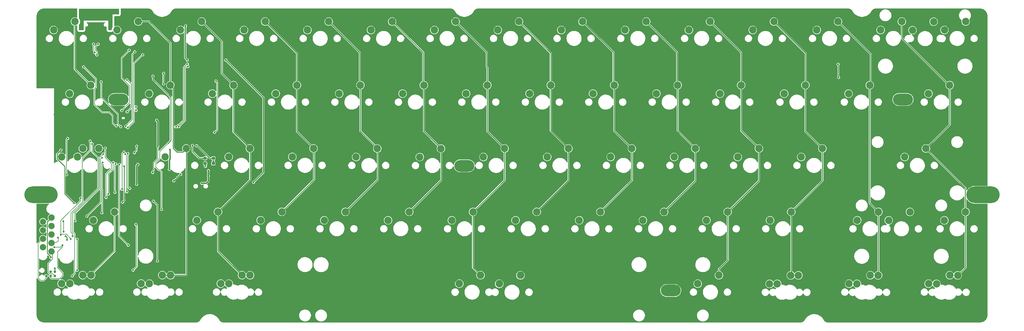
<source format=gbr>
%TF.GenerationSoftware,KiCad,Pcbnew,7.0.1-0*%
%TF.CreationDate,2023-08-04T20:55:53+05:30*%
%TF.ProjectId,Keyboard_60%,4b657962-6f61-4726-945f-3630252e6b69,rev?*%
%TF.SameCoordinates,Original*%
%TF.FileFunction,Copper,L1,Top*%
%TF.FilePolarity,Positive*%
%FSLAX46Y46*%
G04 Gerber Fmt 4.6, Leading zero omitted, Abs format (unit mm)*
G04 Created by KiCad (PCBNEW 7.0.1-0) date 2023-08-04 20:55:53*
%MOMM*%
%LPD*%
G01*
G04 APERTURE LIST*
G04 Aperture macros list*
%AMRoundRect*
0 Rectangle with rounded corners*
0 $1 Rounding radius*
0 $2 $3 $4 $5 $6 $7 $8 $9 X,Y pos of 4 corners*
0 Add a 4 corners polygon primitive as box body*
4,1,4,$2,$3,$4,$5,$6,$7,$8,$9,$2,$3,0*
0 Add four circle primitives for the rounded corners*
1,1,$1+$1,$2,$3*
1,1,$1+$1,$4,$5*
1,1,$1+$1,$6,$7*
1,1,$1+$1,$8,$9*
0 Add four rect primitives between the rounded corners*
20,1,$1+$1,$2,$3,$4,$5,0*
20,1,$1+$1,$4,$5,$6,$7,0*
20,1,$1+$1,$6,$7,$8,$9,0*
20,1,$1+$1,$8,$9,$2,$3,0*%
G04 Aperture macros list end*
%TA.AperFunction,ComponentPad*%
%ADD10C,2.200000*%
%TD*%
%TA.AperFunction,ComponentPad*%
%ADD11C,1.900000*%
%TD*%
%TA.AperFunction,ComponentPad*%
%ADD12C,1.850000*%
%TD*%
%TA.AperFunction,ComponentPad*%
%ADD13O,9.999980X5.001260*%
%TD*%
%TA.AperFunction,ComponentPad*%
%ADD14O,6.000000X3.500000*%
%TD*%
%TA.AperFunction,ComponentPad*%
%ADD15C,2.250000*%
%TD*%
%TA.AperFunction,SMDPad,CuDef*%
%ADD16C,0.787400*%
%TD*%
%TA.AperFunction,SMDPad,CuDef*%
%ADD17RoundRect,0.218750X-0.256250X0.218750X-0.256250X-0.218750X0.256250X-0.218750X0.256250X0.218750X0*%
%TD*%
%TA.AperFunction,ComponentPad*%
%ADD18C,0.600000*%
%TD*%
%TA.AperFunction,ComponentPad*%
%ADD19O,0.900000X1.700000*%
%TD*%
%TA.AperFunction,ComponentPad*%
%ADD20O,0.900000X2.000000*%
%TD*%
%TA.AperFunction,ViaPad*%
%ADD21C,0.600000*%
%TD*%
%TA.AperFunction,Conductor*%
%ADD22C,0.210000*%
%TD*%
%TA.AperFunction,Conductor*%
%ADD23C,0.400000*%
%TD*%
%TA.AperFunction,Conductor*%
%ADD24C,0.300000*%
%TD*%
%TA.AperFunction,Conductor*%
%ADD25C,0.254000*%
%TD*%
%TA.AperFunction,Conductor*%
%ADD26C,0.180000*%
%TD*%
%TA.AperFunction,Conductor*%
%ADD27C,0.200000*%
%TD*%
G04 APERTURE END LIST*
D10*
%TO.P,MX17,1,A*%
%TO.N,Net-(D18-A)*%
X10550000Y-26140000D03*
%TO.P,MX17,2,B*%
%TO.N,/COL0*%
X16900000Y-23600000D03*
%TD*%
%TO.P,MX68,1,A*%
%TO.N,Net-(D59-A)*%
X34430000Y-83160000D03*
%TO.P,MX68,2,B*%
%TO.N,/COL1*%
X40780000Y-80620000D03*
%TD*%
%TO.P,MX3,1,A*%
%TO.N,Net-(D5-A)*%
X43750000Y-7040000D03*
%TO.P,MX3,2,B*%
%TO.N,/COL2*%
X50100000Y-4500000D03*
%TD*%
%TO.P,MX34,1,A*%
%TO.N,Net-(D34-A)*%
X58180000Y-45130000D03*
%TO.P,MX34,2,B*%
%TO.N,/COL2*%
X64530000Y-42590000D03*
%TD*%
%TO.P,MX61,1,A*%
%TO.N,Net-(D60-A)*%
X55790000Y-83140000D03*
%TO.P,MX61,2,B*%
%TO.N,/COL2*%
X62140000Y-80600000D03*
%TD*%
%TO.P,MX59,1,A*%
%TO.N,Net-(D58-A)*%
X8120000Y-83140000D03*
%TO.P,MX59,2,B*%
%TO.N,/COL0*%
X14470000Y-80600000D03*
%TD*%
%TO.P,MX56,1,A*%
%TO.N,Net-(D56-A)*%
X246355000Y-64160000D03*
%TO.P,MX56,2,B*%
%TO.N,/COL12*%
X252705000Y-61620000D03*
%TD*%
%TO.P,MX18,1,A*%
%TO.N,Net-(D19-A)*%
X34350000Y-26140000D03*
%TO.P,MX18,2,B*%
%TO.N,/COL1*%
X40700000Y-23600000D03*
%TD*%
%TO.P,MX5,1,A*%
%TO.N,Net-(D7-A)*%
X81750000Y-7040000D03*
%TO.P,MX5,2,B*%
%TO.N,/COL4*%
X88100000Y-4500000D03*
%TD*%
%TO.P,MX26,1,A*%
%TO.N,Net-(D27-A)*%
X186250000Y-26140000D03*
%TO.P,MX26,2,B*%
%TO.N,/COL9*%
X192600000Y-23600000D03*
%TD*%
%TO.P,MX19,1,A*%
%TO.N,Net-(D20-A)*%
X53250000Y-26140000D03*
%TO.P,MX19,2,B*%
%TO.N,/COL2*%
X59600000Y-23600000D03*
%TD*%
D11*
%TO.P,J3,1,Pin_1*%
%TO.N,/DB_SWDCLK*%
X2560000Y-72180000D03*
%TO.P,J3,2,Pin_2*%
%TO.N,/DB_SWO*%
X2560000Y-69640000D03*
D12*
%TO.P,J3,3,Pin_3*%
%TO.N,unconnected-(J3-Pin_3-Pad3)*%
X2560000Y-67100000D03*
%TO.P,J3,4,Pin_4*%
%TO.N,unconnected-(J3-Pin_4-Pad4)*%
X2560000Y-64560000D03*
%TO.P,J3,5,Pin_5*%
%TO.N,GND*%
X2560000Y-62020000D03*
D11*
%TO.P,J3,6,Pin_6*%
%TO.N,/DB_SWDIO*%
X5100000Y-73450000D03*
%TO.P,J3,7,Pin_7*%
%TO.N,/~{nReset}*%
X5100000Y-70910000D03*
%TO.P,J3,8,Pin_8*%
%TO.N,unconnected-(J3-Pin_8-Pad8)*%
X5100000Y-68370000D03*
%TO.P,J3,9,Pin_9*%
%TO.N,unconnected-(J3-Pin_9-Pad9)*%
X5100000Y-65830000D03*
%TO.P,J3,10,Pin_10*%
%TO.N,/VDD_nRF*%
X5100000Y-63290000D03*
%TD*%
D10*
%TO.P,MX40,1,A*%
%TO.N,Net-(D40-A)*%
X172535000Y-45140000D03*
%TO.P,MX40,2,B*%
%TO.N,/COL8*%
X178885000Y-42600000D03*
%TD*%
%TO.P,MX41,1,A*%
%TO.N,Net-(D41-A)*%
X191535000Y-45140000D03*
%TO.P,MX41,2,B*%
%TO.N,/COL9*%
X197885000Y-42600000D03*
%TD*%
D13*
%TO.P,H5,*%
%TO.N,*%
X2000000Y-56500000D03*
%TD*%
D10*
%TO.P,MX57,1,A*%
%TO.N,Net-(D57-A)*%
X272435000Y-64160000D03*
%TO.P,MX57,2,B*%
%TO.N,/COL13*%
X278785000Y-61620000D03*
%TD*%
%TO.P,MX45,1,A*%
%TO.N,Net-(D45-A)*%
X17660000Y-64140000D03*
%TO.P,MX45,2,B*%
%TO.N,/COL0*%
X24010000Y-61600000D03*
%TD*%
%TO.P,MX33,1,A*%
%TO.N,Net-(D33-A)*%
X39110000Y-45130000D03*
%TO.P,MX33,2,B*%
%TO.N,/COL1*%
X45460000Y-42590000D03*
%TD*%
%TO.P,MX69,1,A*%
%TO.N,Net-(D60-A)*%
X58210000Y-83165000D03*
%TO.P,MX69,2,B*%
%TO.N,/COL2*%
X64560000Y-80625000D03*
%TD*%
%TO.P,MX20,1,A*%
%TO.N,Net-(D21-A)*%
X72250000Y-26140000D03*
%TO.P,MX20,2,B*%
%TO.N,/COL3*%
X78600000Y-23600000D03*
%TD*%
%TO.P,MX24,1,A*%
%TO.N,Net-(D25-A)*%
X148250000Y-26140000D03*
%TO.P,MX24,2,B*%
%TO.N,/COL7*%
X154600000Y-23600000D03*
%TD*%
%TO.P,MX8,1,A*%
%TO.N,Net-(D10-A)*%
X138750000Y-7040000D03*
%TO.P,MX8,2,B*%
%TO.N,/COL7*%
X145100000Y-4500000D03*
%TD*%
%TO.P,MX48,1,A*%
%TO.N,Net-(D48-A)*%
X86770000Y-64140000D03*
%TO.P,MX48,2,B*%
%TO.N,/COL4*%
X93120000Y-61600000D03*
%TD*%
%TO.P,MX51,1,A*%
%TO.N,Net-(D51-A)*%
X144050000Y-64140000D03*
%TO.P,MX51,2,B*%
%TO.N,/COL7*%
X150400000Y-61600000D03*
%TD*%
%TO.P,MX7,1,A*%
%TO.N,Net-(D9-A)*%
X119750000Y-7040000D03*
%TO.P,MX7,2,B*%
%TO.N,/COL6*%
X126100000Y-4500000D03*
%TD*%
%TO.P,MX2,1,A*%
%TO.N,Net-(D4-A)*%
X24750000Y-7040000D03*
%TO.P,MX2,2,B*%
%TO.N,/COL1*%
X31100000Y-4500000D03*
%TD*%
D14*
%TO.P,H2,*%
%TO.N,*%
X260050000Y-27900000D03*
%TD*%
%TO.P,H3,*%
%TO.N,*%
X128700000Y-47800000D03*
%TD*%
D10*
%TO.P,MX31,1,A*%
%TO.N,Net-(D32-A)*%
X12910000Y-45110000D03*
%TO.P,MX31,2,B*%
%TO.N,/COL0*%
X19260000Y-42570000D03*
%TD*%
D15*
%TO.P,MX62,1,A*%
%TO.N,Net-(D61-A)*%
X127224900Y-83160000D03*
%TO.P,MX62,2,B*%
%TO.N,/COL6*%
X133574900Y-80620000D03*
%TD*%
D10*
%TO.P,MX47,1,A*%
%TO.N,Net-(D47-A)*%
X67720000Y-64140000D03*
%TO.P,MX47,2,B*%
%TO.N,/COL3*%
X74070000Y-61600000D03*
%TD*%
%TO.P,MX16,1,A*%
%TO.N,Net-(D17-A)*%
X262885000Y-7100000D03*
%TO.P,MX16,2,B*%
%TO.N,/COL14*%
X269235000Y-4560000D03*
%TD*%
D14*
%TO.P,H1,*%
%TO.N,*%
X25200000Y-27900000D03*
%TD*%
D16*
%TO.P,J5,1,Pin_1*%
%TO.N,Net-(J5-Pin_1)*%
X6105000Y-79565000D03*
%TO.P,J5,2,Pin_2*%
%TO.N,/DB_SWDIO*%
X6105000Y-80835000D03*
%TO.P,J5,3,Pin_3*%
%TO.N,/~{nReset}*%
X4835000Y-79565000D03*
%TO.P,J5,4,Pin_4*%
%TO.N,/DB_SWDCLK*%
X4835000Y-80835000D03*
%TO.P,J5,5,Pin_5*%
%TO.N,GND*%
X3565000Y-79565000D03*
%TO.P,J5,6,Pin_6*%
%TO.N,/DB_SWO*%
X3565000Y-80835000D03*
%TD*%
D10*
%TO.P,MX55,1,A*%
%TO.N,Net-(D55-A)*%
X220250000Y-64140000D03*
%TO.P,MX55,2,B*%
%TO.N,/COL11*%
X226600000Y-61600000D03*
%TD*%
%TO.P,MX32,1,A*%
%TO.N,Net-(D32-A)*%
X8150000Y-45140000D03*
%TO.P,MX32,2,B*%
%TO.N,/COL0*%
X14500000Y-42600000D03*
%TD*%
%TO.P,MX13,1,A*%
%TO.N,Net-(D15-A)*%
X234250000Y-7040000D03*
%TO.P,MX13,2,B*%
%TO.N,/COL12*%
X240600000Y-4500000D03*
%TD*%
%TO.P,MX27,1,A*%
%TO.N,Net-(D28-A)*%
X205250000Y-26140000D03*
%TO.P,MX27,2,B*%
%TO.N,/COL10*%
X211600000Y-23600000D03*
%TD*%
%TO.P,MX30,1,A*%
%TO.N,Net-(D31-A)*%
X267680000Y-26140000D03*
%TO.P,MX30,2,B*%
%TO.N,/COL13*%
X274030000Y-23600000D03*
%TD*%
%TO.P,MX35,1,A*%
%TO.N,Net-(D35-A)*%
X77230000Y-45120000D03*
%TO.P,MX35,2,B*%
%TO.N,/COL3*%
X83580000Y-42580000D03*
%TD*%
D17*
%TO.P,D1,1,K*%
%TO.N,Net-(D1-K)*%
X51100000Y-45512500D03*
%TO.P,D1,2,A*%
%TO.N,Net-(D1-A)*%
X51100000Y-47087500D03*
%TD*%
D10*
%TO.P,MX64,1,A*%
%TO.N,Net-(D63-A)*%
X222395000Y-83210000D03*
%TO.P,MX64,2,B*%
%TO.N,/COL11*%
X228745000Y-80670000D03*
%TD*%
%TO.P,MX58,1,A*%
%TO.N,Net-(D56-A)*%
X255775000Y-64160000D03*
%TO.P,MX58,2,B*%
%TO.N,/COL12*%
X262125000Y-61620000D03*
%TD*%
%TO.P,MX72,1,A*%
%TO.N,Net-(D64-A)*%
X243910000Y-83165000D03*
%TO.P,MX72,2,B*%
%TO.N,/COL12*%
X250260000Y-80625000D03*
%TD*%
%TO.P,MX67,1,A*%
%TO.N,Net-(D58-A)*%
X10650000Y-83165000D03*
%TO.P,MX67,2,B*%
%TO.N,/COL0*%
X17000000Y-80625000D03*
%TD*%
%TO.P,MX42,1,A*%
%TO.N,Net-(D42-A)*%
X210585000Y-45140000D03*
%TO.P,MX42,2,B*%
%TO.N,/COL10*%
X216935000Y-42600000D03*
%TD*%
%TO.P,MX28,1,A*%
%TO.N,Net-(D29-A)*%
X224485000Y-26140000D03*
%TO.P,MX28,2,B*%
%TO.N,/COL11*%
X230835000Y-23600000D03*
%TD*%
%TO.P,MX66,1,A*%
%TO.N,Net-(D65-A)*%
X270075000Y-83210000D03*
%TO.P,MX66,2,B*%
%TO.N,/COL13*%
X276425000Y-80670000D03*
%TD*%
%TO.P,MX49,1,A*%
%TO.N,Net-(D49-A)*%
X105880000Y-64140000D03*
%TO.P,MX49,2,B*%
%TO.N,/COL5*%
X112230000Y-61600000D03*
%TD*%
%TO.P,MX10,1,A*%
%TO.N,Net-(D12-A)*%
X176850000Y-7040000D03*
%TO.P,MX10,2,B*%
%TO.N,/COL9*%
X183200000Y-4500000D03*
%TD*%
D14*
%TO.P,H4,*%
%TO.N,*%
X190500000Y-85200000D03*
%TD*%
D10*
%TO.P,MX15,1,A*%
%TO.N,Net-(D17-A)*%
X272450000Y-7040000D03*
%TO.P,MX15,2,B*%
%TO.N,/COL14*%
X278800000Y-4500000D03*
%TD*%
%TO.P,MX21,1,A*%
%TO.N,Net-(D22-A)*%
X91250000Y-26140000D03*
%TO.P,MX21,2,B*%
%TO.N,/COL4*%
X97600000Y-23600000D03*
%TD*%
%TO.P,MX43,1,A*%
%TO.N,Net-(D43-A)*%
X229585000Y-45140000D03*
%TO.P,MX43,2,B*%
%TO.N,/COL11*%
X235935000Y-42600000D03*
%TD*%
%TO.P,MX39,1,A*%
%TO.N,Net-(D39-A)*%
X153535000Y-45140000D03*
%TO.P,MX39,2,B*%
%TO.N,/COL7*%
X159885000Y-42600000D03*
%TD*%
%TO.P,MX29,1,A*%
%TO.N,Net-(D30-A)*%
X243750000Y-26140000D03*
%TO.P,MX29,2,B*%
%TO.N,/COL12*%
X250100000Y-23600000D03*
%TD*%
%TO.P,MX73,1,A*%
%TO.N,Net-(D65-A)*%
X267710000Y-83150000D03*
%TO.P,MX73,2,B*%
%TO.N,/COL13*%
X274060000Y-80610000D03*
%TD*%
%TO.P,MX60,1,A*%
%TO.N,Net-(D59-A)*%
X31950000Y-83140000D03*
%TO.P,MX60,2,B*%
%TO.N,/COL1*%
X38300000Y-80600000D03*
%TD*%
%TO.P,MX23,1,A*%
%TO.N,Net-(D24-A)*%
X129250000Y-26140000D03*
%TO.P,MX23,2,B*%
%TO.N,/COL6*%
X135600000Y-23600000D03*
%TD*%
%TO.P,MX46,1,A*%
%TO.N,Net-(D46-A)*%
X48620000Y-64140000D03*
%TO.P,MX46,2,B*%
%TO.N,/COL2*%
X54970000Y-61600000D03*
%TD*%
D15*
%TO.P,MX70,1,A*%
%TO.N,Net-(D61-A)*%
X139180000Y-83180000D03*
%TO.P,MX70,2,B*%
%TO.N,/COL6*%
X145530000Y-80640000D03*
%TD*%
D10*
%TO.P,MX11,1,A*%
%TO.N,Net-(D13-A)*%
X195950000Y-7040000D03*
%TO.P,MX11,2,B*%
%TO.N,/COL10*%
X202300000Y-4500000D03*
%TD*%
%TO.P,MX9,1,A*%
%TO.N,Net-(D11-A)*%
X157750000Y-7040000D03*
%TO.P,MX9,2,B*%
%TO.N,/COL8*%
X164100000Y-4500000D03*
%TD*%
%TO.P,MX12,1,A*%
%TO.N,Net-(D14-A)*%
X215050000Y-7040000D03*
%TO.P,MX12,2,B*%
%TO.N,/COL11*%
X221400000Y-4500000D03*
%TD*%
%TO.P,MX50,1,A*%
%TO.N,Net-(D50-A)*%
X124960000Y-64140000D03*
%TO.P,MX50,2,B*%
%TO.N,/COL6*%
X131310000Y-61600000D03*
%TD*%
%TO.P,MX6,1,A*%
%TO.N,Net-(D8-A)*%
X100750000Y-7040000D03*
%TO.P,MX6,2,B*%
%TO.N,/COL5*%
X107100000Y-4500000D03*
%TD*%
D17*
%TO.P,D2,1,K*%
%TO.N,Net-(D2-K)*%
X53600000Y-45512500D03*
%TO.P,D2,2,A*%
%TO.N,Net-(D2-A)*%
X53600000Y-47087500D03*
%TD*%
D10*
%TO.P,MX1,1,A*%
%TO.N,Net-(D3-A)*%
X5750000Y-7040000D03*
%TO.P,MX1,2,B*%
%TO.N,/COL0*%
X12100000Y-4500000D03*
%TD*%
D13*
%TO.P,H6,*%
%TO.N,*%
X284000000Y-56500000D03*
%TD*%
D10*
%TO.P,MX54,1,A*%
%TO.N,Net-(D54-A)*%
X201220000Y-64140000D03*
%TO.P,MX54,2,B*%
%TO.N,/COL10*%
X207570000Y-61600000D03*
%TD*%
%TO.P,MX4,1,A*%
%TO.N,Net-(D6-A)*%
X62750000Y-7040000D03*
%TO.P,MX4,2,B*%
%TO.N,/COL3*%
X69100000Y-4500000D03*
%TD*%
%TO.P,MX22,1,A*%
%TO.N,Net-(D23-A)*%
X110250000Y-26140000D03*
%TO.P,MX22,2,B*%
%TO.N,/COL5*%
X116600000Y-23600000D03*
%TD*%
%TO.P,MX14,1,A*%
%TO.N,Net-(D16-A)*%
X253350000Y-7040000D03*
%TO.P,MX14,2,B*%
%TO.N,/COL13*%
X259700000Y-4500000D03*
%TD*%
%TO.P,MX65,1,A*%
%TO.N,Net-(D64-A)*%
X246245000Y-83210000D03*
%TO.P,MX65,2,B*%
%TO.N,/COL12*%
X252595000Y-80670000D03*
%TD*%
%TO.P,MX53,1,A*%
%TO.N,Net-(D53-A)*%
X182180000Y-64140000D03*
%TO.P,MX53,2,B*%
%TO.N,/COL9*%
X188530000Y-61600000D03*
%TD*%
%TO.P,MX38,1,A*%
%TO.N,Net-(D38-A)*%
X134435000Y-45140000D03*
%TO.P,MX38,2,B*%
%TO.N,/COL6*%
X140785000Y-42600000D03*
%TD*%
%TO.P,MX37,1,A*%
%TO.N,Net-(D37-A)*%
X115370000Y-45170000D03*
%TO.P,MX37,2,B*%
%TO.N,/COL5*%
X121720000Y-42630000D03*
%TD*%
%TO.P,MX52,1,A*%
%TO.N,Net-(D52-A)*%
X163110000Y-64140000D03*
%TO.P,MX52,2,B*%
%TO.N,/COL8*%
X169460000Y-61600000D03*
%TD*%
%TO.P,MX63,1,A*%
%TO.N,Net-(D62-A)*%
X198595000Y-83160000D03*
%TO.P,MX63,2,B*%
%TO.N,/COL10*%
X204945000Y-80620000D03*
%TD*%
%TO.P,MX44,1,A*%
%TO.N,Net-(D44-A)*%
X260550000Y-45140000D03*
%TO.P,MX44,2,B*%
%TO.N,/COL13*%
X266900000Y-42600000D03*
%TD*%
%TO.P,MX71,1,A*%
%TO.N,Net-(D63-A)*%
X220110000Y-83205000D03*
%TO.P,MX71,2,B*%
%TO.N,/COL11*%
X226460000Y-80665000D03*
%TD*%
%TO.P,MX25,1,A*%
%TO.N,Net-(D26-A)*%
X167250000Y-26140000D03*
%TO.P,MX25,2,B*%
%TO.N,/COL8*%
X173600000Y-23600000D03*
%TD*%
%TO.P,MX36,1,A*%
%TO.N,Net-(D36-A)*%
X96310000Y-45150000D03*
%TO.P,MX36,2,B*%
%TO.N,/COL4*%
X102660000Y-42610000D03*
%TD*%
D18*
%TO.P,U3,74_1,VSS*%
%TO.N,GND*%
X28300000Y-38200000D03*
%TO.P,U3,74_2,VSS*%
X27100000Y-38200000D03*
%TO.P,U3,74_3,VSS*%
X25900000Y-38200000D03*
%TO.P,U3,74_4,VSS*%
X24700000Y-38200000D03*
%TO.P,U3,74_5,VSS*%
X28300000Y-39400000D03*
%TO.P,U3,74_6,VSS*%
X27100000Y-39400000D03*
%TO.P,U3,74_7,VSS*%
X25900000Y-39400000D03*
%TO.P,U3,74_8,VSS*%
X24700000Y-39400000D03*
%TO.P,U3,74_9,VSS*%
X28300000Y-40600000D03*
%TO.P,U3,74_10,VSS*%
X27100000Y-40600000D03*
%TO.P,U3,74_11,VSS*%
X25900000Y-40600000D03*
%TO.P,U3,74_12,VSS*%
X24700000Y-40600000D03*
%TO.P,U3,74_13,VSS*%
X28300000Y-41800000D03*
%TO.P,U3,74_14,VSS*%
X27100000Y-41800000D03*
%TO.P,U3,74_15,VSS*%
X25900000Y-41800000D03*
%TO.P,U3,74_16,VSS*%
X24700000Y-41800000D03*
%TD*%
D19*
%TO.P,J4,S,SHIELD*%
%TO.N,GNDPWR*%
X14075000Y-1800000D03*
D20*
X14075000Y-5970000D03*
D19*
X22725000Y-1800000D03*
D20*
X22725000Y-5970000D03*
%TD*%
D18*
%TO.P,U1,17,EXP*%
%TO.N,GND*%
X49215000Y-40150000D03*
X49215000Y-39150000D03*
X48215000Y-40150000D03*
X48215000Y-39150000D03*
%TD*%
%TO.P,AE1,2,Shield*%
%TO.N,GND*%
X6045000Y-32450000D03*
%TD*%
D21*
%TO.N,GND*%
X16500000Y-62900000D03*
X35300000Y-45150000D03*
X257100000Y-16200000D03*
X45200000Y-36600000D03*
X258000000Y-20600000D03*
X21000000Y-62000000D03*
X61500000Y-43900000D03*
X57300000Y-40000000D03*
X25435000Y-3400000D03*
X34250000Y-37400000D03*
X48900000Y-35400000D03*
X256700000Y-19700000D03*
X16600000Y-10800000D03*
X265900000Y-19800000D03*
X34600000Y-42950000D03*
X18800000Y-10600000D03*
X25550000Y-32750000D03*
X28700000Y-49200000D03*
X2010000Y-77440000D03*
X32950000Y-43750000D03*
X16350000Y-54400000D03*
X251300000Y-16800000D03*
X24600000Y-60000000D03*
X46335000Y-19700000D03*
X47735000Y-19700000D03*
X58100000Y-39400000D03*
X51900000Y-42655000D03*
X33850000Y-45950000D03*
X53100000Y-41805000D03*
X31650000Y-32250000D03*
X22100000Y-45050000D03*
X34700000Y-34700000D03*
X34450000Y-45100000D03*
X21850000Y-30850000D03*
X19300000Y-40550000D03*
X26950000Y-31400000D03*
X21250000Y-49250000D03*
X24400000Y-32700000D03*
X283700000Y-1800000D03*
X19335000Y-55900000D03*
X15035000Y-57600000D03*
X12800000Y-43200000D03*
X56400000Y-40000000D03*
X10600000Y-52200000D03*
X50750000Y-41855000D03*
X13700000Y-54800000D03*
X20900000Y-10700000D03*
X16235000Y-56200000D03*
X47035000Y-44500000D03*
X16650000Y-50850000D03*
X16650000Y-44500000D03*
X33800000Y-46650000D03*
X35400000Y-43050000D03*
X45835000Y-19100000D03*
X36200000Y-43050000D03*
X25500000Y-31950000D03*
X33800000Y-45250000D03*
X3435000Y-78800000D03*
X11400000Y-44300000D03*
X48235000Y-19000000D03*
X32000000Y-45950000D03*
X47035000Y-19700000D03*
X11000000Y-54950000D03*
X32850000Y-47100000D03*
X17650000Y-35700000D03*
X50100000Y-35400000D03*
X45300000Y-37800000D03*
%TO.N,/VBUS*%
X31000000Y-47350000D03*
X29918515Y-43881485D03*
X52100000Y-49240000D03*
X30600000Y-53340000D03*
X50100000Y-53040000D03*
X52100000Y-50840000D03*
X30600000Y-41900000D03*
%TO.N,/USB and Power management/VBUS*%
X45250000Y-5790000D03*
X57300000Y-16040000D03*
X45750000Y-16040000D03*
X65600000Y-52740000D03*
%TO.N,/VDD_nRF*%
X26896966Y-47950000D03*
X4900000Y-75300000D03*
X26400000Y-58700000D03*
X36950000Y-41900000D03*
X35400000Y-49800000D03*
X36600000Y-34150000D03*
%TO.N,Net-(U3-DEC4)*%
X30400000Y-30045500D03*
X30450292Y-31171644D03*
%TO.N,/VBATT_nRF*%
X27760000Y-31590000D03*
X27700000Y-22000000D03*
X54370000Y-22370000D03*
X53950000Y-37750000D03*
%TO.N,Net-(D1-K)*%
X47342091Y-41662909D03*
%TO.N,Net-(D1-A)*%
X51200000Y-47940000D03*
%TO.N,Net-(D2-K)*%
X48481571Y-41787623D03*
%TO.N,Net-(D2-A)*%
X53600000Y-46399500D03*
%TO.N,/ROW0*%
X24550000Y-35800000D03*
X14750000Y-18100000D03*
%TO.N,/ROW1*%
X25850000Y-36050000D03*
X20000000Y-22600000D03*
%TO.N,/ROW2*%
X9650000Y-50450000D03*
X9950000Y-39600000D03*
%TO.N,/ROW3*%
X16700000Y-40350000D03*
X11479500Y-68900000D03*
%TO.N,/ROW4*%
X17300000Y-41200000D03*
X11300000Y-80850000D03*
%TO.N,/USB_D-*%
X17700000Y-11290000D03*
X45778620Y-17236238D03*
X18103681Y-13841205D03*
X42407767Y-36094241D03*
%TO.N,/USB_D+*%
X18704723Y-14540000D03*
X19078358Y-11295896D03*
X46000000Y-18040000D03*
X43219560Y-36059560D03*
%TO.N,/DB_SWDCLK*%
X5930000Y-72210000D03*
X8435000Y-71600000D03*
%TO.N,/~{nReset}*%
X12790000Y-79155000D03*
X30400000Y-65400000D03*
X4835000Y-79565000D03*
X13835000Y-57500000D03*
X10890000Y-69760000D03*
X12800000Y-69850000D03*
X7080000Y-69300000D03*
X26789500Y-43650000D03*
X7935000Y-68500000D03*
X29535000Y-79100000D03*
X26235000Y-54800000D03*
%TO.N,/COL0*%
X7950000Y-43050000D03*
X11900000Y-59050000D03*
X38050000Y-60850000D03*
X35500000Y-20900000D03*
%TO.N,/COL1*%
X28100000Y-71600000D03*
X25450000Y-47400000D03*
%TO.N,/COL2*%
X35600000Y-58400000D03*
X21200000Y-42500000D03*
X36850000Y-76350000D03*
X21450000Y-57250000D03*
%TO.N,/COL3*%
X23570505Y-46824382D03*
X22150000Y-56300000D03*
%TO.N,/COL4*%
X24100000Y-55750000D03*
X24350000Y-47250000D03*
%TO.N,/COL5*%
X27700000Y-55573500D03*
X27247389Y-44266124D03*
%TO.N,/COL6*%
X28550000Y-54550000D03*
X27985301Y-44134822D03*
%TO.N,/COL12*%
X240600000Y-17350000D03*
X240750000Y-21300000D03*
X32430000Y-14470000D03*
X27945500Y-36350000D03*
%TO.N,/COL13*%
X27321713Y-35934500D03*
X30055000Y-13595000D03*
%TO.N,/COL14*%
X26150000Y-31200000D03*
X28356500Y-13146500D03*
%TO.N,Net-(U3-SWDCLK)*%
X12150000Y-64250000D03*
X20575000Y-44275000D03*
%TO.N,Net-(U3-SWDIO)*%
X20267091Y-45367091D03*
X15700000Y-62900000D03*
%TO.N,Net-(U3-P1.00{slash}SWO)*%
X20200000Y-61900000D03*
X20425000Y-46825000D03*
%TO.N,/switch_matrix/ROW1*%
X38700000Y-23240000D03*
X38700000Y-20040000D03*
%TO.N,/switch_matrix/ROW2*%
X43800000Y-50350000D03*
X41750000Y-52300000D03*
%TO.N,Net-(J5-Pin_1)*%
X8635000Y-64400000D03*
X9347909Y-68912909D03*
X9782091Y-70047091D03*
X6135000Y-78600000D03*
X8735000Y-67600000D03*
%TO.N,/USB and Power management/CHG_IN*%
X40400000Y-48900000D03*
X40600000Y-42940000D03*
%TD*%
D22*
%TO.N,/VBUS*%
X29918515Y-43881485D02*
X30600000Y-43200000D01*
D23*
X52100000Y-49240000D02*
X52100000Y-50840000D01*
D22*
X30600000Y-43200000D02*
X30600000Y-41900000D01*
D23*
X52100000Y-52340000D02*
X52100000Y-50840000D01*
X30600000Y-53340000D02*
X30600000Y-47750000D01*
X50100000Y-53040000D02*
X51400000Y-53040000D01*
X30600000Y-47750000D02*
X31000000Y-47350000D01*
X51400000Y-53040000D02*
X52100000Y-52340000D01*
D24*
%TO.N,/USB and Power management/VBUS*%
X68600000Y-49740000D02*
X65600000Y-52740000D01*
X45160000Y-15450000D02*
X45750000Y-16040000D01*
X45160000Y-5880000D02*
X45160000Y-15450000D01*
X57300000Y-16040000D02*
X68600000Y-27340000D01*
X45250000Y-5790000D02*
X45160000Y-5880000D01*
X68600000Y-27340000D02*
X68600000Y-49740000D01*
D23*
%TO.N,/VDD_nRF*%
X36950000Y-34500000D02*
X36600000Y-34150000D01*
D25*
X4900000Y-75070000D02*
X3820000Y-73990000D01*
D26*
X35400000Y-49800000D02*
X35400000Y-49400000D01*
D25*
X26896966Y-47950000D02*
X26880389Y-47966577D01*
D26*
X35710000Y-46880000D02*
X36950000Y-45640000D01*
D25*
X3820000Y-73990000D02*
X3820000Y-64570000D01*
X26960500Y-58139500D02*
X26400000Y-58700000D01*
X26880389Y-47966577D02*
X26880389Y-58059389D01*
D23*
X36950000Y-41900000D02*
X36950000Y-34500000D01*
D25*
X3820000Y-64570000D02*
X5100000Y-63290000D01*
D26*
X35710000Y-49090000D02*
X35710000Y-46880000D01*
X35400000Y-49400000D02*
X35710000Y-49090000D01*
D25*
X4900000Y-75300000D02*
X4900000Y-75070000D01*
X26880389Y-58059389D02*
X26960500Y-58139500D01*
D26*
X36950000Y-45640000D02*
X36950000Y-41900000D01*
D22*
%TO.N,Net-(U3-DEC4)*%
X30450292Y-31171644D02*
X30400000Y-31121352D01*
X30400000Y-31121352D02*
X30400000Y-30045500D01*
%TO.N,/VBATT_nRF*%
X28950000Y-30400000D02*
X28950000Y-23250000D01*
X28950000Y-23250000D02*
X27700000Y-22000000D01*
X54700000Y-37000000D02*
X53950000Y-37750000D01*
X27760000Y-31590000D02*
X28950000Y-30400000D01*
X54370000Y-22370000D02*
X54700000Y-22700000D01*
X54700000Y-22700000D02*
X54700000Y-37000000D01*
D25*
%TO.N,Net-(D1-K)*%
X47342091Y-43542091D02*
X47342091Y-41662909D01*
X51100000Y-45512500D02*
X49312500Y-45512500D01*
X49312500Y-45512500D02*
X47342091Y-43542091D01*
%TO.N,Net-(D1-A)*%
X51200000Y-47940000D02*
X51100000Y-47840000D01*
X51100000Y-47840000D02*
X51100000Y-47087500D01*
%TO.N,Net-(D2-K)*%
X52512500Y-45512500D02*
X48787623Y-41787623D01*
X53600000Y-45512500D02*
X52512500Y-45512500D01*
X48787623Y-41787623D02*
X48481571Y-41787623D01*
%TO.N,Net-(D2-A)*%
X53600000Y-46399500D02*
X53600000Y-47087500D01*
D26*
%TO.N,/ROW0*%
X22450000Y-31750000D02*
X23450000Y-32750000D01*
X20350000Y-31750000D02*
X22450000Y-31750000D01*
X23450000Y-32750000D02*
X23450000Y-34950000D01*
D22*
X18400000Y-24250000D02*
X18400000Y-21750000D01*
D26*
X24300000Y-35800000D02*
X24550000Y-35800000D01*
X17950000Y-24700000D02*
X17950000Y-29350000D01*
X18400000Y-24250000D02*
X17950000Y-24700000D01*
D22*
X18400000Y-21750000D02*
X14750000Y-18100000D01*
D26*
X23450000Y-34950000D02*
X24300000Y-35800000D01*
X17950000Y-29350000D02*
X20350000Y-31750000D01*
%TO.N,/ROW1*%
X24960000Y-35160000D02*
X24960000Y-32210000D01*
X25850000Y-36050000D02*
X24960000Y-35160000D01*
X20000000Y-27250000D02*
X20000000Y-22600000D01*
X24960000Y-32210000D02*
X20000000Y-27250000D01*
D22*
%TO.N,/ROW2*%
X9605000Y-39945000D02*
X9605000Y-50405000D01*
X9605000Y-50405000D02*
X9650000Y-50450000D01*
X9950000Y-39600000D02*
X9605000Y-39945000D01*
%TO.N,/ROW3*%
X16700000Y-43200000D02*
X14315000Y-45585000D01*
X10935000Y-67735000D02*
X10935000Y-62100000D01*
X11479500Y-68279500D02*
X10935000Y-67735000D01*
X16700000Y-40350000D02*
X16700000Y-43200000D01*
X10935000Y-62100000D02*
X14400000Y-58635000D01*
X14400000Y-57300000D02*
X14404945Y-57295055D01*
X14404945Y-57295055D02*
X14315000Y-57205110D01*
X14315000Y-57205110D02*
X14315000Y-45585000D01*
X11479500Y-68900000D02*
X11479500Y-68279500D01*
X14400000Y-58635000D02*
X14400000Y-57300000D01*
%TO.N,/ROW4*%
X17300000Y-41200000D02*
X17300000Y-43550000D01*
X12034500Y-80115500D02*
X11300000Y-80850000D01*
X11500000Y-62125884D02*
X11500000Y-67700000D01*
X11500000Y-67700000D02*
X12034500Y-68234500D01*
X12034500Y-68234500D02*
X12034500Y-80115500D01*
X19075000Y-45325000D02*
X19075000Y-54550884D01*
X19075000Y-54550884D02*
X11500000Y-62125884D01*
X17300000Y-43550000D02*
X19075000Y-45325000D01*
D27*
%TO.N,/USB_D-*%
X42407767Y-36094241D02*
X43062008Y-35440000D01*
D22*
X18103681Y-13565433D02*
X18103681Y-13841205D01*
D27*
X43344146Y-35440000D02*
X44750000Y-34034146D01*
X44750000Y-34034146D02*
X44750000Y-18264858D01*
D22*
X17700000Y-11290000D02*
X17700000Y-13161752D01*
X17700000Y-13161752D02*
X18103681Y-13565433D01*
D27*
X44750000Y-18264858D02*
X45778620Y-17236238D01*
X43062008Y-35440000D02*
X43344146Y-35440000D01*
%TO.N,/USB_D+*%
X45100000Y-18440000D02*
X45500000Y-18040000D01*
X45100000Y-34179120D02*
X45100000Y-18440000D01*
D22*
X18704723Y-14540000D02*
X18704723Y-13515935D01*
D27*
X43219560Y-36059560D02*
X45100000Y-34179120D01*
D22*
X18210001Y-12164253D02*
X19078358Y-11295896D01*
X18704723Y-13515935D02*
X18210001Y-13021213D01*
D27*
X45500000Y-18040000D02*
X46000000Y-18040000D01*
D22*
X18210001Y-13021213D02*
X18210001Y-12164253D01*
D26*
%TO.N,/DB_SWDCLK*%
X8435000Y-80800000D02*
X8435000Y-79900000D01*
X4835000Y-81400000D02*
X5035000Y-81600000D01*
D22*
X5930000Y-72210000D02*
X7825000Y-72210000D01*
D26*
X5035000Y-81600000D02*
X7635000Y-81600000D01*
D22*
X7825000Y-72210000D02*
X8435000Y-71600000D01*
D26*
X8435000Y-72100000D02*
X8435000Y-71600000D01*
X4835000Y-80835000D02*
X4835000Y-81400000D01*
X6935000Y-73600000D02*
X8435000Y-72100000D01*
X8435000Y-79900000D02*
X6935000Y-78400000D01*
X7635000Y-81600000D02*
X8435000Y-80800000D01*
X6935000Y-78400000D02*
X6935000Y-73600000D01*
%TO.N,/DB_SWDIO*%
X4201300Y-79866300D02*
X4201300Y-77033700D01*
X5440000Y-75795000D02*
X5440000Y-73790000D01*
X5440000Y-73790000D02*
X5100000Y-73450000D01*
X6105000Y-80835000D02*
X5471300Y-80201300D01*
X4201300Y-77033700D02*
X5440000Y-75795000D01*
X5471300Y-80201300D02*
X4536300Y-80201300D01*
X4536300Y-80201300D02*
X4201300Y-79866300D01*
D22*
%TO.N,/DB_SWO*%
X2786775Y-82170000D02*
X3565000Y-81391775D01*
X3565000Y-81391775D02*
X3565000Y-80835000D01*
X1860000Y-82170000D02*
X2786775Y-82170000D01*
X2560000Y-69640000D02*
X1130000Y-71070000D01*
X1130000Y-71070000D02*
X1130000Y-81440000D01*
X1130000Y-81440000D02*
X1860000Y-82170000D01*
%TO.N,/~{nReset}*%
X30635000Y-65635000D02*
X30635000Y-78000000D01*
X7155000Y-69375000D02*
X7155000Y-70329889D01*
D26*
X26789500Y-43650000D02*
X26250000Y-44189500D01*
X26250000Y-54785000D02*
X26235000Y-54800000D01*
D22*
X13835000Y-58300000D02*
X13835000Y-57500000D01*
X7155000Y-70329889D02*
X6674889Y-70810000D01*
X12800000Y-79145000D02*
X12790000Y-79155000D01*
D26*
X26250000Y-44189500D02*
X26250000Y-54785000D01*
D22*
X7080000Y-69300000D02*
X7155000Y-69375000D01*
X5200000Y-70810000D02*
X5100000Y-70910000D01*
X9577798Y-68357909D02*
X10890000Y-69670111D01*
X6674889Y-70810000D02*
X5200000Y-70810000D01*
X30400000Y-65400000D02*
X30635000Y-65635000D01*
X10890000Y-69670111D02*
X10890000Y-69760000D01*
X7935000Y-68500000D02*
X7935000Y-64200000D01*
X8077091Y-68357909D02*
X9577798Y-68357909D01*
X7935000Y-64200000D02*
X13835000Y-58300000D01*
X12800000Y-69850000D02*
X12800000Y-79145000D01*
X7935000Y-68500000D02*
X8077091Y-68357909D01*
X30635000Y-78000000D02*
X29535000Y-79100000D01*
%TO.N,/COL0*%
X38050000Y-60850000D02*
X38050000Y-49554127D01*
D25*
X6773000Y-44227000D02*
X7950000Y-43050000D01*
X6773000Y-45723000D02*
X6773000Y-44227000D01*
X11900000Y-59050000D02*
X9073000Y-56223000D01*
X35500000Y-21900000D02*
X35500000Y-20900000D01*
D22*
X24010000Y-61600000D02*
X24010000Y-73435000D01*
D25*
X12100000Y-18800000D02*
X16900000Y-23600000D01*
X40800000Y-40240000D02*
X40800000Y-27200000D01*
X9073000Y-56223000D02*
X9073000Y-48023000D01*
X39900000Y-41140000D02*
X40800000Y-40240000D01*
D22*
X37500000Y-43540000D02*
X39900000Y-41140000D01*
X16835000Y-80610000D02*
X14480000Y-80610000D01*
X37280000Y-49080000D02*
X36370000Y-48170000D01*
D25*
X12100000Y-4500000D02*
X12100000Y-18800000D01*
D22*
X24010000Y-73435000D02*
X16835000Y-80610000D01*
D25*
X40800000Y-27200000D02*
X35500000Y-21900000D01*
D22*
X37500000Y-45660000D02*
X37500000Y-43540000D01*
X14480000Y-80610000D02*
X14470000Y-80600000D01*
X36370000Y-48170000D02*
X36370000Y-46790000D01*
X38050000Y-49554127D02*
X37575873Y-49080000D01*
X37575873Y-49080000D02*
X37280000Y-49080000D01*
X36370000Y-46790000D02*
X37500000Y-45660000D01*
D25*
X9073000Y-48023000D02*
X6773000Y-45723000D01*
D22*
%TO.N,/COL1*%
X25365000Y-51200000D02*
X25365000Y-47485000D01*
D25*
X41500000Y-42500000D02*
X42700000Y-43700000D01*
X45500000Y-80485000D02*
X45405000Y-80580000D01*
X45405000Y-80580000D02*
X38320000Y-80580000D01*
D22*
X25365000Y-47485000D02*
X25450000Y-47400000D01*
D25*
X42700000Y-43700000D02*
X44400000Y-43700000D01*
X38320000Y-80580000D02*
X38300000Y-80600000D01*
X45500000Y-42600000D02*
X45500000Y-80485000D01*
D22*
X25345000Y-62181260D02*
X25345000Y-68845000D01*
D25*
X40700000Y-10900000D02*
X40700000Y-23600000D01*
D22*
X25365000Y-51200000D02*
X25365000Y-62161260D01*
D25*
X31100000Y-4500000D02*
X34300000Y-4500000D01*
X34300000Y-4500000D02*
X40700000Y-10900000D01*
D22*
X25345000Y-68845000D02*
X28100000Y-71600000D01*
D25*
X41500000Y-24400000D02*
X41500000Y-42500000D01*
X44400000Y-43700000D02*
X45500000Y-42600000D01*
X40700000Y-23600000D02*
X41500000Y-24400000D01*
D22*
X25365000Y-62161260D02*
X25345000Y-62181260D01*
D25*
%TO.N,/COL2*%
X64600000Y-51970000D02*
X54970000Y-61600000D01*
D22*
X21600000Y-45700000D02*
X21200000Y-45300000D01*
D25*
X64600000Y-42600000D02*
X64600000Y-51970000D01*
X35700000Y-58400000D02*
X36850000Y-59550000D01*
X56100000Y-10500000D02*
X56100000Y-20100000D01*
X56100000Y-20100000D02*
X59600000Y-23600000D01*
X59600000Y-37600000D02*
X64600000Y-42600000D01*
X50100000Y-4500000D02*
X56100000Y-10500000D01*
X59600000Y-23600000D02*
X59600000Y-37600000D01*
D22*
X21200000Y-45300000D02*
X21200000Y-42500000D01*
X21450000Y-50250000D02*
X21450000Y-57250000D01*
X21450000Y-50250000D02*
X23045000Y-48655000D01*
X23045000Y-48655000D02*
X23045000Y-47145000D01*
D25*
X35600000Y-58400000D02*
X35700000Y-58400000D01*
D22*
X23045000Y-47145000D02*
X21600000Y-45700000D01*
D25*
X54970000Y-61600000D02*
X54970000Y-73430000D01*
X54970000Y-73430000D02*
X62140000Y-80600000D01*
X36850000Y-76350000D02*
X36850000Y-59550000D01*
D22*
%TO.N,/COL3*%
X23570505Y-46824382D02*
X23570505Y-48779495D01*
X22100000Y-50250000D02*
X22100000Y-56250000D01*
D25*
X78600000Y-37500000D02*
X83700000Y-42600000D01*
D22*
X23570505Y-48779495D02*
X22100000Y-50250000D01*
D25*
X69100000Y-4500000D02*
X78600000Y-14000000D01*
D22*
X22100000Y-56250000D02*
X22150000Y-56300000D01*
D25*
X78600000Y-23600000D02*
X78600000Y-37500000D01*
X83700000Y-51970000D02*
X74070000Y-61600000D01*
X78600000Y-14000000D02*
X78600000Y-23600000D01*
X83700000Y-42600000D02*
X83700000Y-51970000D01*
%TO.N,/COL4*%
X88100000Y-4500000D02*
X97400000Y-13800000D01*
X102800000Y-42600000D02*
X102800000Y-51900000D01*
X93900000Y-60800000D02*
X93900000Y-60820000D01*
X102800000Y-51900000D02*
X93900000Y-60800000D01*
D26*
X24100000Y-47500000D02*
X24350000Y-47250000D01*
D25*
X97600000Y-23600000D02*
X97600000Y-37400000D01*
X97600000Y-37400000D02*
X102800000Y-42600000D01*
X93900000Y-60820000D02*
X93120000Y-61600000D01*
X97400000Y-23400000D02*
X97600000Y-23600000D01*
X97400000Y-13800000D02*
X97400000Y-23400000D01*
D26*
X24100000Y-55750000D02*
X24100000Y-47500000D01*
D25*
%TO.N,/COL5*%
X116600000Y-37415000D02*
X121720000Y-42535000D01*
X121720000Y-42630000D02*
X121785000Y-42695000D01*
X107100000Y-4500000D02*
X116400000Y-13800000D01*
X121785000Y-42695000D02*
X121785000Y-52045000D01*
X121785000Y-52045000D02*
X112230000Y-61600000D01*
D26*
X27550000Y-44568735D02*
X27550000Y-55423500D01*
D25*
X116400000Y-13800000D02*
X116400000Y-23400000D01*
X121720000Y-42535000D02*
X121720000Y-42630000D01*
D26*
X27550000Y-55423500D02*
X27700000Y-55573500D01*
X27247389Y-44266124D02*
X27550000Y-44568735D01*
D25*
X116400000Y-23400000D02*
X116600000Y-23600000D01*
X116600000Y-23600000D02*
X116600000Y-37415000D01*
%TO.N,/COL6*%
X135600000Y-23600000D02*
X135600000Y-37415000D01*
X135600000Y-37415000D02*
X140785000Y-42600000D01*
X140785000Y-52125000D02*
X131310000Y-61600000D01*
X140785000Y-42600000D02*
X140785000Y-52125000D01*
D26*
X27985301Y-53985301D02*
X28550000Y-54550000D01*
D25*
X135400000Y-18075240D02*
X135600000Y-18275240D01*
D26*
X27985301Y-44134822D02*
X27985301Y-53985301D01*
D25*
X131310000Y-61600000D02*
X131310000Y-78355100D01*
X135400000Y-13800000D02*
X135400000Y-18075240D01*
X126100000Y-4500000D02*
X135400000Y-13800000D01*
X135600000Y-18275240D02*
X135600000Y-23600000D01*
X131310000Y-78355100D02*
X133574900Y-80620000D01*
%TO.N,/COL7*%
X154600000Y-37315000D02*
X159885000Y-42600000D01*
X145100000Y-4500000D02*
X154600000Y-14000000D01*
X159885000Y-42600000D02*
X159885000Y-52115000D01*
X154600000Y-23600000D02*
X154600000Y-37315000D01*
X159885000Y-52115000D02*
X150400000Y-61600000D01*
X154600000Y-14000000D02*
X154600000Y-23600000D01*
%TO.N,/COL8*%
X173600000Y-37315000D02*
X178885000Y-42600000D01*
X173400000Y-13800000D02*
X173400000Y-23400000D01*
X178885000Y-42600000D02*
X178885000Y-52175000D01*
X164100000Y-4500000D02*
X173400000Y-13800000D01*
X173400000Y-23400000D02*
X173600000Y-23600000D01*
X173600000Y-23600000D02*
X173600000Y-37315000D01*
X178885000Y-52175000D02*
X169460000Y-61600000D01*
%TO.N,/COL9*%
X197885000Y-52245000D02*
X188530000Y-61600000D01*
X192600000Y-23600000D02*
X192600000Y-37315000D01*
X192400000Y-13700000D02*
X192400000Y-23400000D01*
X192600000Y-37315000D02*
X197885000Y-42600000D01*
X192400000Y-23400000D02*
X192600000Y-23600000D01*
X183200000Y-4500000D02*
X192400000Y-13700000D01*
X197885000Y-42600000D02*
X197885000Y-52245000D01*
%TO.N,/COL10*%
X204945000Y-78747041D02*
X204945000Y-80620000D01*
X207570000Y-76122041D02*
X204945000Y-78747041D01*
X211600000Y-23600000D02*
X211600000Y-37265000D01*
X211600000Y-37265000D02*
X216935000Y-42600000D01*
X216935000Y-52235000D02*
X207570000Y-61600000D01*
X207570000Y-61600000D02*
X207570000Y-76122041D01*
X202300000Y-4500000D02*
X211600000Y-13800000D01*
X216935000Y-42600000D02*
X216935000Y-52235000D01*
X211600000Y-13800000D02*
X211600000Y-23600000D01*
%TO.N,/COL11*%
X230900000Y-23535000D02*
X230835000Y-23600000D01*
X230835000Y-23600000D02*
X230835000Y-37500000D01*
X235935000Y-52265000D02*
X226600000Y-61600000D01*
X235935000Y-42600000D02*
X235935000Y-52265000D01*
X230900000Y-14000000D02*
X230900000Y-23535000D01*
X226600000Y-80525000D02*
X226460000Y-80665000D01*
X221400000Y-4500000D02*
X230900000Y-14000000D01*
X230835000Y-37500000D02*
X235935000Y-42600000D01*
X226600000Y-61600000D02*
X226600000Y-80525000D01*
%TO.N,/COL12*%
X250400000Y-14300000D02*
X250400000Y-23300000D01*
D22*
X29750000Y-17150000D02*
X29750000Y-18650000D01*
D25*
X250400000Y-23300000D02*
X250100000Y-23600000D01*
X250083000Y-23617000D02*
X250083000Y-58998000D01*
X252705000Y-80560000D02*
X252595000Y-80670000D01*
X240750000Y-21300000D02*
X240750000Y-17500000D01*
D22*
X32430000Y-14470000D02*
X29750000Y-17150000D01*
D25*
X240750000Y-17500000D02*
X240600000Y-17350000D01*
D26*
X27945500Y-36350000D02*
X29750000Y-34545500D01*
D25*
X252705000Y-61620000D02*
X252705000Y-80560000D01*
X250083000Y-58998000D02*
X252705000Y-61620000D01*
X240600000Y-4500000D02*
X250400000Y-14300000D01*
D26*
X29750000Y-34545500D02*
X29750000Y-18650000D01*
D25*
X250100000Y-23600000D02*
X250083000Y-23617000D01*
%TO.N,/COL13*%
X274030000Y-23600000D02*
X274030000Y-35470000D01*
X278785000Y-61620000D02*
X278785000Y-78310000D01*
X278785000Y-78310000D02*
X276425000Y-80670000D01*
X266900000Y-42600000D02*
X278700000Y-54400000D01*
X278700000Y-54400000D02*
X278700000Y-61535000D01*
D26*
X29300000Y-33956213D02*
X29300000Y-14350000D01*
D25*
X273839760Y-23600000D02*
X274030000Y-23600000D01*
D26*
X29300000Y-14350000D02*
X30055000Y-13595000D01*
D25*
X259700000Y-4500000D02*
X259700000Y-9460240D01*
X278700000Y-61535000D02*
X278785000Y-61620000D01*
X274030000Y-35470000D02*
X266900000Y-42600000D01*
D26*
X27321713Y-35934500D02*
X29300000Y-33956213D01*
D25*
X259700000Y-9460240D02*
X273839760Y-23600000D01*
D26*
%TO.N,/COL14*%
X28480000Y-28870000D02*
X28480000Y-23830000D01*
X26150000Y-15353000D02*
X28356500Y-13146500D01*
X28480000Y-23830000D02*
X26150000Y-21500000D01*
X26150000Y-31200000D02*
X28480000Y-28870000D01*
X26150000Y-21500000D02*
X26150000Y-15353000D01*
D22*
%TO.N,Net-(U3-SWDCLK)*%
X20575000Y-44275000D02*
X19435000Y-45415000D01*
X19435000Y-45415000D02*
X19435000Y-54700001D01*
X12150000Y-61985000D02*
X12150000Y-64250000D01*
X19435000Y-54700001D02*
X12150000Y-61985000D01*
%TO.N,Net-(U3-SWDIO)*%
X19890000Y-58710000D02*
X15700000Y-62900000D01*
X19795000Y-45839182D02*
X19795000Y-54849117D01*
X19890000Y-54944117D02*
X19890000Y-58710000D01*
X19795000Y-54849117D02*
X19890000Y-54944117D01*
X20267091Y-45367091D02*
X19795000Y-45839182D01*
%TO.N,Net-(U3-P1.00{slash}SWO)*%
X20155000Y-54700000D02*
X20250000Y-54795000D01*
X20155000Y-47095000D02*
X20155000Y-54700000D01*
X20250000Y-61850000D02*
X20200000Y-61900000D01*
X20425000Y-46825000D02*
X20155000Y-47095000D01*
X20250000Y-54795000D02*
X20250000Y-61850000D01*
D25*
%TO.N,/switch_matrix/ROW1*%
X38700000Y-23240000D02*
X38700000Y-20040000D01*
%TO.N,/switch_matrix/ROW2*%
X41750000Y-52300000D02*
X43700000Y-50350000D01*
X43700000Y-50350000D02*
X43800000Y-50350000D01*
D22*
%TO.N,Net-(J5-Pin_1)*%
X8735000Y-64500000D02*
X8635000Y-64400000D01*
D25*
X6135000Y-78600000D02*
X6135000Y-79535000D01*
X9782091Y-69347091D02*
X9347909Y-68912909D01*
X6135000Y-79535000D02*
X6105000Y-79565000D01*
X9782091Y-70047091D02*
X9782091Y-69347091D01*
D22*
X8735000Y-67600000D02*
X8735000Y-64500000D01*
D23*
%TO.N,/USB and Power management/CHG_IN*%
X40400000Y-48900000D02*
X40400000Y-45940610D01*
X40400000Y-45940610D02*
X40600000Y-45740610D01*
X40600000Y-45740610D02*
X40600000Y-42940000D01*
%TD*%
%TA.AperFunction,Conductor*%
%TO.N,GND*%
G36*
X12784155Y-619920D02*
G01*
X12829912Y-672096D01*
X12840468Y-740685D01*
X12837422Y-763829D01*
X12829500Y-823999D01*
X12829500Y-3265756D01*
X12814214Y-3325399D01*
X12772125Y-3370337D01*
X12713610Y-3389491D01*
X12653096Y-3378138D01*
X12593288Y-3350249D01*
X12529331Y-3320425D01*
X12317974Y-3263792D01*
X12100000Y-3244722D01*
X11882025Y-3263792D01*
X11670668Y-3320425D01*
X11472361Y-3412898D01*
X11293122Y-3538402D01*
X11138402Y-3693122D01*
X11012898Y-3872361D01*
X10920425Y-4070668D01*
X10863792Y-4282025D01*
X10844722Y-4499999D01*
X10863792Y-4717974D01*
X10920425Y-4929331D01*
X10955813Y-5005220D01*
X11012898Y-5127639D01*
X11138402Y-5306877D01*
X11293123Y-5461598D01*
X11472361Y-5587102D01*
X11670670Y-5679575D01*
X11706857Y-5689271D01*
X11730594Y-5695632D01*
X11778206Y-5720418D01*
X11810882Y-5763003D01*
X11822500Y-5815407D01*
X11822500Y-8541378D01*
X11805610Y-8603856D01*
X11759540Y-8649313D01*
X11696842Y-8665367D01*
X11634596Y-8647643D01*
X11589758Y-8600970D01*
X11564276Y-8554472D01*
X11461175Y-8366335D01*
X11282446Y-8123762D01*
X11072980Y-7907176D01*
X11072601Y-7906877D01*
X10836514Y-7720441D01*
X10699568Y-7639328D01*
X10577270Y-7566891D01*
X10395671Y-7489886D01*
X10299868Y-7449262D01*
X10009275Y-7369661D01*
X10009274Y-7369660D01*
X10009271Y-7369660D01*
X9710653Y-7329500D01*
X9484756Y-7329500D01*
X9484754Y-7329500D01*
X9259364Y-7344587D01*
X8964098Y-7404603D01*
X8679459Y-7503441D01*
X8410546Y-7639328D01*
X8162127Y-7809858D01*
X7938668Y-8011966D01*
X7744135Y-8242061D01*
X7582005Y-8496032D01*
X7455178Y-8769339D01*
X7365907Y-9057120D01*
X7330869Y-9264839D01*
X7315791Y-9354230D01*
X7306448Y-9633699D01*
X7305723Y-9655372D01*
X7335881Y-9955160D01*
X7405731Y-10248262D01*
X7514021Y-10529432D01*
X7658824Y-10793664D01*
X7773728Y-10949613D01*
X7837554Y-11036238D01*
X8047020Y-11252824D01*
X8283485Y-11439558D01*
X8542730Y-11593109D01*
X8820128Y-11710736D01*
X8820129Y-11710736D01*
X8820131Y-11710737D01*
X8841389Y-11716560D01*
X9110729Y-11790340D01*
X9409347Y-11830500D01*
X9635244Y-11830500D01*
X9635246Y-11830500D01*
X9860635Y-11815412D01*
X9983994Y-11790338D01*
X10155903Y-11755396D01*
X10440537Y-11656560D01*
X10709459Y-11520668D01*
X10957869Y-11350144D01*
X11181333Y-11148032D01*
X11375865Y-10917939D01*
X11537993Y-10663970D01*
X11586021Y-10560471D01*
X11629007Y-10509971D01*
X11691872Y-10488845D01*
X11756633Y-10503139D01*
X11804765Y-10548764D01*
X11822500Y-10612668D01*
X11822500Y-18734505D01*
X11819909Y-18750386D01*
X11822368Y-18803560D01*
X11822500Y-18809286D01*
X11822500Y-18827007D01*
X11824082Y-18840642D01*
X11825192Y-18864637D01*
X11827332Y-18869484D01*
X11835784Y-18896778D01*
X11836756Y-18901980D01*
X11849394Y-18922391D01*
X11857400Y-18937580D01*
X11867097Y-18959542D01*
X11870840Y-18963285D01*
X11888585Y-18985687D01*
X11891373Y-18990190D01*
X11910528Y-19004655D01*
X11923483Y-19015928D01*
X13874826Y-20967271D01*
X15772816Y-22865260D01*
X15800374Y-22907160D01*
X15809083Y-22956548D01*
X15797517Y-23005346D01*
X15720425Y-23170668D01*
X15663792Y-23382025D01*
X15644722Y-23600000D01*
X15663792Y-23817974D01*
X15720425Y-24029331D01*
X15770261Y-24136205D01*
X15812898Y-24227639D01*
X15938402Y-24406877D01*
X16093123Y-24561598D01*
X16272361Y-24687102D01*
X16470670Y-24779575D01*
X16682023Y-24836207D01*
X16900000Y-24855277D01*
X17117977Y-24836207D01*
X17329330Y-24779575D01*
X17386111Y-24753097D01*
X17533095Y-24684558D01*
X17593610Y-24673205D01*
X17652125Y-24692359D01*
X17694214Y-24737297D01*
X17709500Y-24796940D01*
X17709500Y-29340453D01*
X17709330Y-29346942D01*
X17707154Y-29388462D01*
X17715193Y-29409406D01*
X17720718Y-29428057D01*
X17725384Y-29450006D01*
X17727227Y-29452543D01*
X17742670Y-29480985D01*
X17743793Y-29483911D01*
X17759652Y-29499770D01*
X17772288Y-29514565D01*
X17785475Y-29532716D01*
X17785478Y-29532717D01*
X17785479Y-29532719D01*
X17788193Y-29534285D01*
X17813873Y-29553991D01*
X20173194Y-31913313D01*
X20177663Y-31918022D01*
X20205479Y-31948915D01*
X20225972Y-31958039D01*
X20243065Y-31967319D01*
X20261888Y-31979543D01*
X20264980Y-31980032D01*
X20296020Y-31989226D01*
X20298880Y-31990500D01*
X20321315Y-31990500D01*
X20340712Y-31992027D01*
X20362868Y-31995536D01*
X20365895Y-31994724D01*
X20397987Y-31990500D01*
X22299020Y-31990500D01*
X22346473Y-31999939D01*
X22386701Y-32026819D01*
X23173181Y-32813300D01*
X23200061Y-32853528D01*
X23209500Y-32900981D01*
X23209500Y-34940453D01*
X23209330Y-34946942D01*
X23207154Y-34988462D01*
X23215193Y-35009406D01*
X23220718Y-35028057D01*
X23225384Y-35050006D01*
X23227227Y-35052543D01*
X23242670Y-35080985D01*
X23243793Y-35083911D01*
X23259652Y-35099770D01*
X23272288Y-35114565D01*
X23285475Y-35132716D01*
X23285478Y-35132717D01*
X23285479Y-35132719D01*
X23288193Y-35134285D01*
X23313873Y-35153991D01*
X24118662Y-35958781D01*
X24143775Y-35994950D01*
X24167118Y-36046064D01*
X24251950Y-36143966D01*
X24251951Y-36143967D01*
X24280640Y-36162404D01*
X24360931Y-36214005D01*
X24485227Y-36250500D01*
X24485228Y-36250500D01*
X24614772Y-36250500D01*
X24614773Y-36250500D01*
X24739068Y-36214005D01*
X24779865Y-36187786D01*
X24848049Y-36143967D01*
X24932882Y-36046063D01*
X24986697Y-35928226D01*
X25001902Y-35822470D01*
X25029491Y-35760603D01*
X25085479Y-35722465D01*
X25153155Y-35719442D01*
X25212320Y-35752438D01*
X25365434Y-35905552D01*
X25395407Y-35954073D01*
X25400491Y-36010878D01*
X25394866Y-36049999D01*
X25413302Y-36178226D01*
X25467118Y-36296064D01*
X25524041Y-36361757D01*
X25551951Y-36393967D01*
X25580640Y-36412404D01*
X25660931Y-36464005D01*
X25785227Y-36500500D01*
X25785228Y-36500500D01*
X25914772Y-36500500D01*
X25914773Y-36500500D01*
X26039068Y-36464005D01*
X26079210Y-36438207D01*
X26148049Y-36393967D01*
X26232882Y-36296063D01*
X26286697Y-36178226D01*
X26305133Y-36050000D01*
X26287517Y-35927476D01*
X26286697Y-35921773D01*
X26232881Y-35803935D01*
X26148049Y-35706033D01*
X26039068Y-35635994D01*
X25914773Y-35599500D01*
X25914772Y-35599500D01*
X25790980Y-35599500D01*
X25743527Y-35590061D01*
X25703299Y-35563181D01*
X25236819Y-35096701D01*
X25209939Y-35056473D01*
X25200500Y-35009020D01*
X25200500Y-33200000D01*
X26200000Y-33200000D01*
X26200000Y-33800000D01*
X27000000Y-33800000D01*
X27000000Y-33200000D01*
X26200000Y-33200000D01*
X25200500Y-33200000D01*
X25200500Y-32219540D01*
X25200670Y-32213049D01*
X25202846Y-32171536D01*
X25194805Y-32150589D01*
X25189280Y-32131937D01*
X25184616Y-32109994D01*
X25184615Y-32109993D01*
X25184615Y-32109991D01*
X25182773Y-32107456D01*
X25167326Y-32079006D01*
X25166206Y-32076088D01*
X25166205Y-32076087D01*
X25150338Y-32060220D01*
X25137713Y-32045438D01*
X25124521Y-32027281D01*
X25123721Y-32026819D01*
X25121806Y-32025713D01*
X25096126Y-32006008D01*
X22807209Y-29717091D01*
X22776257Y-29665496D01*
X22773236Y-29605404D01*
X22798857Y-29550964D01*
X22847089Y-29514994D01*
X22906574Y-29505962D01*
X22963306Y-29525993D01*
X23017373Y-29561763D01*
X23088274Y-29595000D01*
X23269268Y-29679847D01*
X23454142Y-29735467D01*
X23535669Y-29759995D01*
X23810901Y-29800500D01*
X26519463Y-29800500D01*
X26519467Y-29800500D01*
X26727455Y-29785277D01*
X26748899Y-29780500D01*
X26951057Y-29735467D01*
X27014174Y-29737889D01*
X27067911Y-29771089D01*
X27098321Y-29826452D01*
X27097514Y-29889613D01*
X27065698Y-29944181D01*
X26296700Y-30713181D01*
X26256472Y-30740061D01*
X26209019Y-30749500D01*
X26085227Y-30749500D01*
X25960931Y-30785994D01*
X25851950Y-30856033D01*
X25767118Y-30953935D01*
X25713302Y-31071773D01*
X25694867Y-31200000D01*
X25713302Y-31328226D01*
X25767118Y-31446064D01*
X25843695Y-31534439D01*
X25851951Y-31543967D01*
X25863027Y-31551085D01*
X25960931Y-31614005D01*
X26085227Y-31650500D01*
X26085228Y-31650500D01*
X26214772Y-31650500D01*
X26214773Y-31650500D01*
X26339068Y-31614005D01*
X26376420Y-31590000D01*
X26448049Y-31543967D01*
X26532882Y-31446063D01*
X26586697Y-31328226D01*
X26605133Y-31200000D01*
X26599508Y-31160877D01*
X26604592Y-31104073D01*
X26634563Y-31055553D01*
X28482818Y-29207299D01*
X28532182Y-29177049D01*
X28589898Y-29172507D01*
X28643385Y-29194662D01*
X28680985Y-29238685D01*
X28694500Y-29294980D01*
X28694500Y-30242807D01*
X28685061Y-30290260D01*
X28658181Y-30330488D01*
X27885486Y-31103181D01*
X27845258Y-31130061D01*
X27797805Y-31139500D01*
X27695227Y-31139500D01*
X27570931Y-31175994D01*
X27461950Y-31246033D01*
X27377118Y-31343935D01*
X27323302Y-31461773D01*
X27304867Y-31589999D01*
X27323302Y-31718226D01*
X27377118Y-31836064D01*
X27444054Y-31913313D01*
X27461951Y-31933967D01*
X27485209Y-31948914D01*
X27570931Y-32004005D01*
X27695227Y-32040500D01*
X27695228Y-32040500D01*
X27824772Y-32040500D01*
X27824773Y-32040500D01*
X27949068Y-32004005D01*
X27987133Y-31979542D01*
X28058049Y-31933967D01*
X28142882Y-31836063D01*
X28196697Y-31718226D01*
X28215133Y-31590000D01*
X28212175Y-31569428D01*
X28217257Y-31512621D01*
X28247229Y-31464100D01*
X28847818Y-30863512D01*
X28897182Y-30833262D01*
X28954898Y-30828720D01*
X29008385Y-30850875D01*
X29045985Y-30894898D01*
X29059500Y-30951193D01*
X29059500Y-33805233D01*
X29050061Y-33852686D01*
X29023181Y-33892914D01*
X27468413Y-35447681D01*
X27428185Y-35474561D01*
X27380732Y-35484000D01*
X27256940Y-35484000D01*
X27132644Y-35520494D01*
X27023663Y-35590533D01*
X26938831Y-35688435D01*
X26885015Y-35806273D01*
X26866580Y-35934500D01*
X26885015Y-36062726D01*
X26938831Y-36180564D01*
X27013093Y-36266267D01*
X27023664Y-36278467D01*
X27051044Y-36296063D01*
X27132644Y-36348505D01*
X27256940Y-36385000D01*
X27387953Y-36385000D01*
X27444773Y-36398784D01*
X27488961Y-36437073D01*
X27499322Y-36462956D01*
X27501397Y-36462009D01*
X27562618Y-36596064D01*
X27647450Y-36693966D01*
X27647451Y-36693967D01*
X27676140Y-36712404D01*
X27756431Y-36764005D01*
X27880727Y-36800500D01*
X27880728Y-36800500D01*
X28010272Y-36800500D01*
X28010273Y-36800500D01*
X28134568Y-36764005D01*
X28163258Y-36745566D01*
X28243549Y-36693967D01*
X28328382Y-36596063D01*
X28382197Y-36478226D01*
X28400633Y-36350000D01*
X28395008Y-36310877D01*
X28400092Y-36254073D01*
X28430063Y-36205553D01*
X29913319Y-34722297D01*
X29917991Y-34717863D01*
X29948915Y-34690021D01*
X29958039Y-34669525D01*
X29967321Y-34652429D01*
X29979542Y-34633613D01*
X29980031Y-34630522D01*
X29989228Y-34599477D01*
X29990500Y-34596620D01*
X29990500Y-34574179D01*
X29992027Y-34554782D01*
X29992909Y-34549212D01*
X29995535Y-34532632D01*
X29994724Y-34529608D01*
X29990500Y-34497517D01*
X29990500Y-31638754D01*
X30007858Y-31575480D01*
X30055073Y-31529922D01*
X30118926Y-31514833D01*
X30181540Y-31534439D01*
X30261223Y-31585649D01*
X30385519Y-31622144D01*
X30385520Y-31622144D01*
X30515064Y-31622144D01*
X30515065Y-31622144D01*
X30639360Y-31585649D01*
X30693142Y-31551085D01*
X30748341Y-31515611D01*
X30833174Y-31417707D01*
X30886989Y-31299870D01*
X30905425Y-31171644D01*
X30889639Y-31061853D01*
X30886989Y-31043417D01*
X30833173Y-30925579D01*
X30748342Y-30827678D01*
X30748341Y-30827677D01*
X30712459Y-30804617D01*
X30670668Y-30759730D01*
X30655500Y-30700303D01*
X30655500Y-30484520D01*
X30670676Y-30425077D01*
X30689097Y-30405300D01*
X30686374Y-30402941D01*
X30782881Y-30291564D01*
X30782880Y-30291564D01*
X30782882Y-30291563D01*
X30836697Y-30173726D01*
X30855133Y-30045500D01*
X30836697Y-29917274D01*
X30824482Y-29890528D01*
X30782881Y-29799435D01*
X30698049Y-29701533D01*
X30589068Y-29631494D01*
X30464773Y-29595000D01*
X30464772Y-29595000D01*
X30335228Y-29595000D01*
X30335227Y-29595000D01*
X30210931Y-29631494D01*
X30181540Y-29650384D01*
X30118926Y-29669990D01*
X30055073Y-29654901D01*
X30007858Y-29609343D01*
X29990500Y-29546069D01*
X29990500Y-28627396D01*
X31975746Y-28627396D01*
X31985746Y-28837330D01*
X32035297Y-29041580D01*
X32122602Y-29232752D01*
X32204857Y-29348262D01*
X32244514Y-29403952D01*
X32396622Y-29548986D01*
X32468221Y-29595000D01*
X32573425Y-29662612D01*
X32591855Y-29669990D01*
X32768543Y-29740725D01*
X32897228Y-29765527D01*
X32974914Y-29780500D01*
X32974915Y-29780500D01*
X33132420Y-29780500D01*
X33132425Y-29780500D01*
X33289218Y-29765528D01*
X33490875Y-29706316D01*
X33677682Y-29610011D01*
X33842886Y-29480092D01*
X33980519Y-29321256D01*
X34085604Y-29139244D01*
X34154344Y-28940633D01*
X34184254Y-28732602D01*
X34174254Y-28522670D01*
X34124704Y-28318424D01*
X34120451Y-28309111D01*
X34037397Y-28127247D01*
X33925133Y-27969596D01*
X33915486Y-27956048D01*
X33763378Y-27811014D01*
X33731257Y-27790371D01*
X33586574Y-27697387D01*
X33430609Y-27634949D01*
X33391457Y-27619275D01*
X33391456Y-27619274D01*
X33391454Y-27619274D01*
X33185086Y-27579500D01*
X33185085Y-27579500D01*
X33027575Y-27579500D01*
X32929579Y-27588857D01*
X32870779Y-27594472D01*
X32669126Y-27653683D01*
X32482315Y-27749990D01*
X32317115Y-27879906D01*
X32179479Y-28038745D01*
X32074396Y-28220754D01*
X32005655Y-28419366D01*
X31975746Y-28627396D01*
X29990500Y-28627396D01*
X29990500Y-26140000D01*
X33094722Y-26140000D01*
X33113792Y-26357974D01*
X33170425Y-26569331D01*
X33186331Y-26603441D01*
X33262898Y-26767639D01*
X33388402Y-26946877D01*
X33543123Y-27101598D01*
X33722361Y-27227102D01*
X33920670Y-27319575D01*
X34132023Y-27376207D01*
X34350000Y-27395277D01*
X34567977Y-27376207D01*
X34779330Y-27319575D01*
X34977639Y-27227102D01*
X35156877Y-27101598D01*
X35311598Y-26946877D01*
X35437102Y-26767639D01*
X35529575Y-26569330D01*
X35586207Y-26357977D01*
X35605277Y-26140000D01*
X35586207Y-25922023D01*
X35529575Y-25710670D01*
X35437102Y-25512362D01*
X35311598Y-25333123D01*
X35156877Y-25178402D01*
X34977639Y-25052898D01*
X34886205Y-25010261D01*
X34779331Y-24960425D01*
X34567974Y-24903792D01*
X34350000Y-24884722D01*
X34132025Y-24903792D01*
X33920668Y-24960425D01*
X33722361Y-25052898D01*
X33543122Y-25178402D01*
X33388402Y-25333122D01*
X33262898Y-25512361D01*
X33170425Y-25710668D01*
X33113792Y-25922025D01*
X33094722Y-26140000D01*
X29990500Y-26140000D01*
X29990500Y-18762787D01*
X29992883Y-18738595D01*
X30005500Y-18675168D01*
X30005500Y-17307194D01*
X30014939Y-17259741D01*
X30041819Y-17219513D01*
X31735001Y-15526330D01*
X32304511Y-14956818D01*
X32344739Y-14929939D01*
X32392192Y-14920500D01*
X32494773Y-14920500D01*
X32619068Y-14884005D01*
X32647758Y-14865566D01*
X32728049Y-14813967D01*
X32812882Y-14716063D01*
X32866697Y-14598226D01*
X32885133Y-14470000D01*
X32866697Y-14341774D01*
X32866212Y-14340713D01*
X32821460Y-14242721D01*
X32812882Y-14223937D01*
X32812881Y-14223936D01*
X32812881Y-14223935D01*
X32728049Y-14126033D01*
X32619068Y-14055994D01*
X32494773Y-14019500D01*
X32494772Y-14019500D01*
X32365228Y-14019500D01*
X32365227Y-14019500D01*
X32240931Y-14055994D01*
X32131950Y-14126033D01*
X32047118Y-14223935D01*
X31993302Y-14341773D01*
X31974866Y-14470002D01*
X31977824Y-14490575D01*
X31972740Y-14547380D01*
X31942767Y-14595900D01*
X29752181Y-16786486D01*
X29702818Y-16816736D01*
X29645102Y-16821278D01*
X29591615Y-16799123D01*
X29554015Y-16755100D01*
X29540500Y-16698805D01*
X29540500Y-14500980D01*
X29549939Y-14453527D01*
X29576819Y-14413299D01*
X29734909Y-14255209D01*
X29908298Y-14081818D01*
X29948526Y-14054939D01*
X29995979Y-14045500D01*
X30119773Y-14045500D01*
X30244068Y-14009005D01*
X30272758Y-13990566D01*
X30353049Y-13938967D01*
X30437882Y-13841063D01*
X30491697Y-13723226D01*
X30510133Y-13595000D01*
X30505173Y-13560505D01*
X30491697Y-13466773D01*
X30437881Y-13348935D01*
X30353049Y-13251033D01*
X30244068Y-13180994D01*
X30119773Y-13144500D01*
X30119772Y-13144500D01*
X29990228Y-13144500D01*
X29990227Y-13144500D01*
X29865931Y-13180994D01*
X29756950Y-13251033D01*
X29672118Y-13348935D01*
X29618302Y-13466773D01*
X29601439Y-13584068D01*
X29599867Y-13595000D01*
X29599916Y-13595341D01*
X29605491Y-13634119D01*
X29600407Y-13690925D01*
X29570434Y-13739446D01*
X29136693Y-14173187D01*
X29131986Y-14177654D01*
X29101085Y-14205478D01*
X29091958Y-14225977D01*
X29082676Y-14243071D01*
X29070457Y-14261886D01*
X29069967Y-14264984D01*
X29060776Y-14296010D01*
X29059500Y-14298876D01*
X29059500Y-14321314D01*
X29057973Y-14340713D01*
X29054463Y-14362867D01*
X29055275Y-14365895D01*
X29059500Y-14397989D01*
X29059500Y-22698806D01*
X29045985Y-22755101D01*
X29008385Y-22799124D01*
X28954898Y-22821279D01*
X28897182Y-22816737D01*
X28847819Y-22786487D01*
X28187231Y-22125899D01*
X28157257Y-22077375D01*
X28152175Y-22020569D01*
X28155133Y-22000000D01*
X28136697Y-21871774D01*
X28131775Y-21860997D01*
X28082881Y-21753935D01*
X27998049Y-21656033D01*
X27889068Y-21585994D01*
X27764773Y-21549500D01*
X27764772Y-21549500D01*
X27635228Y-21549500D01*
X27635227Y-21549500D01*
X27510931Y-21585994D01*
X27401950Y-21656033D01*
X27317118Y-21753935D01*
X27263302Y-21871773D01*
X27248098Y-21977526D01*
X27220507Y-22039396D01*
X27164519Y-22077533D01*
X27096844Y-22080555D01*
X27037679Y-22047560D01*
X26426819Y-21436701D01*
X26399939Y-21396473D01*
X26390500Y-21349020D01*
X26390500Y-15503980D01*
X26399939Y-15456527D01*
X26426819Y-15416299D01*
X28209798Y-13633319D01*
X28250026Y-13606439D01*
X28297479Y-13597000D01*
X28421273Y-13597000D01*
X28545568Y-13560505D01*
X28582587Y-13536714D01*
X28654549Y-13490467D01*
X28739382Y-13392563D01*
X28793197Y-13274726D01*
X28811633Y-13146500D01*
X28793197Y-13018274D01*
X28739382Y-12900437D01*
X28739381Y-12900436D01*
X28739381Y-12900435D01*
X28654549Y-12802533D01*
X28545568Y-12732494D01*
X28421273Y-12696000D01*
X28421272Y-12696000D01*
X28291728Y-12696000D01*
X28291727Y-12696000D01*
X28167431Y-12732494D01*
X28058450Y-12802533D01*
X27973618Y-12900435D01*
X27919802Y-13018273D01*
X27901367Y-13146499D01*
X27901367Y-13146500D01*
X27903560Y-13161752D01*
X27906991Y-13185619D01*
X27901907Y-13242425D01*
X27871934Y-13290946D01*
X25986693Y-15176187D01*
X25981986Y-15180654D01*
X25951085Y-15208478D01*
X25941958Y-15228977D01*
X25932676Y-15246071D01*
X25920457Y-15264886D01*
X25919967Y-15267984D01*
X25910776Y-15299010D01*
X25909500Y-15301876D01*
X25909500Y-15324314D01*
X25907973Y-15343713D01*
X25904463Y-15365867D01*
X25905275Y-15368895D01*
X25909500Y-15400989D01*
X25909500Y-21490453D01*
X25909330Y-21496942D01*
X25907154Y-21538462D01*
X25915193Y-21559406D01*
X25920718Y-21578057D01*
X25925384Y-21600006D01*
X25927227Y-21602543D01*
X25942670Y-21630985D01*
X25943793Y-21633911D01*
X25959652Y-21649770D01*
X25972288Y-21664565D01*
X25985475Y-21682716D01*
X25985478Y-21682717D01*
X25985479Y-21682719D01*
X25988193Y-21684285D01*
X26013873Y-21703991D01*
X28203181Y-23893300D01*
X28230061Y-23933528D01*
X28239500Y-23980981D01*
X28239500Y-26742783D01*
X28223188Y-26804259D01*
X28178543Y-26849561D01*
X28117311Y-26866770D01*
X28055603Y-26851357D01*
X28009654Y-26807379D01*
X28007750Y-26804259D01*
X27999792Y-26791219D01*
X27959483Y-26742783D01*
X27821838Y-26577384D01*
X27740610Y-26504604D01*
X27614643Y-26391737D01*
X27382627Y-26238237D01*
X27382624Y-26238235D01*
X27130731Y-26120152D01*
X26864336Y-26040006D01*
X26864332Y-26040005D01*
X26864331Y-26040005D01*
X26589099Y-25999500D01*
X23880537Y-25999500D01*
X23880533Y-25999500D01*
X23672544Y-26014722D01*
X23401003Y-26075211D01*
X23141163Y-26174591D01*
X22898560Y-26310747D01*
X22678366Y-26480774D01*
X22485277Y-26681048D01*
X22323405Y-26907305D01*
X22196205Y-27154711D01*
X22106377Y-27418018D01*
X22055847Y-27691583D01*
X22045686Y-27969595D01*
X22066321Y-28157120D01*
X22076114Y-28246124D01*
X22146480Y-28515276D01*
X22184450Y-28604627D01*
X22255284Y-28771314D01*
X22330528Y-28894606D01*
X22348429Y-28951281D01*
X22337900Y-29009775D01*
X22301361Y-29056651D01*
X22247205Y-29081139D01*
X22187875Y-29077613D01*
X22137001Y-29046883D01*
X20276819Y-27186701D01*
X20249939Y-27146473D01*
X20240500Y-27099020D01*
X20240500Y-23048661D01*
X20255668Y-22989234D01*
X20297461Y-22944345D01*
X20297553Y-22944285D01*
X20298049Y-22943967D01*
X20382882Y-22846063D01*
X20436697Y-22728226D01*
X20455133Y-22600000D01*
X20436697Y-22471774D01*
X20430320Y-22457811D01*
X20382881Y-22353935D01*
X20298049Y-22256033D01*
X20189068Y-22185994D01*
X20064773Y-22149500D01*
X20064772Y-22149500D01*
X19935228Y-22149500D01*
X19935227Y-22149500D01*
X19810931Y-22185994D01*
X19701950Y-22256033D01*
X19617118Y-22353935D01*
X19563302Y-22471773D01*
X19547702Y-22580283D01*
X19544867Y-22600000D01*
X19544912Y-22600310D01*
X19563302Y-22728226D01*
X19617117Y-22846062D01*
X19701951Y-22943967D01*
X19702539Y-22944345D01*
X19744332Y-22989234D01*
X19759500Y-23048661D01*
X19759500Y-27240453D01*
X19759330Y-27246942D01*
X19757154Y-27288462D01*
X19765193Y-27309406D01*
X19770718Y-27328057D01*
X19775384Y-27350006D01*
X19777227Y-27352543D01*
X19792670Y-27380985D01*
X19793793Y-27383911D01*
X19809477Y-27399595D01*
X19841100Y-27453475D01*
X19842438Y-27515936D01*
X19813152Y-27571122D01*
X19760675Y-27605023D01*
X19698329Y-27609035D01*
X19545086Y-27579500D01*
X19545085Y-27579500D01*
X19387575Y-27579500D01*
X19289579Y-27588857D01*
X19230779Y-27594472D01*
X19029126Y-27653683D01*
X18842315Y-27749990D01*
X18677115Y-27879906D01*
X18539479Y-28038745D01*
X18434396Y-28220755D01*
X18431680Y-28228604D01*
X18392077Y-28284784D01*
X18328635Y-28311240D01*
X18260851Y-28299841D01*
X18209551Y-28254091D01*
X18190500Y-28188048D01*
X18190500Y-24850980D01*
X18199939Y-24803527D01*
X18226816Y-24763301D01*
X18490310Y-24499806D01*
X18509088Y-24484397D01*
X18584206Y-24434206D01*
X18640676Y-24349691D01*
X18650954Y-24298019D01*
X18655500Y-24275168D01*
X18655500Y-21787384D01*
X18657883Y-21763190D01*
X18660408Y-21750500D01*
X18660507Y-21750000D01*
X18640676Y-21650309D01*
X18617584Y-21615748D01*
X18591682Y-21576981D01*
X18591675Y-21576973D01*
X18584205Y-21565793D01*
X18573022Y-21558321D01*
X18554231Y-21542899D01*
X15237231Y-18225899D01*
X15207257Y-18177375D01*
X15202175Y-18120569D01*
X15205133Y-18100000D01*
X15186697Y-17971774D01*
X15181455Y-17960296D01*
X15132881Y-17853935D01*
X15048049Y-17756033D01*
X14939068Y-17685994D01*
X14814773Y-17649500D01*
X14814772Y-17649500D01*
X14685228Y-17649500D01*
X14685227Y-17649500D01*
X14560931Y-17685994D01*
X14451950Y-17756033D01*
X14367118Y-17853935D01*
X14313302Y-17971773D01*
X14294867Y-18100000D01*
X14313302Y-18228226D01*
X14367118Y-18346064D01*
X14449854Y-18441547D01*
X14451951Y-18443967D01*
X14480640Y-18462404D01*
X14560931Y-18514005D01*
X14685227Y-18550500D01*
X14787806Y-18550500D01*
X14835259Y-18559939D01*
X14875487Y-18586819D01*
X18108181Y-21819513D01*
X18135061Y-21859741D01*
X18144500Y-21907194D01*
X18144500Y-22803872D01*
X18128953Y-22863988D01*
X18086210Y-22909030D01*
X18026990Y-22927702D01*
X17966142Y-22915322D01*
X17918925Y-22874995D01*
X17915009Y-22869402D01*
X17861598Y-22793123D01*
X17706877Y-22638402D01*
X17527639Y-22512898D01*
X17409505Y-22457811D01*
X17329331Y-22420425D01*
X17117974Y-22363792D01*
X16900000Y-22344722D01*
X16682025Y-22363792D01*
X16470665Y-22420426D01*
X16305345Y-22497516D01*
X16256547Y-22509082D01*
X16207159Y-22500373D01*
X16165260Y-22472815D01*
X12413819Y-18721375D01*
X12386939Y-18681147D01*
X12377500Y-18633694D01*
X12377500Y-11290000D01*
X17244867Y-11290000D01*
X17263302Y-11418226D01*
X17317118Y-11536064D01*
X17413626Y-11647441D01*
X17410902Y-11649800D01*
X17429324Y-11669577D01*
X17444500Y-11729020D01*
X17444500Y-13124368D01*
X17442117Y-13148562D01*
X17439492Y-13161752D01*
X17455541Y-13242425D01*
X17459324Y-13261443D01*
X17488378Y-13304927D01*
X17515794Y-13345958D01*
X17526985Y-13353435D01*
X17545758Y-13368842D01*
X17643690Y-13466773D01*
X17675991Y-13499074D01*
X17703427Y-13540669D01*
X17712274Y-13589706D01*
X17701104Y-13638266D01*
X17666983Y-13712979D01*
X17648548Y-13841205D01*
X17666983Y-13969431D01*
X17720799Y-14087269D01*
X17792740Y-14170294D01*
X17805632Y-14185172D01*
X17833718Y-14203222D01*
X17914612Y-14255210D01*
X18038908Y-14291705D01*
X18142185Y-14291705D01*
X18209224Y-14311389D01*
X18254979Y-14364193D01*
X18264923Y-14433351D01*
X18249590Y-14539999D01*
X18268025Y-14668226D01*
X18321841Y-14786064D01*
X18406673Y-14883966D01*
X18406674Y-14883967D01*
X18435363Y-14902404D01*
X18515654Y-14954005D01*
X18639950Y-14990500D01*
X18639951Y-14990500D01*
X18769495Y-14990500D01*
X18769496Y-14990500D01*
X18893791Y-14954005D01*
X18945925Y-14920500D01*
X19002772Y-14883967D01*
X19087605Y-14786063D01*
X19141420Y-14668226D01*
X19159856Y-14540000D01*
X19141420Y-14411774D01*
X19087605Y-14293937D01*
X19087604Y-14293936D01*
X19087604Y-14293935D01*
X18991097Y-14182559D01*
X18993820Y-14180199D01*
X18975399Y-14160423D01*
X18960223Y-14100980D01*
X18960223Y-13553319D01*
X18962606Y-13529125D01*
X18965230Y-13515934D01*
X18960164Y-13490466D01*
X18945399Y-13416244D01*
X18913733Y-13368851D01*
X18896405Y-13342916D01*
X18896398Y-13342908D01*
X18888928Y-13331728D01*
X18877745Y-13324256D01*
X18858954Y-13308834D01*
X18501820Y-12951700D01*
X18474940Y-12911472D01*
X18465501Y-12864019D01*
X18465501Y-12321447D01*
X18474940Y-12273994D01*
X18501820Y-12233766D01*
X18769795Y-11965790D01*
X18952869Y-11782714D01*
X18993097Y-11755835D01*
X19040550Y-11746396D01*
X19143131Y-11746396D01*
X19267426Y-11709901D01*
X19296116Y-11691462D01*
X19376407Y-11639863D01*
X19461240Y-11541959D01*
X19515055Y-11424122D01*
X19533491Y-11295896D01*
X19515055Y-11167670D01*
X19512362Y-11161774D01*
X19461239Y-11049831D01*
X19376407Y-10951929D01*
X19267426Y-10881890D01*
X19143131Y-10845396D01*
X19143130Y-10845396D01*
X19013586Y-10845396D01*
X19013585Y-10845396D01*
X18889289Y-10881890D01*
X18780308Y-10951929D01*
X18695476Y-11049831D01*
X18641660Y-11167669D01*
X18623224Y-11295898D01*
X18626182Y-11316471D01*
X18621098Y-11373276D01*
X18591125Y-11421796D01*
X18167181Y-11845740D01*
X18117818Y-11875990D01*
X18060102Y-11880532D01*
X18006615Y-11858377D01*
X17969015Y-11814354D01*
X17955500Y-11758059D01*
X17955500Y-11729020D01*
X17970676Y-11669577D01*
X17989097Y-11649800D01*
X17986374Y-11647441D01*
X18082881Y-11536064D01*
X18082880Y-11536064D01*
X18082882Y-11536063D01*
X18136697Y-11418226D01*
X18155133Y-11290000D01*
X18136697Y-11161774D01*
X18130421Y-11148032D01*
X18082881Y-11043935D01*
X17998049Y-10946033D01*
X17889068Y-10875994D01*
X17764773Y-10839500D01*
X17764772Y-10839500D01*
X17635228Y-10839500D01*
X17635227Y-10839500D01*
X17510931Y-10875994D01*
X17401950Y-10946033D01*
X17317118Y-11043935D01*
X17263302Y-11161773D01*
X17244867Y-11290000D01*
X12377500Y-11290000D01*
X12377500Y-9527398D01*
X13535746Y-9527398D01*
X13545746Y-9737330D01*
X13576905Y-9865770D01*
X13595297Y-9941580D01*
X13682602Y-10132752D01*
X13764857Y-10248262D01*
X13804514Y-10303952D01*
X13956622Y-10448986D01*
X14021550Y-10490713D01*
X14133425Y-10562612D01*
X14140627Y-10565495D01*
X14328543Y-10640725D01*
X14457228Y-10665527D01*
X14534914Y-10680500D01*
X14534915Y-10680500D01*
X14692420Y-10680500D01*
X14692425Y-10680500D01*
X14849218Y-10665528D01*
X15050875Y-10606316D01*
X15237682Y-10510011D01*
X15402886Y-10380092D01*
X15540519Y-10221256D01*
X15645604Y-10039244D01*
X15714344Y-9840633D01*
X15744254Y-9632602D01*
X15739243Y-9527398D01*
X22375746Y-9527398D01*
X22385746Y-9737330D01*
X22416905Y-9865770D01*
X22435297Y-9941580D01*
X22522602Y-10132752D01*
X22604857Y-10248262D01*
X22644514Y-10303952D01*
X22796622Y-10448986D01*
X22861550Y-10490713D01*
X22973425Y-10562612D01*
X22980627Y-10565495D01*
X23168543Y-10640725D01*
X23297228Y-10665527D01*
X23374914Y-10680500D01*
X23374915Y-10680500D01*
X23532420Y-10680500D01*
X23532425Y-10680500D01*
X23689218Y-10665528D01*
X23890875Y-10606316D01*
X24077682Y-10510011D01*
X24242886Y-10380092D01*
X24380519Y-10221256D01*
X24485604Y-10039244D01*
X24554344Y-9840633D01*
X24580980Y-9655372D01*
X26305723Y-9655372D01*
X26335881Y-9955160D01*
X26405731Y-10248262D01*
X26514021Y-10529432D01*
X26658824Y-10793664D01*
X26773728Y-10949613D01*
X26837554Y-11036238D01*
X27047020Y-11252824D01*
X27283485Y-11439558D01*
X27542730Y-11593109D01*
X27820128Y-11710736D01*
X27820129Y-11710736D01*
X27820131Y-11710737D01*
X27841389Y-11716560D01*
X28110729Y-11790340D01*
X28409347Y-11830500D01*
X28635244Y-11830500D01*
X28635246Y-11830500D01*
X28860635Y-11815412D01*
X28983994Y-11790338D01*
X29155903Y-11755396D01*
X29440537Y-11656560D01*
X29709459Y-11520668D01*
X29957869Y-11350144D01*
X30181333Y-11148032D01*
X30375865Y-10917939D01*
X30537993Y-10663970D01*
X30664823Y-10390658D01*
X30754093Y-10102879D01*
X30804209Y-9805770D01*
X30813516Y-9527398D01*
X32535746Y-9527398D01*
X32545746Y-9737330D01*
X32576905Y-9865770D01*
X32595297Y-9941580D01*
X32682602Y-10132752D01*
X32764857Y-10248262D01*
X32804514Y-10303952D01*
X32956622Y-10448986D01*
X33021550Y-10490713D01*
X33133425Y-10562612D01*
X33140627Y-10565495D01*
X33328543Y-10640725D01*
X33457228Y-10665527D01*
X33534914Y-10680500D01*
X33534915Y-10680500D01*
X33692420Y-10680500D01*
X33692425Y-10680500D01*
X33849218Y-10665528D01*
X34050875Y-10606316D01*
X34237682Y-10510011D01*
X34402886Y-10380092D01*
X34540519Y-10221256D01*
X34645604Y-10039244D01*
X34714344Y-9840633D01*
X34744254Y-9632602D01*
X34734254Y-9422670D01*
X34684704Y-9218424D01*
X34678500Y-9204839D01*
X34597397Y-9027247D01*
X34475487Y-8856050D01*
X34475486Y-8856048D01*
X34323378Y-8711014D01*
X34291257Y-8690371D01*
X34146574Y-8597387D01*
X33990609Y-8534949D01*
X33951457Y-8519275D01*
X33951456Y-8519274D01*
X33951454Y-8519274D01*
X33745086Y-8479500D01*
X33745085Y-8479500D01*
X33587575Y-8479500D01*
X33489579Y-8488857D01*
X33430779Y-8494472D01*
X33229126Y-8553683D01*
X33042315Y-8649990D01*
X32877115Y-8779906D01*
X32739479Y-8938745D01*
X32634396Y-9120754D01*
X32565655Y-9319366D01*
X32535746Y-9527396D01*
X32535746Y-9527398D01*
X30813516Y-9527398D01*
X30814277Y-9504631D01*
X30784118Y-9204838D01*
X30714269Y-8911739D01*
X30663495Y-8779908D01*
X30605978Y-8630567D01*
X30461175Y-8366335D01*
X30326654Y-8183762D01*
X30282446Y-8123762D01*
X30072980Y-7907176D01*
X30072601Y-7906877D01*
X29836514Y-7720441D01*
X29699568Y-7639328D01*
X29577270Y-7566891D01*
X29395671Y-7489886D01*
X29299868Y-7449262D01*
X29009275Y-7369661D01*
X29009274Y-7369660D01*
X29009271Y-7369660D01*
X28710653Y-7329500D01*
X28484756Y-7329500D01*
X28484754Y-7329500D01*
X28259364Y-7344587D01*
X27964098Y-7404603D01*
X27679459Y-7503441D01*
X27410546Y-7639328D01*
X27162127Y-7809858D01*
X26938668Y-8011966D01*
X26744135Y-8242061D01*
X26582005Y-8496032D01*
X26455178Y-8769339D01*
X26365907Y-9057120D01*
X26330869Y-9264839D01*
X26315791Y-9354230D01*
X26306448Y-9633699D01*
X26305723Y-9655372D01*
X24580980Y-9655372D01*
X24584254Y-9632602D01*
X24574254Y-9422670D01*
X24524704Y-9218424D01*
X24518500Y-9204839D01*
X24437397Y-9027247D01*
X24315487Y-8856050D01*
X24315486Y-8856048D01*
X24163378Y-8711014D01*
X24131257Y-8690371D01*
X23986574Y-8597387D01*
X23830609Y-8534949D01*
X23791457Y-8519275D01*
X23791456Y-8519274D01*
X23791454Y-8519274D01*
X23585086Y-8479500D01*
X23585085Y-8479500D01*
X23427575Y-8479500D01*
X23329579Y-8488857D01*
X23270779Y-8494472D01*
X23069126Y-8553683D01*
X22882315Y-8649990D01*
X22717115Y-8779906D01*
X22579479Y-8938745D01*
X22474396Y-9120754D01*
X22405655Y-9319366D01*
X22375746Y-9527396D01*
X22375746Y-9527398D01*
X15739243Y-9527398D01*
X15734254Y-9422670D01*
X15684704Y-9218424D01*
X15678500Y-9204839D01*
X15597397Y-9027247D01*
X15475487Y-8856050D01*
X15475486Y-8856048D01*
X15323378Y-8711014D01*
X15291257Y-8690371D01*
X15146574Y-8597387D01*
X14990609Y-8534949D01*
X14951457Y-8519275D01*
X14951456Y-8519274D01*
X14951454Y-8519274D01*
X14745086Y-8479500D01*
X14745085Y-8479500D01*
X14587575Y-8479500D01*
X14489579Y-8488857D01*
X14430779Y-8494472D01*
X14229126Y-8553683D01*
X14042315Y-8649990D01*
X13877115Y-8779906D01*
X13739479Y-8938745D01*
X13634396Y-9120754D01*
X13565655Y-9319366D01*
X13535746Y-9527396D01*
X13535746Y-9527398D01*
X12377500Y-9527398D01*
X12377500Y-5815407D01*
X12389118Y-5763003D01*
X12421794Y-5720418D01*
X12469406Y-5695632D01*
X12487005Y-5690915D01*
X12529330Y-5679575D01*
X12653096Y-5621861D01*
X12713610Y-5610509D01*
X12772125Y-5629663D01*
X12814214Y-5674601D01*
X12829500Y-5734244D01*
X12829500Y-6976001D01*
X12846724Y-7106830D01*
X12863339Y-7168838D01*
X12913836Y-7290749D01*
X12994170Y-7395442D01*
X13039557Y-7440829D01*
X13128743Y-7509264D01*
X13144250Y-7521163D01*
X13266166Y-7571662D01*
X13328166Y-7588275D01*
X13426291Y-7601193D01*
X13458999Y-7605500D01*
X13459000Y-7605500D01*
X14611000Y-7605500D01*
X14611001Y-7605500D01*
X14637166Y-7602054D01*
X14741834Y-7588275D01*
X14803834Y-7571662D01*
X14925750Y-7521163D01*
X15030442Y-7440829D01*
X15075829Y-7395442D01*
X15156163Y-7290750D01*
X15206662Y-7168834D01*
X15223275Y-7106834D01*
X15240500Y-6976000D01*
X15240500Y-6139709D01*
X15253444Y-6084549D01*
X15289574Y-6040906D01*
X15341347Y-6017890D01*
X15397953Y-6020307D01*
X15434334Y-6030500D01*
X15434335Y-6030500D01*
X15547658Y-6030500D01*
X15659920Y-6015070D01*
X15798720Y-5954780D01*
X15916108Y-5859278D01*
X16003377Y-5735647D01*
X16008790Y-5720418D01*
X16028100Y-5666083D01*
X16054054Y-5593056D01*
X16064381Y-5442079D01*
X16033592Y-5293915D01*
X15963971Y-5159553D01*
X15860680Y-5048956D01*
X15860679Y-5048955D01*
X15860678Y-5048954D01*
X15762629Y-4989330D01*
X15731382Y-4970328D01*
X15654906Y-4948900D01*
X15603727Y-4920124D01*
X15571524Y-4871025D01*
X15565519Y-4812615D01*
X15587060Y-4757992D01*
X15631316Y-4719402D01*
X15688364Y-4705500D01*
X21094583Y-4705500D01*
X21159011Y-4723552D01*
X21204681Y-4772452D01*
X21218294Y-4837962D01*
X21195887Y-4901008D01*
X21143985Y-4943234D01*
X21001280Y-5005219D01*
X20883892Y-5100721D01*
X20796621Y-5224354D01*
X20745946Y-5366942D01*
X20735618Y-5517922D01*
X20766407Y-5666083D01*
X20766407Y-5666084D01*
X20766408Y-5666085D01*
X20836029Y-5800447D01*
X20931531Y-5902704D01*
X20939321Y-5911045D01*
X20943306Y-5913468D01*
X21068618Y-5989672D01*
X21214335Y-6030500D01*
X21327658Y-6030500D01*
X21439920Y-6015070D01*
X21456097Y-6008043D01*
X21516073Y-5998229D01*
X21573508Y-6018090D01*
X21614608Y-6062858D01*
X21629500Y-6121777D01*
X21629500Y-6976001D01*
X21646724Y-7106830D01*
X21663339Y-7168838D01*
X21713836Y-7290749D01*
X21794170Y-7395442D01*
X21839557Y-7440829D01*
X21928743Y-7509264D01*
X21944250Y-7521163D01*
X22066166Y-7571662D01*
X22128166Y-7588275D01*
X22226291Y-7601193D01*
X22258999Y-7605500D01*
X22259000Y-7605500D01*
X23025205Y-7605500D01*
X23025209Y-7605500D01*
X23124750Y-7593056D01*
X23149637Y-7589946D01*
X23208805Y-7574919D01*
X23325579Y-7529214D01*
X23408569Y-7469743D01*
X23458266Y-7448599D01*
X23512237Y-7450587D01*
X23560244Y-7475328D01*
X23593180Y-7518130D01*
X23618142Y-7571660D01*
X23662898Y-7667639D01*
X23788402Y-7846877D01*
X23943123Y-8001598D01*
X24122361Y-8127102D01*
X24320670Y-8219575D01*
X24532023Y-8276207D01*
X24750000Y-8295277D01*
X24967977Y-8276207D01*
X25179330Y-8219575D01*
X25377639Y-8127102D01*
X25556877Y-8001598D01*
X25711598Y-7846877D01*
X25837102Y-7667639D01*
X25929575Y-7469330D01*
X25986207Y-7257977D01*
X26005277Y-7040000D01*
X25986207Y-6822023D01*
X25929575Y-6610670D01*
X25837102Y-6412362D01*
X25711598Y-6233123D01*
X25556877Y-6078402D01*
X25377639Y-5952898D01*
X25269998Y-5902704D01*
X25179331Y-5860425D01*
X24967974Y-5803792D01*
X24750000Y-5784722D01*
X24532025Y-5803792D01*
X24320668Y-5860425D01*
X24206919Y-5913468D01*
X24122362Y-5952898D01*
X24122360Y-5952898D01*
X24116905Y-5955443D01*
X24056390Y-5966796D01*
X23997875Y-5947642D01*
X23955786Y-5902704D01*
X23940500Y-5843061D01*
X23940500Y-4500000D01*
X29844722Y-4500000D01*
X29863792Y-4717974D01*
X29920425Y-4929331D01*
X29955813Y-5005220D01*
X30012898Y-5127639D01*
X30138402Y-5306877D01*
X30293123Y-5461598D01*
X30472361Y-5587102D01*
X30670670Y-5679575D01*
X30882023Y-5736207D01*
X31100000Y-5755277D01*
X31317977Y-5736207D01*
X31529330Y-5679575D01*
X31727639Y-5587102D01*
X31906877Y-5461598D01*
X32061598Y-5306877D01*
X32187102Y-5127639D01*
X32279575Y-4929330D01*
X32295632Y-4869406D01*
X32320418Y-4821794D01*
X32363003Y-4789118D01*
X32415407Y-4777500D01*
X34133693Y-4777500D01*
X34181146Y-4786939D01*
X34221374Y-4813819D01*
X40386181Y-10978626D01*
X40413061Y-11018854D01*
X40422500Y-11066307D01*
X40422500Y-22284593D01*
X40410882Y-22336997D01*
X40378206Y-22379582D01*
X40330594Y-22404368D01*
X40270668Y-22420425D01*
X40072361Y-22512898D01*
X39893122Y-22638402D01*
X39738402Y-22793122D01*
X39612898Y-22972361D01*
X39520425Y-23170668D01*
X39463792Y-23382025D01*
X39444722Y-23600000D01*
X39463792Y-23817974D01*
X39520425Y-24029331D01*
X39570261Y-24136205D01*
X39612898Y-24227639D01*
X39738402Y-24406877D01*
X39893123Y-24561598D01*
X40072361Y-24687102D01*
X40270670Y-24779575D01*
X40482023Y-24836207D01*
X40700000Y-24855277D01*
X40917977Y-24836207D01*
X41066408Y-24796434D01*
X41122691Y-24794593D01*
X41173986Y-24817834D01*
X41209712Y-24861366D01*
X41222500Y-24916210D01*
X41222500Y-26922295D01*
X41203927Y-26987573D01*
X41153770Y-27033296D01*
X41087056Y-27045766D01*
X41023771Y-27021247D01*
X40989465Y-26995339D01*
X40976513Y-26984068D01*
X38399322Y-24406877D01*
X37232445Y-23240000D01*
X38244867Y-23240000D01*
X38263302Y-23368226D01*
X38317118Y-23486064D01*
X38401950Y-23583966D01*
X38401951Y-23583967D01*
X38426897Y-23599999D01*
X38510931Y-23654005D01*
X38635227Y-23690500D01*
X38635228Y-23690500D01*
X38764772Y-23690500D01*
X38764773Y-23690500D01*
X38889068Y-23654005D01*
X38917758Y-23635566D01*
X38998049Y-23583967D01*
X39082882Y-23486063D01*
X39136697Y-23368226D01*
X39155133Y-23240000D01*
X39136697Y-23111774D01*
X39111406Y-23056396D01*
X39082881Y-22993935D01*
X39007787Y-22907271D01*
X38985318Y-22869402D01*
X38977500Y-22826069D01*
X38977500Y-20453931D01*
X38985318Y-20410598D01*
X39007787Y-20372729D01*
X39082881Y-20286064D01*
X39082880Y-20286064D01*
X39082882Y-20286063D01*
X39136697Y-20168226D01*
X39155133Y-20040000D01*
X39136697Y-19911774D01*
X39082882Y-19793937D01*
X39082881Y-19793936D01*
X39082881Y-19793935D01*
X38998049Y-19696033D01*
X38889068Y-19625994D01*
X38764773Y-19589500D01*
X38764772Y-19589500D01*
X38635228Y-19589500D01*
X38635227Y-19589500D01*
X38510931Y-19625994D01*
X38401950Y-19696033D01*
X38317118Y-19793935D01*
X38263302Y-19911773D01*
X38244867Y-20039999D01*
X38263302Y-20168226D01*
X38317118Y-20286064D01*
X38392213Y-20372729D01*
X38414682Y-20410598D01*
X38422500Y-20453931D01*
X38422500Y-22826069D01*
X38414682Y-22869402D01*
X38392213Y-22907271D01*
X38317118Y-22993935D01*
X38263302Y-23111773D01*
X38244867Y-23240000D01*
X37232445Y-23240000D01*
X35813818Y-21821374D01*
X35786939Y-21781147D01*
X35777500Y-21733694D01*
X35777500Y-21313931D01*
X35785318Y-21270598D01*
X35807787Y-21232729D01*
X35882881Y-21146064D01*
X35882880Y-21146064D01*
X35882882Y-21146063D01*
X35936697Y-21028226D01*
X35955133Y-20900000D01*
X35936697Y-20771774D01*
X35882882Y-20653937D01*
X35882881Y-20653936D01*
X35882881Y-20653935D01*
X35798049Y-20556033D01*
X35689068Y-20485994D01*
X35564773Y-20449500D01*
X35564772Y-20449500D01*
X35435228Y-20449500D01*
X35435227Y-20449500D01*
X35310931Y-20485994D01*
X35201950Y-20556033D01*
X35117118Y-20653935D01*
X35063302Y-20771773D01*
X35044867Y-20899999D01*
X35063302Y-21028226D01*
X35117118Y-21146064D01*
X35192213Y-21232729D01*
X35214682Y-21270598D01*
X35222500Y-21313931D01*
X35222500Y-21834505D01*
X35219909Y-21850386D01*
X35222368Y-21903560D01*
X35222500Y-21909286D01*
X35222500Y-21927007D01*
X35224082Y-21940642D01*
X35225192Y-21964637D01*
X35227332Y-21969484D01*
X35235784Y-21996778D01*
X35236756Y-22001980D01*
X35249394Y-22022391D01*
X35257397Y-22037575D01*
X35267097Y-22059542D01*
X35270840Y-22063285D01*
X35288585Y-22085687D01*
X35291373Y-22090190D01*
X35310528Y-22104655D01*
X35323483Y-22115928D01*
X40486181Y-27278625D01*
X40513061Y-27318853D01*
X40522500Y-27366306D01*
X40522500Y-27885428D01*
X40503901Y-27950747D01*
X40453684Y-27996472D01*
X40386913Y-28008885D01*
X40323618Y-27984264D01*
X40282786Y-27929995D01*
X40205978Y-27730567D01*
X40061175Y-27466335D01*
X40008819Y-27395277D01*
X39882446Y-27223762D01*
X39672980Y-27007176D01*
X39648156Y-26987573D01*
X39436514Y-26820441D01*
X39201173Y-26681049D01*
X39177270Y-26666891D01*
X38947196Y-26569331D01*
X38899868Y-26549262D01*
X38609275Y-26469661D01*
X38609274Y-26469660D01*
X38609271Y-26469660D01*
X38310653Y-26429500D01*
X38084756Y-26429500D01*
X38084754Y-26429500D01*
X37859364Y-26444587D01*
X37564098Y-26504603D01*
X37279459Y-26603441D01*
X37010546Y-26739328D01*
X36762127Y-26909858D01*
X36538668Y-27111966D01*
X36344135Y-27342061D01*
X36182005Y-27596032D01*
X36055178Y-27869339D01*
X35965907Y-28157120D01*
X35939910Y-28311240D01*
X35915791Y-28454230D01*
X35910002Y-28627398D01*
X35905723Y-28755372D01*
X35935881Y-29055160D01*
X36005731Y-29348262D01*
X36114021Y-29629432D01*
X36258824Y-29893664D01*
X36258825Y-29893665D01*
X36437554Y-30136238D01*
X36647020Y-30352824D01*
X36883485Y-30539558D01*
X37142730Y-30693109D01*
X37420128Y-30810736D01*
X37420129Y-30810736D01*
X37420131Y-30810737D01*
X37481973Y-30827677D01*
X37710729Y-30890340D01*
X38009347Y-30930500D01*
X38235244Y-30930500D01*
X38235246Y-30930500D01*
X38460635Y-30915412D01*
X38583994Y-30890338D01*
X38755903Y-30855396D01*
X39040537Y-30756560D01*
X39309459Y-30620668D01*
X39557869Y-30450144D01*
X39781333Y-30248032D01*
X39975865Y-30017939D01*
X40137993Y-29763970D01*
X40264823Y-29490658D01*
X40280068Y-29441512D01*
X40318442Y-29383559D01*
X40381973Y-29355358D01*
X40450696Y-29365773D01*
X40503019Y-29411530D01*
X40522500Y-29478252D01*
X40522500Y-40073694D01*
X40513061Y-40121147D01*
X40486181Y-40161375D01*
X39685595Y-40961959D01*
X39628652Y-41045090D01*
X39625760Y-41043109D01*
X39613435Y-41065231D01*
X37402181Y-43276486D01*
X37352818Y-43306736D01*
X37295102Y-43311278D01*
X37241615Y-43289123D01*
X37204015Y-43245100D01*
X37190500Y-43188805D01*
X37190500Y-42348661D01*
X37205668Y-42289234D01*
X37247461Y-42244345D01*
X37247553Y-42244285D01*
X37248049Y-42243967D01*
X37332882Y-42146063D01*
X37386697Y-42028226D01*
X37405133Y-41900000D01*
X37388141Y-41781818D01*
X37386697Y-41771773D01*
X37341460Y-41672721D01*
X37332882Y-41653937D01*
X37332881Y-41653936D01*
X37332881Y-41653935D01*
X37330786Y-41651517D01*
X37308318Y-41613649D01*
X37300500Y-41570316D01*
X37300500Y-34549212D01*
X37303139Y-34523766D01*
X37303364Y-34522687D01*
X37305043Y-34514685D01*
X37301452Y-34485877D01*
X37300541Y-34471213D01*
X37300500Y-34470967D01*
X37300500Y-34470960D01*
X37297330Y-34451965D01*
X37296595Y-34446919D01*
X37296466Y-34445882D01*
X37290573Y-34398607D01*
X37290572Y-34398605D01*
X37289648Y-34391191D01*
X37286092Y-34384620D01*
X37286092Y-34384619D01*
X37262913Y-34341788D01*
X37260579Y-34337253D01*
X37235915Y-34286801D01*
X37194601Y-34248769D01*
X37190902Y-34245221D01*
X37077506Y-34131824D01*
X37054304Y-34099647D01*
X37042450Y-34061789D01*
X37036697Y-34021773D01*
X36982881Y-33903935D01*
X36898049Y-33806033D01*
X36789068Y-33735994D01*
X36664773Y-33699500D01*
X36664772Y-33699500D01*
X36535228Y-33699500D01*
X36535227Y-33699500D01*
X36410931Y-33735994D01*
X36301950Y-33806033D01*
X36217118Y-33903935D01*
X36163302Y-34021773D01*
X36144867Y-34149999D01*
X36163302Y-34278226D01*
X36217118Y-34396064D01*
X36291756Y-34482201D01*
X36301951Y-34493967D01*
X36307475Y-34497517D01*
X36410931Y-34564005D01*
X36510434Y-34593221D01*
X36556702Y-34618485D01*
X36588294Y-34660686D01*
X36599500Y-34712198D01*
X36599500Y-41570316D01*
X36591682Y-41613649D01*
X36569214Y-41651517D01*
X36567118Y-41653935D01*
X36513302Y-41771773D01*
X36494867Y-41900000D01*
X36513302Y-42028226D01*
X36567117Y-42146062D01*
X36651951Y-42243967D01*
X36652539Y-42244345D01*
X36694332Y-42289234D01*
X36709500Y-42348661D01*
X36709500Y-45489019D01*
X36700061Y-45536472D01*
X36673181Y-45576700D01*
X35546692Y-46703188D01*
X35541985Y-46707655D01*
X35511085Y-46735478D01*
X35501958Y-46755977D01*
X35492676Y-46773071D01*
X35480457Y-46791886D01*
X35479967Y-46794984D01*
X35470776Y-46826010D01*
X35469500Y-46828876D01*
X35469500Y-46851314D01*
X35467973Y-46870713D01*
X35464463Y-46892867D01*
X35465275Y-46895895D01*
X35469500Y-46927989D01*
X35469500Y-48939020D01*
X35460061Y-48986473D01*
X35433183Y-49026698D01*
X35284853Y-49175028D01*
X35236693Y-49223188D01*
X35231986Y-49227654D01*
X35201085Y-49255478D01*
X35191958Y-49275977D01*
X35182676Y-49293071D01*
X35170457Y-49311886D01*
X35169967Y-49314984D01*
X35160776Y-49346010D01*
X35159500Y-49348876D01*
X35159500Y-49351339D01*
X35144332Y-49410765D01*
X35102540Y-49455654D01*
X35101951Y-49456032D01*
X35017117Y-49553937D01*
X34963302Y-49671773D01*
X34944867Y-49799999D01*
X34963302Y-49928226D01*
X35017118Y-50046064D01*
X35101950Y-50143966D01*
X35101951Y-50143967D01*
X35130640Y-50162404D01*
X35210931Y-50214005D01*
X35335227Y-50250500D01*
X35335228Y-50250500D01*
X35464772Y-50250500D01*
X35464773Y-50250500D01*
X35589068Y-50214005D01*
X35617758Y-50195566D01*
X35698049Y-50143967D01*
X35782882Y-50046063D01*
X35836697Y-49928226D01*
X35855133Y-49800000D01*
X35836697Y-49671774D01*
X35833086Y-49663868D01*
X35791460Y-49572721D01*
X35782882Y-49553937D01*
X35782881Y-49553936D01*
X35782881Y-49553935D01*
X35767167Y-49535800D01*
X35739714Y-49480956D01*
X35741903Y-49419663D01*
X35773197Y-49366919D01*
X35873319Y-49266797D01*
X35877991Y-49262363D01*
X35908915Y-49234521D01*
X35918039Y-49214025D01*
X35927321Y-49196929D01*
X35939542Y-49178113D01*
X35940032Y-49175017D01*
X35949226Y-49143978D01*
X35950500Y-49141120D01*
X35950500Y-49118686D01*
X35952027Y-49099287D01*
X35955536Y-49077132D01*
X35954725Y-49074105D01*
X35950500Y-49042011D01*
X35950500Y-48410836D01*
X35966311Y-48350247D01*
X36009711Y-48305108D01*
X36069633Y-48286932D01*
X36130796Y-48300352D01*
X36177601Y-48341944D01*
X36185794Y-48354206D01*
X36196978Y-48361679D01*
X36215767Y-48377099D01*
X37072898Y-49234229D01*
X37088319Y-49253019D01*
X37091668Y-49258032D01*
X37095794Y-49264206D01*
X37113411Y-49275977D01*
X37139818Y-49293621D01*
X37180308Y-49320676D01*
X37241380Y-49332824D01*
X37249936Y-49334526D01*
X37279999Y-49340506D01*
X37279999Y-49340505D01*
X37280000Y-49340506D01*
X37293186Y-49337883D01*
X37317378Y-49335500D01*
X37418679Y-49335500D01*
X37466132Y-49344939D01*
X37506360Y-49371819D01*
X37758181Y-49623640D01*
X37785061Y-49663868D01*
X37794500Y-49711321D01*
X37794500Y-60410980D01*
X37779324Y-60470423D01*
X37760902Y-60490199D01*
X37763626Y-60492559D01*
X37667118Y-60603935D01*
X37613302Y-60721773D01*
X37594867Y-60850000D01*
X37613302Y-60978226D01*
X37667118Y-61096064D01*
X37732140Y-61171104D01*
X37751951Y-61193967D01*
X37780640Y-61212404D01*
X37860931Y-61264005D01*
X37985227Y-61300500D01*
X37985228Y-61300500D01*
X38114772Y-61300500D01*
X38114773Y-61300500D01*
X38239068Y-61264005D01*
X38267758Y-61245566D01*
X38348049Y-61193967D01*
X38432882Y-61096063D01*
X38486697Y-60978226D01*
X38505133Y-60850000D01*
X38486697Y-60721774D01*
X38485587Y-60719344D01*
X38432881Y-60603935D01*
X38336374Y-60492559D01*
X38339097Y-60490199D01*
X38320676Y-60470423D01*
X38305500Y-60410980D01*
X38305500Y-49591511D01*
X38307883Y-49567317D01*
X38310507Y-49554126D01*
X38301641Y-49509558D01*
X38290676Y-49454436D01*
X38268269Y-49420901D01*
X38241682Y-49381108D01*
X38241675Y-49381100D01*
X38234206Y-49369921D01*
X38231669Y-49368226D01*
X38223022Y-49362448D01*
X38204231Y-49347026D01*
X37836881Y-48979676D01*
X37803555Y-48919074D01*
X37807873Y-48850047D01*
X37848492Y-48794070D01*
X37912772Y-48768557D01*
X38049218Y-48755528D01*
X38250875Y-48696316D01*
X38437682Y-48600011D01*
X38602886Y-48470092D01*
X38740519Y-48311256D01*
X38845604Y-48129244D01*
X38914344Y-47930633D01*
X38944254Y-47722602D01*
X38934254Y-47512670D01*
X38884704Y-47308424D01*
X38884702Y-47308419D01*
X38797397Y-47117247D01*
X38687789Y-46963325D01*
X38675486Y-46946048D01*
X38523378Y-46801014D01*
X38466107Y-46764208D01*
X38346574Y-46687387D01*
X38152019Y-46609500D01*
X38151457Y-46609275D01*
X38151456Y-46609274D01*
X38151454Y-46609274D01*
X37945086Y-46569500D01*
X37945085Y-46569500D01*
X37787575Y-46569500D01*
X37695240Y-46578317D01*
X37630779Y-46584472D01*
X37429126Y-46643683D01*
X37242315Y-46739990D01*
X37077115Y-46869906D01*
X36939479Y-47028745D01*
X36874751Y-47140859D01*
X36859590Y-47167120D01*
X36856887Y-47171801D01*
X36811500Y-47217188D01*
X36749500Y-47233801D01*
X36687500Y-47217188D01*
X36642113Y-47171801D01*
X36625500Y-47109801D01*
X36625500Y-46947194D01*
X36634939Y-46899741D01*
X36661819Y-46859513D01*
X36825177Y-46696155D01*
X37654233Y-45867096D01*
X37673016Y-45851681D01*
X37684206Y-45844206D01*
X37729951Y-45775743D01*
X37740676Y-45759692D01*
X37751448Y-45705532D01*
X37778074Y-45650024D01*
X37828121Y-45614160D01*
X37889248Y-45606790D01*
X37946386Y-45629729D01*
X37985446Y-45677324D01*
X37994571Y-45696892D01*
X38022898Y-45757639D01*
X38148402Y-45936877D01*
X38303123Y-46091598D01*
X38482361Y-46217102D01*
X38680670Y-46309575D01*
X38892023Y-46366207D01*
X39110000Y-46385277D01*
X39327977Y-46366207D01*
X39539330Y-46309575D01*
X39737639Y-46217102D01*
X39854378Y-46135360D01*
X39917390Y-46113201D01*
X39982757Y-46126947D01*
X40031509Y-46172608D01*
X40049500Y-46236936D01*
X40049500Y-48570316D01*
X40041682Y-48613649D01*
X40019214Y-48651517D01*
X40017118Y-48653935D01*
X39963302Y-48771773D01*
X39944867Y-48899999D01*
X39963302Y-49028226D01*
X40017118Y-49146064D01*
X40100998Y-49242867D01*
X40101951Y-49243967D01*
X40119863Y-49255478D01*
X40210931Y-49314005D01*
X40335227Y-49350500D01*
X40335228Y-49350500D01*
X40464772Y-49350500D01*
X40464773Y-49350500D01*
X40589068Y-49314005D01*
X40645041Y-49278033D01*
X40698049Y-49243967D01*
X40782882Y-49146063D01*
X40836697Y-49028226D01*
X40840759Y-48999970D01*
X40862256Y-48946019D01*
X40905962Y-48907773D01*
X40962290Y-48893623D01*
X41018883Y-48906674D01*
X41063326Y-48944063D01*
X41129048Y-49033261D01*
X41197554Y-49126238D01*
X41407020Y-49342824D01*
X41643485Y-49529558D01*
X41902730Y-49683109D01*
X42180128Y-49800736D01*
X42180129Y-49800736D01*
X42180131Y-49800737D01*
X42216634Y-49810736D01*
X42470729Y-49880340D01*
X42769347Y-49920500D01*
X42995244Y-49920500D01*
X42995246Y-49920500D01*
X43145504Y-49910441D01*
X43220634Y-49905412D01*
X43310986Y-49887047D01*
X43371916Y-49889974D01*
X43424080Y-49921601D01*
X43454850Y-49974276D01*
X43456778Y-50035248D01*
X43429399Y-50089762D01*
X43417118Y-50103934D01*
X43363302Y-50221775D01*
X43357004Y-50265575D01*
X43345150Y-50303431D01*
X43321948Y-50335606D01*
X41844375Y-51813181D01*
X41804147Y-51840061D01*
X41756694Y-51849500D01*
X41685227Y-51849500D01*
X41560931Y-51885994D01*
X41451950Y-51956033D01*
X41367118Y-52053935D01*
X41313302Y-52171773D01*
X41294867Y-52299999D01*
X41313302Y-52428226D01*
X41367118Y-52546064D01*
X41436378Y-52625995D01*
X41451951Y-52643967D01*
X41480640Y-52662404D01*
X41560931Y-52714005D01*
X41685227Y-52750500D01*
X41685228Y-52750500D01*
X41814772Y-52750500D01*
X41814773Y-52750500D01*
X41939068Y-52714005D01*
X41991885Y-52680061D01*
X42048049Y-52643967D01*
X42132882Y-52546063D01*
X42186697Y-52428226D01*
X42205133Y-52300000D01*
X42205132Y-52299999D01*
X42207670Y-52282353D01*
X42208251Y-52282436D01*
X42211167Y-52249828D01*
X42241140Y-52201303D01*
X43611094Y-50831348D01*
X43668107Y-50798883D01*
X43733707Y-50800054D01*
X43735226Y-50800500D01*
X43735228Y-50800500D01*
X43864772Y-50800500D01*
X43864773Y-50800500D01*
X43989068Y-50764005D01*
X44017758Y-50745566D01*
X44098049Y-50693967D01*
X44182882Y-50596063D01*
X44236697Y-50478226D01*
X44255133Y-50350000D01*
X44236697Y-50221774D01*
X44182882Y-50103937D01*
X44182881Y-50103936D01*
X44182881Y-50103935D01*
X44098049Y-50006033D01*
X43989068Y-49935994D01*
X43933435Y-49919660D01*
X43882654Y-49890288D01*
X43851058Y-49840860D01*
X43845718Y-49782440D01*
X43867830Y-49728102D01*
X43912441Y-49690012D01*
X44069459Y-49610668D01*
X44317869Y-49440144D01*
X44541333Y-49238032D01*
X44735865Y-49007939D01*
X44897993Y-48753970D01*
X44986021Y-48564273D01*
X45029007Y-48513773D01*
X45091872Y-48492647D01*
X45156633Y-48506941D01*
X45204765Y-48552566D01*
X45222500Y-48616470D01*
X45222500Y-80178500D01*
X45205887Y-80240500D01*
X45160500Y-80285887D01*
X45098500Y-80302500D01*
X42084689Y-80302500D01*
X42032285Y-80290882D01*
X41989700Y-80258207D01*
X41964915Y-80210596D01*
X41959575Y-80190671D01*
X41955573Y-80182088D01*
X41867102Y-79992362D01*
X41741598Y-79813123D01*
X41586877Y-79658402D01*
X41407639Y-79532898D01*
X41305833Y-79485425D01*
X41209331Y-79440425D01*
X40997974Y-79383792D01*
X40780000Y-79364722D01*
X40562025Y-79383792D01*
X40350668Y-79440425D01*
X40152361Y-79532898D01*
X39973122Y-79658402D01*
X39818402Y-79813122D01*
X39692898Y-79992361D01*
X39657045Y-80069248D01*
X39611288Y-80121424D01*
X39544663Y-80140843D01*
X39478038Y-80121424D01*
X39432281Y-80069248D01*
X39422848Y-80049019D01*
X39387102Y-79972362D01*
X39261598Y-79793123D01*
X39106877Y-79638402D01*
X38927639Y-79512898D01*
X38798437Y-79452650D01*
X38729331Y-79420425D01*
X38517974Y-79363792D01*
X38300000Y-79344722D01*
X38082025Y-79363792D01*
X37870668Y-79420425D01*
X37672361Y-79512898D01*
X37493122Y-79638402D01*
X37338402Y-79793122D01*
X37212898Y-79972361D01*
X37120425Y-80170668D01*
X37063792Y-80382025D01*
X37044722Y-80600000D01*
X37063792Y-80817974D01*
X37120425Y-81029331D01*
X37157783Y-81109445D01*
X37212898Y-81227639D01*
X37338402Y-81406877D01*
X37493123Y-81561598D01*
X37672361Y-81687102D01*
X37870670Y-81779575D01*
X38082023Y-81836207D01*
X38300000Y-81855277D01*
X38517977Y-81836207D01*
X38729330Y-81779575D01*
X38927639Y-81687102D01*
X39106877Y-81561598D01*
X39261598Y-81406877D01*
X39387102Y-81227639D01*
X39422956Y-81150749D01*
X39468710Y-81098577D01*
X39535335Y-81079157D01*
X39601960Y-81098576D01*
X39647718Y-81150751D01*
X39654554Y-81165410D01*
X39692898Y-81247639D01*
X39818402Y-81426877D01*
X39973123Y-81581598D01*
X40152361Y-81707102D01*
X40350670Y-81799575D01*
X40562023Y-81856207D01*
X40780000Y-81875277D01*
X40997977Y-81856207D01*
X41209330Y-81799575D01*
X41407639Y-81707102D01*
X41586877Y-81581598D01*
X41741598Y-81426877D01*
X41867102Y-81247639D01*
X41959575Y-81049330D01*
X41986350Y-80949406D01*
X42011136Y-80901794D01*
X42053721Y-80869118D01*
X42106125Y-80857500D01*
X45339505Y-80857500D01*
X45355386Y-80860090D01*
X45365995Y-80859599D01*
X45365997Y-80859600D01*
X45405685Y-80857764D01*
X45408560Y-80857632D01*
X45414286Y-80857500D01*
X45432013Y-80857500D01*
X45445652Y-80855916D01*
X45469635Y-80854808D01*
X45474478Y-80852669D01*
X45501785Y-80844214D01*
X45506981Y-80843243D01*
X45508454Y-80842331D01*
X45527386Y-80830608D01*
X45542566Y-80822605D01*
X45564542Y-80812903D01*
X45568287Y-80809157D01*
X45590697Y-80791408D01*
X45595189Y-80788627D01*
X45609657Y-80769466D01*
X45620923Y-80756520D01*
X45649909Y-80727534D01*
X45662970Y-80718138D01*
X45670128Y-80710286D01*
X45698853Y-80678774D01*
X45702745Y-80674697D01*
X45714405Y-80663039D01*
X45714409Y-80663032D01*
X45715325Y-80662117D01*
X45723847Y-80651357D01*
X45740022Y-80633615D01*
X45741932Y-80628681D01*
X45755262Y-80603393D01*
X45758252Y-80599030D01*
X45763747Y-80575659D01*
X45768825Y-80559262D01*
X45777500Y-80536874D01*
X45777500Y-80531577D01*
X45780794Y-80503187D01*
X45780962Y-80502472D01*
X45782005Y-80498038D01*
X45778689Y-80474265D01*
X45777500Y-80457135D01*
X45777500Y-66627396D01*
X46245746Y-66627396D01*
X46255746Y-66837330D01*
X46305297Y-67041580D01*
X46392602Y-67232752D01*
X46489099Y-67368262D01*
X46514514Y-67403952D01*
X46666622Y-67548986D01*
X46730844Y-67590259D01*
X46843425Y-67662612D01*
X46873945Y-67674830D01*
X47038543Y-67740725D01*
X47167228Y-67765527D01*
X47244914Y-67780500D01*
X47244915Y-67780500D01*
X47402420Y-67780500D01*
X47402425Y-67780500D01*
X47559218Y-67765528D01*
X47760875Y-67706316D01*
X47947682Y-67610011D01*
X48112886Y-67480092D01*
X48250519Y-67321256D01*
X48355604Y-67139244D01*
X48424344Y-66940633D01*
X48454254Y-66732602D01*
X48444254Y-66522670D01*
X48394704Y-66318424D01*
X48388500Y-66304839D01*
X48307397Y-66127247D01*
X48199729Y-65976050D01*
X48185486Y-65956048D01*
X48033378Y-65811014D01*
X47969544Y-65769990D01*
X47856574Y-65697387D01*
X47680543Y-65626916D01*
X47661457Y-65619275D01*
X47661456Y-65619274D01*
X47661454Y-65619274D01*
X47455086Y-65579500D01*
X47455085Y-65579500D01*
X47297575Y-65579500D01*
X47199579Y-65588857D01*
X47140779Y-65594472D01*
X46939126Y-65653683D01*
X46752315Y-65749990D01*
X46587115Y-65879906D01*
X46449479Y-66038745D01*
X46344396Y-66220754D01*
X46275655Y-66419366D01*
X46245746Y-66627396D01*
X45777500Y-66627396D01*
X45777500Y-64140000D01*
X47364722Y-64140000D01*
X47383792Y-64357974D01*
X47440425Y-64569331D01*
X47456331Y-64603441D01*
X47532898Y-64767639D01*
X47658402Y-64946877D01*
X47813123Y-65101598D01*
X47992361Y-65227102D01*
X48190670Y-65319575D01*
X48402023Y-65376207D01*
X48620000Y-65395277D01*
X48837977Y-65376207D01*
X49049330Y-65319575D01*
X49247639Y-65227102D01*
X49426877Y-65101598D01*
X49581598Y-64946877D01*
X49707102Y-64767639D01*
X49799575Y-64569330D01*
X49856207Y-64357977D01*
X49875277Y-64140000D01*
X49856207Y-63922023D01*
X49799575Y-63710670D01*
X49707102Y-63512362D01*
X49581598Y-63333123D01*
X49426877Y-63178402D01*
X49247639Y-63052898D01*
X49156205Y-63010261D01*
X49049331Y-62960425D01*
X48837974Y-62903792D01*
X48620000Y-62884722D01*
X48402025Y-62903792D01*
X48190668Y-62960425D01*
X47992361Y-63052898D01*
X47813122Y-63178402D01*
X47658402Y-63333122D01*
X47532898Y-63512361D01*
X47440425Y-63710668D01*
X47383792Y-63922025D01*
X47364722Y-64140000D01*
X45777500Y-64140000D01*
X45777500Y-54025055D01*
X47599500Y-54025055D01*
X47640209Y-54190224D01*
X47678101Y-54262419D01*
X47719266Y-54340852D01*
X47828154Y-54463762D01*
X47832072Y-54468184D01*
X47851177Y-54481371D01*
X47972070Y-54564818D01*
X48131128Y-54625140D01*
X48257628Y-54640500D01*
X48342371Y-54640500D01*
X48342372Y-54640500D01*
X48468872Y-54625140D01*
X48627930Y-54564818D01*
X48767929Y-54468183D01*
X48880734Y-54340852D01*
X48959790Y-54190225D01*
X49000500Y-54025056D01*
X49000500Y-53854944D01*
X48959790Y-53689775D01*
X48880734Y-53539148D01*
X48767929Y-53411817D01*
X48767928Y-53411816D01*
X48767927Y-53411815D01*
X48627930Y-53315182D01*
X48468872Y-53254860D01*
X48448645Y-53252404D01*
X48342372Y-53239500D01*
X48257628Y-53239500D01*
X48194378Y-53247179D01*
X48131127Y-53254860D01*
X47972069Y-53315182D01*
X47832072Y-53411815D01*
X47719265Y-53539149D01*
X47640209Y-53689775D01*
X47615689Y-53789262D01*
X47602336Y-53843440D01*
X47599500Y-53854945D01*
X47599500Y-54025055D01*
X45777500Y-54025055D01*
X45777500Y-53040000D01*
X49644867Y-53040000D01*
X49663302Y-53168226D01*
X49717118Y-53286064D01*
X49778722Y-53357159D01*
X49801951Y-53383967D01*
X49812117Y-53390500D01*
X49910931Y-53454005D01*
X50035227Y-53490500D01*
X50035228Y-53490500D01*
X50164772Y-53490500D01*
X50164773Y-53490500D01*
X50240632Y-53468226D01*
X50289069Y-53454004D01*
X50357254Y-53410184D01*
X50389357Y-53395523D01*
X50424292Y-53390500D01*
X50592162Y-53390500D01*
X50653078Y-53406494D01*
X50698279Y-53450351D01*
X50716105Y-53510756D01*
X50701958Y-53572123D01*
X50672692Y-53627886D01*
X50640209Y-53689775D01*
X50615689Y-53789262D01*
X50602336Y-53843440D01*
X50599500Y-53854945D01*
X50599500Y-54025055D01*
X50640209Y-54190224D01*
X50678101Y-54262419D01*
X50719266Y-54340852D01*
X50828154Y-54463762D01*
X50832072Y-54468184D01*
X50851177Y-54481371D01*
X50972070Y-54564818D01*
X51131128Y-54625140D01*
X51257628Y-54640500D01*
X51342371Y-54640500D01*
X51342372Y-54640500D01*
X51468872Y-54625140D01*
X51627930Y-54564818D01*
X51767929Y-54468183D01*
X51880734Y-54340852D01*
X51959790Y-54190225D01*
X52000500Y-54025056D01*
X52000500Y-53854944D01*
X51959790Y-53689775D01*
X51880734Y-53539148D01*
X51767929Y-53411817D01*
X51745982Y-53396668D01*
X51709349Y-53357159D01*
X51692932Y-53305841D01*
X51699830Y-53252404D01*
X51728740Y-53206940D01*
X52313046Y-52622634D01*
X52332903Y-52606510D01*
X52340669Y-52601437D01*
X52358496Y-52578531D01*
X52368232Y-52567506D01*
X52368371Y-52567310D01*
X52368375Y-52567307D01*
X52379554Y-52551648D01*
X52382604Y-52547556D01*
X52412517Y-52509126D01*
X52412517Y-52509124D01*
X52417107Y-52503228D01*
X52419873Y-52493937D01*
X52433131Y-52449401D01*
X52434686Y-52444549D01*
X52450500Y-52398488D01*
X52450500Y-52398485D01*
X52452925Y-52391421D01*
X52452616Y-52383956D01*
X52452617Y-52383954D01*
X52450605Y-52335331D01*
X52450500Y-52330208D01*
X52450500Y-51169684D01*
X52458318Y-51126351D01*
X52480786Y-51088483D01*
X52482881Y-51086064D01*
X52482880Y-51086064D01*
X52482882Y-51086063D01*
X52536697Y-50968226D01*
X52555133Y-50840000D01*
X52536697Y-50711774D01*
X52529522Y-50696064D01*
X52482881Y-50593935D01*
X52480786Y-50591517D01*
X52458318Y-50553649D01*
X52450500Y-50510316D01*
X52450500Y-49569684D01*
X52458318Y-49526351D01*
X52480786Y-49488483D01*
X52482881Y-49486064D01*
X52482880Y-49486064D01*
X52482882Y-49486063D01*
X52536697Y-49368226D01*
X52555133Y-49240000D01*
X52536697Y-49111774D01*
X52535397Y-49108928D01*
X52482881Y-48993935D01*
X52398049Y-48896033D01*
X52289068Y-48825994D01*
X52164773Y-48789500D01*
X52164772Y-48789500D01*
X52035228Y-48789500D01*
X52035227Y-48789500D01*
X51910931Y-48825994D01*
X51801950Y-48896033D01*
X51717118Y-48993935D01*
X51663302Y-49111773D01*
X51644867Y-49240000D01*
X51663302Y-49368226D01*
X51717118Y-49486064D01*
X51719214Y-49488483D01*
X51741682Y-49526351D01*
X51749500Y-49569684D01*
X51749500Y-50510316D01*
X51741682Y-50553649D01*
X51719214Y-50591517D01*
X51717118Y-50593935D01*
X51663302Y-50711773D01*
X51644867Y-50839999D01*
X51663302Y-50968226D01*
X51717118Y-51086064D01*
X51719214Y-51088483D01*
X51741682Y-51126351D01*
X51749500Y-51169684D01*
X51749500Y-52143456D01*
X51740061Y-52190909D01*
X51713181Y-52231137D01*
X51291137Y-52653181D01*
X51250909Y-52680061D01*
X51203456Y-52689500D01*
X50424292Y-52689500D01*
X50389357Y-52684477D01*
X50357254Y-52669815D01*
X50317031Y-52643966D01*
X50289068Y-52625995D01*
X50164773Y-52589500D01*
X50164772Y-52589500D01*
X50035228Y-52589500D01*
X50035227Y-52589500D01*
X49910931Y-52625994D01*
X49801950Y-52696033D01*
X49717118Y-52793935D01*
X49663302Y-52911773D01*
X49644867Y-53040000D01*
X45777500Y-53040000D01*
X45777500Y-47617398D01*
X46895746Y-47617398D01*
X46902795Y-47765369D01*
X46905746Y-47827330D01*
X46955297Y-48031580D01*
X47042602Y-48222752D01*
X47139099Y-48358262D01*
X47164514Y-48393952D01*
X47316622Y-48538986D01*
X47355971Y-48564274D01*
X47493425Y-48652612D01*
X47496730Y-48653935D01*
X47688543Y-48730725D01*
X47810991Y-48754325D01*
X47894914Y-48770500D01*
X47894915Y-48770500D01*
X48052420Y-48770500D01*
X48052425Y-48770500D01*
X48209218Y-48755528D01*
X48410875Y-48696316D01*
X48597682Y-48600011D01*
X48762886Y-48470092D01*
X48900519Y-48311256D01*
X49005604Y-48129244D01*
X49074344Y-47930633D01*
X49104254Y-47722602D01*
X49094254Y-47512670D01*
X49052678Y-47341291D01*
X50474500Y-47341291D01*
X50478988Y-47372093D01*
X50484957Y-47413067D01*
X50534237Y-47513871D01*
X50539082Y-47523782D01*
X50626218Y-47610918D01*
X50626219Y-47610918D01*
X50626220Y-47610919D01*
X50698104Y-47646061D01*
X50704761Y-47649315D01*
X50752554Y-47690571D01*
X50773838Y-47750011D01*
X50763943Y-47807315D01*
X50747596Y-47921019D01*
X50744867Y-47940000D01*
X50746396Y-47950633D01*
X50763302Y-48068226D01*
X50817118Y-48186064D01*
X50893617Y-48274349D01*
X50901951Y-48283967D01*
X50921484Y-48296520D01*
X51010931Y-48354005D01*
X51135227Y-48390500D01*
X51135228Y-48390500D01*
X51264772Y-48390500D01*
X51264773Y-48390500D01*
X51389068Y-48354005D01*
X51424469Y-48331254D01*
X51498049Y-48283967D01*
X51582882Y-48186063D01*
X51636697Y-48068226D01*
X51655133Y-47940000D01*
X51638775Y-47826224D01*
X51636697Y-47811773D01*
X51589767Y-47709012D01*
X51578596Y-47660451D01*
X51587444Y-47611413D01*
X51614878Y-47569820D01*
X51660919Y-47523780D01*
X51715043Y-47413067D01*
X51725500Y-47341295D01*
X51725499Y-46833706D01*
X51715043Y-46761933D01*
X51660919Y-46651220D01*
X51660917Y-46651218D01*
X51660917Y-46651217D01*
X51573781Y-46564081D01*
X51488458Y-46522370D01*
X51463067Y-46509957D01*
X51463065Y-46509956D01*
X51463064Y-46509956D01*
X51391298Y-46499500D01*
X50808708Y-46499500D01*
X50736933Y-46509957D01*
X50626217Y-46564082D01*
X50539081Y-46651218D01*
X50484956Y-46761935D01*
X50474500Y-46833701D01*
X50474500Y-47341291D01*
X49052678Y-47341291D01*
X49044704Y-47308424D01*
X49044702Y-47308419D01*
X48957397Y-47117247D01*
X48847789Y-46963325D01*
X48835486Y-46946048D01*
X48683378Y-46801014D01*
X48626107Y-46764208D01*
X48506574Y-46687387D01*
X48312019Y-46609500D01*
X48311457Y-46609275D01*
X48311456Y-46609274D01*
X48311454Y-46609274D01*
X48105086Y-46569500D01*
X48105085Y-46569500D01*
X47947575Y-46569500D01*
X47855240Y-46578317D01*
X47790779Y-46584472D01*
X47589126Y-46643683D01*
X47402315Y-46739990D01*
X47237115Y-46869906D01*
X47099479Y-47028745D01*
X46994396Y-47210754D01*
X46925655Y-47409366D01*
X46896144Y-47614631D01*
X46895746Y-47617398D01*
X45777500Y-47617398D01*
X45777500Y-43894689D01*
X45789118Y-43842285D01*
X45821793Y-43799700D01*
X45869404Y-43774915D01*
X45881343Y-43771715D01*
X45889330Y-43769575D01*
X46087639Y-43677102D01*
X46266877Y-43551598D01*
X46421598Y-43396877D01*
X46547102Y-43217639D01*
X46639575Y-43019330D01*
X46696207Y-42807977D01*
X46715277Y-42590000D01*
X46696207Y-42372023D01*
X46639575Y-42160670D01*
X46547102Y-41962362D01*
X46421598Y-41783123D01*
X46301384Y-41662909D01*
X46886958Y-41662909D01*
X46905393Y-41791135D01*
X46959209Y-41908973D01*
X47034304Y-41995638D01*
X47056773Y-42033507D01*
X47064591Y-42076840D01*
X47064591Y-43476596D01*
X47062000Y-43492477D01*
X47064459Y-43545651D01*
X47064591Y-43551377D01*
X47064591Y-43569098D01*
X47066173Y-43582733D01*
X47067283Y-43606728D01*
X47069423Y-43611575D01*
X47077875Y-43638869D01*
X47078847Y-43644071D01*
X47091485Y-43664482D01*
X47099488Y-43679666D01*
X47107187Y-43697102D01*
X47109188Y-43701633D01*
X47112931Y-43705376D01*
X47130676Y-43727778D01*
X47133464Y-43732281D01*
X47152619Y-43746746D01*
X47165574Y-43758019D01*
X48120374Y-44712819D01*
X49069965Y-45662409D01*
X49079364Y-45675472D01*
X49118709Y-45711339D01*
X49122852Y-45715296D01*
X49135375Y-45727819D01*
X49146147Y-45736352D01*
X49163882Y-45752520D01*
X49163883Y-45752520D01*
X49163885Y-45752522D01*
X49168819Y-45754433D01*
X49194106Y-45767762D01*
X49198470Y-45770752D01*
X49219693Y-45775743D01*
X49221832Y-45776246D01*
X49238229Y-45781323D01*
X49260626Y-45790000D01*
X49265923Y-45790000D01*
X49294313Y-45793294D01*
X49299462Y-45794505D01*
X49320994Y-45791501D01*
X49323235Y-45791189D01*
X49340365Y-45790000D01*
X50384053Y-45790000D01*
X50449715Y-45808812D01*
X50495453Y-45859540D01*
X50539079Y-45948779D01*
X50626218Y-46035918D01*
X50626219Y-46035918D01*
X50626220Y-46035919D01*
X50736933Y-46090043D01*
X50808705Y-46100500D01*
X51391294Y-46100499D01*
X51463067Y-46090043D01*
X51573780Y-46035919D01*
X51660919Y-45948780D01*
X51715043Y-45838067D01*
X51725500Y-45766295D01*
X51725499Y-45417304D01*
X51739014Y-45361011D01*
X51776613Y-45316988D01*
X51830101Y-45294833D01*
X51887817Y-45299375D01*
X51937180Y-45329625D01*
X52269965Y-45662410D01*
X52279363Y-45675471D01*
X52287213Y-45682627D01*
X52287214Y-45682628D01*
X52296213Y-45690832D01*
X52318697Y-45711328D01*
X52322842Y-45715287D01*
X52335372Y-45727817D01*
X52346139Y-45736344D01*
X52363885Y-45752522D01*
X52367224Y-45753815D01*
X52368820Y-45754434D01*
X52394098Y-45767757D01*
X52398471Y-45770753D01*
X52421841Y-45776249D01*
X52438243Y-45781328D01*
X52460626Y-45790000D01*
X52465920Y-45790000D01*
X52494309Y-45793293D01*
X52499463Y-45794506D01*
X52521108Y-45791486D01*
X52523243Y-45791189D01*
X52540373Y-45790000D01*
X52884053Y-45790000D01*
X52949715Y-45808812D01*
X52995453Y-45859540D01*
X53039079Y-45948779D01*
X53126218Y-46035918D01*
X53135891Y-46040647D01*
X53183684Y-46081902D01*
X53204969Y-46141343D01*
X53194227Y-46203559D01*
X53163302Y-46271274D01*
X53148216Y-46376207D01*
X53144867Y-46399500D01*
X53153039Y-46456335D01*
X53154378Y-46465650D01*
X53149294Y-46522456D01*
X53119322Y-46570978D01*
X53039081Y-46651219D01*
X52984956Y-46761935D01*
X52974500Y-46833701D01*
X52974500Y-47341291D01*
X52978988Y-47372093D01*
X52984957Y-47413067D01*
X53034237Y-47513871D01*
X53039082Y-47523782D01*
X53126218Y-47610918D01*
X53126219Y-47610918D01*
X53126220Y-47610919D01*
X53236933Y-47665043D01*
X53308705Y-47675500D01*
X53891294Y-47675499D01*
X53963067Y-47665043D01*
X54060527Y-47617398D01*
X55805746Y-47617398D01*
X55812795Y-47765369D01*
X55815746Y-47827330D01*
X55865297Y-48031580D01*
X55952602Y-48222752D01*
X56049099Y-48358262D01*
X56074514Y-48393952D01*
X56226622Y-48538986D01*
X56265971Y-48564274D01*
X56403425Y-48652612D01*
X56406730Y-48653935D01*
X56598543Y-48730725D01*
X56720991Y-48754325D01*
X56804914Y-48770500D01*
X56804915Y-48770500D01*
X56962420Y-48770500D01*
X56962425Y-48770500D01*
X57119218Y-48755528D01*
X57320875Y-48696316D01*
X57507682Y-48600011D01*
X57672886Y-48470092D01*
X57810519Y-48311256D01*
X57915604Y-48129244D01*
X57984344Y-47930633D01*
X58014254Y-47722602D01*
X58004254Y-47512670D01*
X57954704Y-47308424D01*
X57954702Y-47308419D01*
X57867397Y-47117247D01*
X57757789Y-46963325D01*
X57745486Y-46946048D01*
X57593378Y-46801014D01*
X57536107Y-46764208D01*
X57416574Y-46687387D01*
X57222019Y-46609500D01*
X57221457Y-46609275D01*
X57221456Y-46609274D01*
X57221454Y-46609274D01*
X57015086Y-46569500D01*
X57015085Y-46569500D01*
X56857575Y-46569500D01*
X56765240Y-46578317D01*
X56700779Y-46584472D01*
X56499126Y-46643683D01*
X56312315Y-46739990D01*
X56147115Y-46869906D01*
X56009479Y-47028745D01*
X55904396Y-47210754D01*
X55835655Y-47409366D01*
X55806144Y-47614631D01*
X55805746Y-47617398D01*
X54060527Y-47617398D01*
X54073780Y-47610919D01*
X54160919Y-47523780D01*
X54215043Y-47413067D01*
X54225500Y-47341295D01*
X54225499Y-46833706D01*
X54215043Y-46761933D01*
X54160919Y-46651220D01*
X54080676Y-46570977D01*
X54050705Y-46522457D01*
X54045621Y-46465654D01*
X54055133Y-46399500D01*
X54036697Y-46271274D01*
X54028699Y-46253762D01*
X54005773Y-46203560D01*
X53995030Y-46141343D01*
X54016315Y-46081902D01*
X54064109Y-46040646D01*
X54073780Y-46035919D01*
X54160919Y-45948780D01*
X54215043Y-45838067D01*
X54225500Y-45766295D01*
X54225499Y-45258706D01*
X54215043Y-45186933D01*
X54187210Y-45129999D01*
X56924722Y-45129999D01*
X56943792Y-45347974D01*
X57000425Y-45559331D01*
X57036592Y-45636891D01*
X57092898Y-45757639D01*
X57218402Y-45936877D01*
X57373123Y-46091598D01*
X57552361Y-46217102D01*
X57750670Y-46309575D01*
X57962023Y-46366207D01*
X58180000Y-46385277D01*
X58397977Y-46366207D01*
X58609330Y-46309575D01*
X58807639Y-46217102D01*
X58986877Y-46091598D01*
X59141598Y-45936877D01*
X59267102Y-45757639D01*
X59359575Y-45559330D01*
X59416207Y-45347977D01*
X59435277Y-45130000D01*
X59416207Y-44912023D01*
X59359575Y-44700670D01*
X59267102Y-44502362D01*
X59141598Y-44323123D01*
X58986877Y-44168402D01*
X58807639Y-44042898D01*
X58695110Y-43990425D01*
X58609331Y-43950425D01*
X58397974Y-43893792D01*
X58180000Y-43874722D01*
X57962025Y-43893792D01*
X57750668Y-43950425D01*
X57552361Y-44042898D01*
X57373122Y-44168402D01*
X57218402Y-44323122D01*
X57092898Y-44502361D01*
X57000425Y-44700668D01*
X56943792Y-44912025D01*
X56924722Y-45129999D01*
X54187210Y-45129999D01*
X54160919Y-45076220D01*
X54160917Y-45076218D01*
X54160917Y-45076217D01*
X54073781Y-44989081D01*
X54011931Y-44958845D01*
X53963067Y-44934957D01*
X53963065Y-44934956D01*
X53963064Y-44934956D01*
X53891298Y-44924500D01*
X53308708Y-44924500D01*
X53236933Y-44934957D01*
X53126217Y-44989082D01*
X53039082Y-45076217D01*
X53026973Y-45100987D01*
X52995453Y-45165461D01*
X52949716Y-45216188D01*
X52884054Y-45235000D01*
X52678806Y-45235000D01*
X52631353Y-45225561D01*
X52591125Y-45198681D01*
X49030160Y-41637716D01*
X49020760Y-41624651D01*
X48981412Y-41588781D01*
X48977269Y-41584825D01*
X48964754Y-41572310D01*
X48953981Y-41563775D01*
X48936237Y-41547600D01*
X48931294Y-41545685D01*
X48906021Y-41532363D01*
X48901653Y-41529371D01*
X48880717Y-41524447D01*
X48844940Y-41509847D01*
X48815396Y-41484945D01*
X48779620Y-41443656D01*
X48759032Y-41430425D01*
X48670639Y-41373617D01*
X48546344Y-41337123D01*
X48546343Y-41337123D01*
X48416799Y-41337123D01*
X48416798Y-41337123D01*
X48292502Y-41373617D01*
X48183521Y-41443656D01*
X48098689Y-41541558D01*
X48044873Y-41659396D01*
X48043534Y-41668714D01*
X48014508Y-41732270D01*
X48007555Y-41736737D01*
X48025603Y-41781818D01*
X48044873Y-41915849D01*
X48098689Y-42033687D01*
X48144013Y-42085994D01*
X48183522Y-42131590D01*
X48206044Y-42146064D01*
X48292502Y-42201628D01*
X48416798Y-42238123D01*
X48416799Y-42238123D01*
X48546343Y-42238123D01*
X48546344Y-42238123D01*
X48614598Y-42218082D01*
X48670640Y-42201627D01*
X48670915Y-42201450D01*
X48723230Y-42182641D01*
X48778510Y-42188582D01*
X48825637Y-42218082D01*
X51320374Y-44712819D01*
X51350624Y-44762182D01*
X51355166Y-44819898D01*
X51333011Y-44873385D01*
X51288988Y-44910985D01*
X51232693Y-44924500D01*
X50808708Y-44924500D01*
X50736933Y-44934957D01*
X50626217Y-44989082D01*
X50539082Y-45076217D01*
X50526973Y-45100987D01*
X50495453Y-45165461D01*
X50449716Y-45216188D01*
X50384054Y-45235000D01*
X49478806Y-45235000D01*
X49431353Y-45225561D01*
X49391125Y-45198681D01*
X47655910Y-43463466D01*
X47629030Y-43423238D01*
X47619591Y-43375785D01*
X47619591Y-42076840D01*
X47627409Y-42033507D01*
X47649878Y-41995638D01*
X47724972Y-41908973D01*
X47724971Y-41908973D01*
X47724973Y-41908972D01*
X47778788Y-41791135D01*
X47780126Y-41781822D01*
X47801856Y-41727541D01*
X47818383Y-41713219D01*
X47798058Y-41668712D01*
X47795933Y-41653935D01*
X47779777Y-41541560D01*
X47778788Y-41534682D01*
X47724972Y-41416844D01*
X47640140Y-41318942D01*
X47531159Y-41248903D01*
X47406864Y-41212409D01*
X47406863Y-41212409D01*
X47277319Y-41212409D01*
X47277318Y-41212409D01*
X47153022Y-41248903D01*
X47044041Y-41318942D01*
X46959209Y-41416844D01*
X46905393Y-41534682D01*
X46886958Y-41662909D01*
X46301384Y-41662909D01*
X46266877Y-41628402D01*
X46087639Y-41502898D01*
X45965010Y-41445715D01*
X45889331Y-41410425D01*
X45677974Y-41353792D01*
X45460000Y-41334722D01*
X45242025Y-41353792D01*
X45030668Y-41410425D01*
X44832361Y-41502898D01*
X44653122Y-41628402D01*
X44498402Y-41783122D01*
X44372898Y-41962361D01*
X44280425Y-42160668D01*
X44223792Y-42372025D01*
X44204722Y-42590000D01*
X44223792Y-42807974D01*
X44280425Y-43019331D01*
X44373417Y-43218752D01*
X44384983Y-43267550D01*
X44376275Y-43316937D01*
X44348718Y-43358837D01*
X44321376Y-43386180D01*
X44281147Y-43413061D01*
X44233693Y-43422500D01*
X42866306Y-43422500D01*
X42818853Y-43413061D01*
X42778625Y-43386181D01*
X41813819Y-42421375D01*
X41786939Y-42381147D01*
X41777500Y-42333694D01*
X41777500Y-36368626D01*
X41795313Y-36304593D01*
X41843633Y-36258957D01*
X41908578Y-36244828D01*
X41971490Y-36266267D01*
X42014294Y-36317114D01*
X42024885Y-36340305D01*
X42109717Y-36438207D01*
X42109718Y-36438208D01*
X42138407Y-36456645D01*
X42218698Y-36508246D01*
X42342994Y-36544741D01*
X42342995Y-36544741D01*
X42472539Y-36544741D01*
X42472540Y-36544741D01*
X42596835Y-36508246D01*
X42620542Y-36493010D01*
X42705816Y-36438208D01*
X42734977Y-36404552D01*
X42777177Y-36372963D01*
X42828690Y-36361757D01*
X42880202Y-36372963D01*
X42918097Y-36401332D01*
X42921509Y-36403524D01*
X42921511Y-36403527D01*
X42973190Y-36436739D01*
X43030491Y-36473565D01*
X43154787Y-36510060D01*
X43154788Y-36510060D01*
X43284332Y-36510060D01*
X43284333Y-36510060D01*
X43408628Y-36473565D01*
X43463644Y-36438208D01*
X43517609Y-36403527D01*
X43602442Y-36305623D01*
X43656257Y-36187786D01*
X43674693Y-36059560D01*
X43670846Y-36032805D01*
X43675928Y-35975999D01*
X43705900Y-35927478D01*
X45251051Y-34382328D01*
X45269827Y-34366919D01*
X45280601Y-34359721D01*
X45335966Y-34276860D01*
X45343584Y-34238563D01*
X45355409Y-34179120D01*
X45352882Y-34166420D01*
X45350500Y-34142229D01*
X45350500Y-28627396D01*
X50875746Y-28627396D01*
X50885746Y-28837330D01*
X50935297Y-29041580D01*
X51022602Y-29232752D01*
X51104857Y-29348262D01*
X51144514Y-29403952D01*
X51296622Y-29548986D01*
X51368221Y-29595000D01*
X51473425Y-29662612D01*
X51491855Y-29669990D01*
X51668543Y-29740725D01*
X51797228Y-29765527D01*
X51874914Y-29780500D01*
X51874915Y-29780500D01*
X52032420Y-29780500D01*
X52032425Y-29780500D01*
X52189218Y-29765528D01*
X52390875Y-29706316D01*
X52577682Y-29610011D01*
X52742886Y-29480092D01*
X52880519Y-29321256D01*
X52985604Y-29139244D01*
X53054344Y-28940633D01*
X53084254Y-28732602D01*
X53074254Y-28522670D01*
X53024704Y-28318424D01*
X53020451Y-28309111D01*
X52937397Y-28127247D01*
X52825133Y-27969596D01*
X52815486Y-27956048D01*
X52663378Y-27811014D01*
X52631257Y-27790371D01*
X52486574Y-27697387D01*
X52330609Y-27634949D01*
X52291457Y-27619275D01*
X52291456Y-27619274D01*
X52291454Y-27619274D01*
X52085086Y-27579500D01*
X52085085Y-27579500D01*
X51927575Y-27579500D01*
X51829579Y-27588857D01*
X51770779Y-27594472D01*
X51569126Y-27653683D01*
X51382315Y-27749990D01*
X51217115Y-27879906D01*
X51079479Y-28038745D01*
X50974396Y-28220754D01*
X50905655Y-28419366D01*
X50875746Y-28627396D01*
X45350500Y-28627396D01*
X45350500Y-18595122D01*
X45359939Y-18547669D01*
X45386815Y-18507444D01*
X45518802Y-18375457D01*
X45577245Y-18342637D01*
X45644235Y-18345028D01*
X45700192Y-18381937D01*
X45701951Y-18383967D01*
X45717709Y-18394094D01*
X45810931Y-18454005D01*
X45935227Y-18490500D01*
X45935228Y-18490500D01*
X46064772Y-18490500D01*
X46064773Y-18490500D01*
X46189068Y-18454005D01*
X46217758Y-18435566D01*
X46298049Y-18383967D01*
X46382882Y-18286063D01*
X46436697Y-18168226D01*
X46455133Y-18040000D01*
X46436697Y-17911774D01*
X46418204Y-17871281D01*
X46382881Y-17793935D01*
X46298049Y-17696033D01*
X46207413Y-17637784D01*
X46167065Y-17595468D01*
X46150593Y-17539368D01*
X46161659Y-17481957D01*
X46215317Y-17364464D01*
X46216373Y-17357120D01*
X46233753Y-17236238D01*
X46215317Y-17108012D01*
X46213455Y-17103935D01*
X46161501Y-16990173D01*
X46076669Y-16892271D01*
X45967688Y-16822232D01*
X45843393Y-16785738D01*
X45843392Y-16785738D01*
X45713848Y-16785738D01*
X45713847Y-16785738D01*
X45589551Y-16822232D01*
X45480570Y-16892271D01*
X45395738Y-16990173D01*
X45341922Y-17108011D01*
X45323487Y-17236238D01*
X45327333Y-17262994D01*
X45322249Y-17319799D01*
X45292276Y-17368320D01*
X44598955Y-18061641D01*
X44580170Y-18077059D01*
X44573294Y-18081654D01*
X44569399Y-18084257D01*
X44565862Y-18089551D01*
X44533948Y-18137310D01*
X44533943Y-18137318D01*
X44533942Y-18137321D01*
X44523953Y-18152270D01*
X44514032Y-18167119D01*
X44494591Y-18264857D01*
X44497117Y-18277551D01*
X44499500Y-18301743D01*
X44499500Y-28218743D01*
X44481687Y-28282776D01*
X44433367Y-28328413D01*
X44368421Y-28342541D01*
X44305509Y-28321101D01*
X44262706Y-28270254D01*
X44197397Y-28127247D01*
X44085133Y-27969596D01*
X44075486Y-27956048D01*
X43923378Y-27811014D01*
X43891257Y-27790371D01*
X43746574Y-27697387D01*
X43590609Y-27634949D01*
X43551457Y-27619275D01*
X43551456Y-27619274D01*
X43551454Y-27619274D01*
X43345086Y-27579500D01*
X43345085Y-27579500D01*
X43187575Y-27579500D01*
X43089579Y-27588857D01*
X43030779Y-27594472D01*
X42829126Y-27653683D01*
X42642315Y-27749990D01*
X42477115Y-27879906D01*
X42339479Y-28038745D01*
X42234396Y-28220754D01*
X42165655Y-28419366D01*
X42135746Y-28627396D01*
X42145746Y-28837330D01*
X42195297Y-29041580D01*
X42282602Y-29232752D01*
X42364857Y-29348262D01*
X42404514Y-29403952D01*
X42556622Y-29548986D01*
X42628221Y-29595000D01*
X42733425Y-29662612D01*
X42751855Y-29669990D01*
X42928543Y-29740725D01*
X43057228Y-29765527D01*
X43134914Y-29780500D01*
X43134915Y-29780500D01*
X43292420Y-29780500D01*
X43292425Y-29780500D01*
X43449218Y-29765528D01*
X43650875Y-29706316D01*
X43837682Y-29610011D01*
X44002886Y-29480092D01*
X44140519Y-29321256D01*
X44245604Y-29139244D01*
X44258320Y-29102502D01*
X44297924Y-29046323D01*
X44361365Y-29019868D01*
X44429150Y-29031267D01*
X44480449Y-29077017D01*
X44499500Y-29143060D01*
X44499500Y-33879023D01*
X44490061Y-33926476D01*
X44463181Y-33966704D01*
X43276705Y-35153181D01*
X43236477Y-35180061D01*
X43189024Y-35189500D01*
X43098894Y-35189500D01*
X43074702Y-35187117D01*
X43062008Y-35184592D01*
X43062007Y-35184592D01*
X43056771Y-35185633D01*
X43049315Y-35187117D01*
X43049310Y-35187117D01*
X42964269Y-35204033D01*
X42964267Y-35204034D01*
X42964268Y-35204034D01*
X42881407Y-35259399D01*
X42881406Y-35259400D01*
X42881405Y-35259401D01*
X42874208Y-35270171D01*
X42858791Y-35288955D01*
X42540325Y-35607422D01*
X42500097Y-35634302D01*
X42452644Y-35643741D01*
X42342994Y-35643741D01*
X42218698Y-35680235D01*
X42109717Y-35750274D01*
X42024885Y-35848176D01*
X42014294Y-35871368D01*
X41971490Y-35922215D01*
X41908578Y-35943654D01*
X41843633Y-35929525D01*
X41795313Y-35883889D01*
X41777500Y-35819856D01*
X41777500Y-24465495D01*
X41780090Y-24449613D01*
X41778114Y-24406877D01*
X41777632Y-24396440D01*
X41777500Y-24390714D01*
X41777500Y-24372987D01*
X41775916Y-24359342D01*
X41775470Y-24349689D01*
X41774808Y-24335366D01*
X41774807Y-24335364D01*
X41773823Y-24314079D01*
X41768651Y-24281846D01*
X41784690Y-24238485D01*
X41782517Y-24237472D01*
X41879574Y-24029332D01*
X41879573Y-24029332D01*
X41879575Y-24029330D01*
X41936207Y-23817977D01*
X41955277Y-23600000D01*
X41936207Y-23382023D01*
X41879575Y-23170670D01*
X41787102Y-22972362D01*
X41661598Y-22793123D01*
X41506877Y-22638402D01*
X41327639Y-22512898D01*
X41209505Y-22457811D01*
X41129331Y-22420425D01*
X41069406Y-22404368D01*
X41021794Y-22379582D01*
X40989118Y-22336997D01*
X40977500Y-22284593D01*
X40977500Y-10965495D01*
X40980090Y-10949613D01*
X40977632Y-10896440D01*
X40977500Y-10890714D01*
X40977500Y-10872987D01*
X40975916Y-10859342D01*
X40974808Y-10835366D01*
X40972668Y-10830519D01*
X40964216Y-10803222D01*
X40963243Y-10798021D01*
X40963243Y-10798019D01*
X40950605Y-10777609D01*
X40942599Y-10762419D01*
X40932903Y-10740458D01*
X40929159Y-10736714D01*
X40911411Y-10714308D01*
X40908627Y-10709811D01*
X40908625Y-10709809D01*
X40889466Y-10695340D01*
X40876513Y-10684068D01*
X39719843Y-9527398D01*
X41375746Y-9527398D01*
X41385746Y-9737330D01*
X41416905Y-9865770D01*
X41435297Y-9941580D01*
X41522602Y-10132752D01*
X41604857Y-10248262D01*
X41644514Y-10303952D01*
X41796622Y-10448986D01*
X41861550Y-10490713D01*
X41973425Y-10562612D01*
X41980627Y-10565495D01*
X42168543Y-10640725D01*
X42297228Y-10665527D01*
X42374914Y-10680500D01*
X42374915Y-10680500D01*
X42532420Y-10680500D01*
X42532425Y-10680500D01*
X42689218Y-10665528D01*
X42890875Y-10606316D01*
X43077682Y-10510011D01*
X43242886Y-10380092D01*
X43380519Y-10221256D01*
X43485604Y-10039244D01*
X43554344Y-9840633D01*
X43584254Y-9632602D01*
X43574254Y-9422670D01*
X43524704Y-9218424D01*
X43518500Y-9204839D01*
X43437397Y-9027247D01*
X43315487Y-8856050D01*
X43315486Y-8856048D01*
X43163378Y-8711014D01*
X43131257Y-8690371D01*
X42986574Y-8597387D01*
X42830609Y-8534949D01*
X42791457Y-8519275D01*
X42791456Y-8519274D01*
X42791454Y-8519274D01*
X42585086Y-8479500D01*
X42585085Y-8479500D01*
X42427575Y-8479500D01*
X42329579Y-8488857D01*
X42270779Y-8494472D01*
X42069126Y-8553683D01*
X41882315Y-8649990D01*
X41717115Y-8779906D01*
X41579479Y-8938745D01*
X41474396Y-9120754D01*
X41405655Y-9319366D01*
X41375746Y-9527396D01*
X41375746Y-9527398D01*
X39719843Y-9527398D01*
X37232444Y-7039999D01*
X42494722Y-7039999D01*
X42513792Y-7257974D01*
X42570425Y-7469331D01*
X42593181Y-7518130D01*
X42662898Y-7667639D01*
X42788402Y-7846877D01*
X42943123Y-8001598D01*
X43122361Y-8127102D01*
X43320670Y-8219575D01*
X43532023Y-8276207D01*
X43677340Y-8288920D01*
X43749999Y-8295277D01*
X43749999Y-8295276D01*
X43750000Y-8295277D01*
X43967977Y-8276207D01*
X44179330Y-8219575D01*
X44377639Y-8127102D01*
X44556877Y-8001598D01*
X44647819Y-7910655D01*
X44697182Y-7880406D01*
X44754898Y-7875864D01*
X44808385Y-7898019D01*
X44845985Y-7942042D01*
X44859500Y-7998337D01*
X44859500Y-15380757D01*
X44856756Y-15397577D01*
X44859368Y-15454079D01*
X44859500Y-15459805D01*
X44859500Y-15478819D01*
X44861181Y-15493307D01*
X44862415Y-15519993D01*
X44865213Y-15526330D01*
X44873666Y-15553626D01*
X44874938Y-15560434D01*
X44888997Y-15583140D01*
X44897002Y-15598327D01*
X44907792Y-15622763D01*
X44912688Y-15627659D01*
X44930434Y-15650063D01*
X44934080Y-15655951D01*
X44934081Y-15655952D01*
X44955396Y-15672048D01*
X44968351Y-15683322D01*
X45260618Y-15975589D01*
X45283821Y-16007765D01*
X45295675Y-16045623D01*
X45313302Y-16168226D01*
X45367118Y-16286064D01*
X45389564Y-16311968D01*
X45451951Y-16383967D01*
X45480640Y-16402404D01*
X45560931Y-16454005D01*
X45685227Y-16490500D01*
X45685228Y-16490500D01*
X45814772Y-16490500D01*
X45814773Y-16490500D01*
X45939068Y-16454005D01*
X45967758Y-16435566D01*
X46048049Y-16383967D01*
X46132882Y-16286063D01*
X46186697Y-16168226D01*
X46205133Y-16040000D01*
X46186697Y-15911774D01*
X46166199Y-15866891D01*
X46132881Y-15793935D01*
X46048049Y-15696033D01*
X45939068Y-15625994D01*
X45814773Y-15589500D01*
X45814772Y-15589500D01*
X45775833Y-15589500D01*
X45728380Y-15580061D01*
X45688152Y-15553181D01*
X45496819Y-15361848D01*
X45469939Y-15321620D01*
X45460500Y-15274167D01*
X45460500Y-10901833D01*
X45475758Y-10842241D01*
X45517778Y-10797314D01*
X45576218Y-10778110D01*
X45636696Y-10789354D01*
X45684328Y-10828278D01*
X45837554Y-11036238D01*
X46047020Y-11252824D01*
X46283485Y-11439558D01*
X46542730Y-11593109D01*
X46820128Y-11710736D01*
X46820129Y-11710736D01*
X46820131Y-11710737D01*
X46841389Y-11716560D01*
X47110729Y-11790340D01*
X47409347Y-11830500D01*
X47635244Y-11830500D01*
X47635246Y-11830500D01*
X47860635Y-11815412D01*
X47983994Y-11790338D01*
X48155903Y-11755396D01*
X48440537Y-11656560D01*
X48709459Y-11520668D01*
X48957869Y-11350144D01*
X49181333Y-11148032D01*
X49375865Y-10917939D01*
X49537993Y-10663970D01*
X49664823Y-10390658D01*
X49754093Y-10102879D01*
X49804209Y-9805770D01*
X49813516Y-9527398D01*
X51535746Y-9527398D01*
X51545746Y-9737330D01*
X51576905Y-9865770D01*
X51595297Y-9941580D01*
X51682602Y-10132752D01*
X51764857Y-10248262D01*
X51804514Y-10303952D01*
X51956622Y-10448986D01*
X52021550Y-10490713D01*
X52133425Y-10562612D01*
X52140627Y-10565495D01*
X52328543Y-10640725D01*
X52457228Y-10665527D01*
X52534914Y-10680500D01*
X52534915Y-10680500D01*
X52692420Y-10680500D01*
X52692425Y-10680500D01*
X52849218Y-10665528D01*
X53050875Y-10606316D01*
X53237682Y-10510011D01*
X53402886Y-10380092D01*
X53540519Y-10221256D01*
X53645604Y-10039244D01*
X53714344Y-9840633D01*
X53744254Y-9632602D01*
X53734254Y-9422670D01*
X53684704Y-9218424D01*
X53678500Y-9204839D01*
X53597397Y-9027247D01*
X53475487Y-8856050D01*
X53475486Y-8856048D01*
X53323378Y-8711014D01*
X53291257Y-8690371D01*
X53146574Y-8597387D01*
X52990609Y-8534949D01*
X52951457Y-8519275D01*
X52951456Y-8519274D01*
X52951454Y-8519274D01*
X52745086Y-8479500D01*
X52745085Y-8479500D01*
X52587575Y-8479500D01*
X52489579Y-8488857D01*
X52430779Y-8494472D01*
X52229126Y-8553683D01*
X52042315Y-8649990D01*
X51877115Y-8779906D01*
X51739479Y-8938745D01*
X51634396Y-9120754D01*
X51565655Y-9319366D01*
X51535746Y-9527396D01*
X51535746Y-9527398D01*
X49813516Y-9527398D01*
X49814277Y-9504631D01*
X49784118Y-9204838D01*
X49714269Y-8911739D01*
X49663495Y-8779908D01*
X49605978Y-8630567D01*
X49461175Y-8366335D01*
X49326654Y-8183762D01*
X49282446Y-8123762D01*
X49072980Y-7907176D01*
X49072601Y-7906877D01*
X48836514Y-7720441D01*
X48699568Y-7639328D01*
X48577270Y-7566891D01*
X48395671Y-7489886D01*
X48299868Y-7449262D01*
X48009275Y-7369661D01*
X48009274Y-7369660D01*
X48009271Y-7369660D01*
X47710653Y-7329500D01*
X47484756Y-7329500D01*
X47484754Y-7329500D01*
X47259364Y-7344587D01*
X46964098Y-7404603D01*
X46679459Y-7503441D01*
X46410546Y-7639328D01*
X46162127Y-7809858D01*
X45938668Y-8011966D01*
X45841327Y-8127102D01*
X45744135Y-8242061D01*
X45705833Y-8302061D01*
X45689019Y-8328399D01*
X45642633Y-8371206D01*
X45581185Y-8385633D01*
X45520596Y-8367942D01*
X45476565Y-8322717D01*
X45460500Y-8261677D01*
X45460500Y-6257940D01*
X45475668Y-6198513D01*
X45517461Y-6153625D01*
X45541143Y-6138405D01*
X45548049Y-6133967D01*
X45632882Y-6036063D01*
X45686697Y-5918226D01*
X45705133Y-5790000D01*
X45686697Y-5661774D01*
X45679996Y-5647102D01*
X45632881Y-5543935D01*
X45548049Y-5446033D01*
X45439068Y-5375994D01*
X45314773Y-5339500D01*
X45314772Y-5339500D01*
X45185228Y-5339500D01*
X45185227Y-5339500D01*
X45060931Y-5375994D01*
X44951950Y-5446033D01*
X44867118Y-5543935D01*
X44813302Y-5661773D01*
X44795626Y-5784722D01*
X44794867Y-5790000D01*
X44796369Y-5800445D01*
X44813302Y-5918226D01*
X44848294Y-5994845D01*
X44859500Y-6046357D01*
X44859500Y-6081663D01*
X44845985Y-6137958D01*
X44808385Y-6181981D01*
X44754898Y-6204136D01*
X44697182Y-6199594D01*
X44647819Y-6169344D01*
X44556880Y-6078405D01*
X44556879Y-6078404D01*
X44556877Y-6078402D01*
X44377639Y-5952898D01*
X44269998Y-5902704D01*
X44179331Y-5860425D01*
X43967974Y-5803792D01*
X43750000Y-5784722D01*
X43532025Y-5803792D01*
X43320668Y-5860425D01*
X43122361Y-5952898D01*
X42943122Y-6078402D01*
X42788402Y-6233122D01*
X42662898Y-6412361D01*
X42570425Y-6610668D01*
X42513792Y-6822025D01*
X42494722Y-7039999D01*
X37232444Y-7039999D01*
X34692444Y-4500000D01*
X48844722Y-4500000D01*
X48863792Y-4717974D01*
X48920425Y-4929331D01*
X48955813Y-5005220D01*
X49012898Y-5127639D01*
X49138402Y-5306877D01*
X49293123Y-5461598D01*
X49472361Y-5587102D01*
X49670670Y-5679575D01*
X49882023Y-5736207D01*
X50100000Y-5755277D01*
X50317977Y-5736207D01*
X50529330Y-5679575D01*
X50694655Y-5602482D01*
X50743451Y-5590917D01*
X50792839Y-5599626D01*
X50834739Y-5627184D01*
X55786181Y-10578625D01*
X55813061Y-10618853D01*
X55822500Y-10666306D01*
X55822500Y-20034505D01*
X55819909Y-20050386D01*
X55822368Y-20103560D01*
X55822500Y-20109286D01*
X55822500Y-20127007D01*
X55824082Y-20140642D01*
X55825192Y-20164637D01*
X55827332Y-20169484D01*
X55835784Y-20196778D01*
X55836756Y-20201980D01*
X55849394Y-20222391D01*
X55857400Y-20237580D01*
X55867097Y-20259542D01*
X55870840Y-20263285D01*
X55888585Y-20285687D01*
X55891373Y-20290190D01*
X55910528Y-20304655D01*
X55923483Y-20315928D01*
X57223303Y-21615748D01*
X58472816Y-22865260D01*
X58500374Y-22907159D01*
X58509083Y-22956548D01*
X58497517Y-23005346D01*
X58420425Y-23170668D01*
X58363792Y-23382025D01*
X58344722Y-23600000D01*
X58363792Y-23817974D01*
X58420425Y-24029331D01*
X58470261Y-24136205D01*
X58512898Y-24227639D01*
X58638402Y-24406877D01*
X58793123Y-24561598D01*
X58972361Y-24687102D01*
X59170670Y-24779575D01*
X59206857Y-24789271D01*
X59230594Y-24795632D01*
X59278206Y-24820418D01*
X59310882Y-24863003D01*
X59322500Y-24915407D01*
X59322500Y-27641378D01*
X59305610Y-27703856D01*
X59259540Y-27749313D01*
X59196842Y-27765367D01*
X59134596Y-27747643D01*
X59089758Y-27700970D01*
X58961175Y-27466335D01*
X58908819Y-27395277D01*
X58782446Y-27223762D01*
X58572980Y-27007176D01*
X58548156Y-26987573D01*
X58336514Y-26820441D01*
X58101173Y-26681049D01*
X58077270Y-26666891D01*
X57847196Y-26569331D01*
X57799868Y-26549262D01*
X57509275Y-26469661D01*
X57509274Y-26469660D01*
X57509271Y-26469660D01*
X57210653Y-26429500D01*
X56984756Y-26429500D01*
X56984754Y-26429500D01*
X56759364Y-26444587D01*
X56464098Y-26504603D01*
X56179459Y-26603441D01*
X55910546Y-26739328D01*
X55662127Y-26909858D01*
X55438668Y-27111966D01*
X55244133Y-27342062D01*
X55184018Y-27436232D01*
X55137633Y-27479038D01*
X55076185Y-27493465D01*
X55015596Y-27475774D01*
X54971565Y-27430549D01*
X54955500Y-27369509D01*
X54955500Y-22737378D01*
X54957883Y-22713186D01*
X54957992Y-22712632D01*
X54960506Y-22700000D01*
X54955500Y-22674833D01*
X54940676Y-22600309D01*
X54884206Y-22515794D01*
X54884204Y-22515793D01*
X54884204Y-22515792D01*
X54876151Y-22510411D01*
X54831793Y-22457811D01*
X54822306Y-22389660D01*
X54825133Y-22370000D01*
X54806697Y-22241774D01*
X54800922Y-22229129D01*
X54752881Y-22123935D01*
X54668049Y-22026033D01*
X54559068Y-21955994D01*
X54434773Y-21919500D01*
X54434772Y-21919500D01*
X54305228Y-21919500D01*
X54305227Y-21919500D01*
X54180931Y-21955994D01*
X54071950Y-22026033D01*
X53987118Y-22123935D01*
X53933302Y-22241773D01*
X53914867Y-22369999D01*
X53933302Y-22498226D01*
X53987118Y-22616064D01*
X54071274Y-22713186D01*
X54071951Y-22713967D01*
X54100640Y-22732404D01*
X54180931Y-22784005D01*
X54305227Y-22820500D01*
X54320500Y-22820500D01*
X54382500Y-22837113D01*
X54427887Y-22882500D01*
X54444500Y-22944500D01*
X54444500Y-25272464D01*
X54428953Y-25332580D01*
X54386210Y-25377622D01*
X54326990Y-25396294D01*
X54266143Y-25383915D01*
X54218926Y-25343588D01*
X54211598Y-25333123D01*
X54056880Y-25178405D01*
X54056880Y-25178404D01*
X54056877Y-25178402D01*
X53877639Y-25052898D01*
X53786205Y-25010261D01*
X53679331Y-24960425D01*
X53467974Y-24903792D01*
X53250000Y-24884722D01*
X53032025Y-24903792D01*
X52820668Y-24960425D01*
X52622361Y-25052898D01*
X52443122Y-25178402D01*
X52288402Y-25333122D01*
X52162898Y-25512361D01*
X52070425Y-25710668D01*
X52013792Y-25922025D01*
X51994722Y-26140000D01*
X52013792Y-26357974D01*
X52070425Y-26569331D01*
X52086331Y-26603441D01*
X52162898Y-26767639D01*
X52288402Y-26946877D01*
X52443123Y-27101598D01*
X52622361Y-27227102D01*
X52820670Y-27319575D01*
X53032023Y-27376207D01*
X53250000Y-27395277D01*
X53467977Y-27376207D01*
X53679330Y-27319575D01*
X53877639Y-27227102D01*
X54056877Y-27101598D01*
X54211598Y-26946877D01*
X54218925Y-26936412D01*
X54266143Y-26896085D01*
X54326990Y-26883706D01*
X54386210Y-26902378D01*
X54428953Y-26947420D01*
X54444500Y-27007536D01*
X54444500Y-36842807D01*
X54435061Y-36890260D01*
X54408183Y-36930485D01*
X54075483Y-37263183D01*
X54035258Y-37290061D01*
X53987805Y-37299500D01*
X53885227Y-37299500D01*
X53760931Y-37335994D01*
X53651950Y-37406033D01*
X53567118Y-37503935D01*
X53513302Y-37621773D01*
X53494867Y-37749999D01*
X53513302Y-37878226D01*
X53567118Y-37996064D01*
X53651950Y-38093966D01*
X53651951Y-38093967D01*
X53680640Y-38112404D01*
X53760931Y-38164005D01*
X53885227Y-38200500D01*
X53885228Y-38200500D01*
X54014772Y-38200500D01*
X54014773Y-38200500D01*
X54139068Y-38164005D01*
X54167758Y-38145566D01*
X54248049Y-38093967D01*
X54332882Y-37996063D01*
X54386697Y-37878226D01*
X54405133Y-37750000D01*
X54402175Y-37729428D01*
X54407257Y-37672621D01*
X54437229Y-37624100D01*
X54854233Y-37207096D01*
X54873016Y-37191681D01*
X54884206Y-37184206D01*
X54928446Y-37117995D01*
X54940676Y-37099692D01*
X54960507Y-37000000D01*
X54957882Y-36986808D01*
X54955500Y-36962616D01*
X54955500Y-29995047D01*
X54970758Y-29935455D01*
X55012778Y-29890528D01*
X55071218Y-29871324D01*
X55131696Y-29882568D01*
X55179328Y-29921492D01*
X55337554Y-30136238D01*
X55547020Y-30352824D01*
X55783485Y-30539558D01*
X56042730Y-30693109D01*
X56320128Y-30810736D01*
X56320129Y-30810736D01*
X56320131Y-30810737D01*
X56381973Y-30827677D01*
X56610729Y-30890340D01*
X56909347Y-30930500D01*
X57135244Y-30930500D01*
X57135246Y-30930500D01*
X57360635Y-30915412D01*
X57483994Y-30890338D01*
X57655903Y-30855396D01*
X57940537Y-30756560D01*
X58209459Y-30620668D01*
X58457869Y-30450144D01*
X58681333Y-30248032D01*
X58875865Y-30017939D01*
X59037993Y-29763970D01*
X59086021Y-29660471D01*
X59129007Y-29609971D01*
X59191872Y-29588845D01*
X59256633Y-29603139D01*
X59304765Y-29648764D01*
X59322500Y-29712668D01*
X59322500Y-37534505D01*
X59319909Y-37550386D01*
X59322368Y-37603560D01*
X59322500Y-37609286D01*
X59322500Y-37627007D01*
X59324082Y-37640642D01*
X59325192Y-37664637D01*
X59327332Y-37669484D01*
X59335784Y-37696778D01*
X59336756Y-37701980D01*
X59349394Y-37722391D01*
X59357400Y-37737580D01*
X59367097Y-37759542D01*
X59370840Y-37763285D01*
X59388585Y-37785687D01*
X59391373Y-37790190D01*
X59410528Y-37804655D01*
X59423483Y-37815928D01*
X63421896Y-41814341D01*
X63449454Y-41856240D01*
X63458163Y-41905628D01*
X63446597Y-41954426D01*
X63350426Y-42160665D01*
X63293792Y-42372025D01*
X63274722Y-42590000D01*
X63293792Y-42807974D01*
X63350425Y-43019331D01*
X63383500Y-43090260D01*
X63442898Y-43217639D01*
X63568402Y-43396877D01*
X63723123Y-43551598D01*
X63902361Y-43677102D01*
X64100670Y-43769575D01*
X64230594Y-43804388D01*
X64278206Y-43829174D01*
X64310882Y-43871758D01*
X64322500Y-43924163D01*
X64322500Y-46797535D01*
X64303901Y-46862854D01*
X64253684Y-46908579D01*
X64186913Y-46920992D01*
X64123618Y-46896371D01*
X64082786Y-46842102D01*
X64035978Y-46720567D01*
X63891175Y-46456335D01*
X63857769Y-46410996D01*
X63712446Y-46213762D01*
X63502980Y-45997176D01*
X63477652Y-45977175D01*
X63266514Y-45810441D01*
X63131639Y-45730555D01*
X63007270Y-45656891D01*
X62777196Y-45559331D01*
X62729868Y-45539262D01*
X62439275Y-45459661D01*
X62439274Y-45459660D01*
X62439271Y-45459660D01*
X62140653Y-45419500D01*
X61914756Y-45419500D01*
X61914754Y-45419500D01*
X61689364Y-45434587D01*
X61394098Y-45494603D01*
X61109459Y-45593441D01*
X60840546Y-45729328D01*
X60592127Y-45899858D01*
X60368668Y-46101966D01*
X60174135Y-46332061D01*
X60012005Y-46586032D01*
X59885326Y-46859020D01*
X59885177Y-46859342D01*
X59872770Y-46899339D01*
X59795907Y-47147120D01*
X59764243Y-47334838D01*
X59745791Y-47444230D01*
X59735816Y-47742603D01*
X59735723Y-47745372D01*
X59765881Y-48045160D01*
X59835731Y-48338262D01*
X59944021Y-48619432D01*
X60088824Y-48883664D01*
X60199048Y-49033261D01*
X60267554Y-49126238D01*
X60477020Y-49342824D01*
X60713485Y-49529558D01*
X60972730Y-49683109D01*
X61250128Y-49800736D01*
X61250129Y-49800736D01*
X61250131Y-49800737D01*
X61286634Y-49810736D01*
X61540729Y-49880340D01*
X61839347Y-49920500D01*
X62065244Y-49920500D01*
X62065246Y-49920500D01*
X62290635Y-49905412D01*
X62413994Y-49880338D01*
X62585903Y-49845396D01*
X62870537Y-49746560D01*
X63139459Y-49610668D01*
X63387869Y-49440144D01*
X63611333Y-49238032D01*
X63805865Y-49007939D01*
X63967993Y-48753970D01*
X64086021Y-48499623D01*
X64129007Y-48449124D01*
X64191872Y-48427998D01*
X64256633Y-48442292D01*
X64304765Y-48487917D01*
X64322500Y-48551821D01*
X64322500Y-51803694D01*
X64313061Y-51851147D01*
X64286181Y-51891375D01*
X55704739Y-60472815D01*
X55662840Y-60500373D01*
X55613452Y-60509082D01*
X55564653Y-60497516D01*
X55399332Y-60420425D01*
X55187974Y-60363792D01*
X54970000Y-60344722D01*
X54752025Y-60363792D01*
X54540668Y-60420425D01*
X54342361Y-60512898D01*
X54163122Y-60638402D01*
X54008402Y-60793122D01*
X53882898Y-60972361D01*
X53790425Y-61170668D01*
X53733792Y-61382025D01*
X53714722Y-61600000D01*
X53733792Y-61817974D01*
X53790425Y-62029331D01*
X53828411Y-62110792D01*
X53882898Y-62227639D01*
X54008402Y-62406877D01*
X54163123Y-62561598D01*
X54342361Y-62687102D01*
X54540670Y-62779575D01*
X54576857Y-62789271D01*
X54600594Y-62795632D01*
X54648206Y-62820418D01*
X54680882Y-62863003D01*
X54692500Y-62915407D01*
X54692500Y-65641378D01*
X54675610Y-65703856D01*
X54629540Y-65749313D01*
X54566842Y-65765367D01*
X54504596Y-65747643D01*
X54459758Y-65700970D01*
X54331175Y-65466335D01*
X54278819Y-65395277D01*
X54152446Y-65223762D01*
X53942980Y-65007176D01*
X53916159Y-64985996D01*
X53706514Y-64820441D01*
X53504013Y-64700500D01*
X53447270Y-64666891D01*
X53217196Y-64569331D01*
X53169868Y-64549262D01*
X52879275Y-64469661D01*
X52879274Y-64469660D01*
X52879271Y-64469660D01*
X52580653Y-64429500D01*
X52354756Y-64429500D01*
X52354754Y-64429500D01*
X52129364Y-64444587D01*
X51834098Y-64504603D01*
X51549459Y-64603441D01*
X51280546Y-64739328D01*
X51032127Y-64909858D01*
X50808668Y-65111966D01*
X50614135Y-65342061D01*
X50452005Y-65596032D01*
X50325178Y-65869339D01*
X50235907Y-66157120D01*
X50191672Y-66419366D01*
X50185791Y-66454230D01*
X50175816Y-66752603D01*
X50175723Y-66755372D01*
X50205881Y-67055160D01*
X50275731Y-67348262D01*
X50384021Y-67629432D01*
X50528824Y-67893664D01*
X50668125Y-68082725D01*
X50707554Y-68136238D01*
X50917020Y-68352824D01*
X51153485Y-68539558D01*
X51412730Y-68693109D01*
X51690128Y-68810736D01*
X51690129Y-68810736D01*
X51690131Y-68810737D01*
X51744562Y-68825647D01*
X51980729Y-68890340D01*
X52279347Y-68930500D01*
X52505244Y-68930500D01*
X52505246Y-68930500D01*
X52730635Y-68915412D01*
X52853994Y-68890338D01*
X53025903Y-68855396D01*
X53310537Y-68756560D01*
X53579459Y-68620668D01*
X53827869Y-68450144D01*
X54051333Y-68248032D01*
X54245865Y-68017939D01*
X54407993Y-67763970D01*
X54456021Y-67660471D01*
X54499007Y-67609971D01*
X54561872Y-67588845D01*
X54626633Y-67603139D01*
X54674765Y-67648764D01*
X54692500Y-67712668D01*
X54692500Y-73364505D01*
X54689909Y-73380386D01*
X54692368Y-73433560D01*
X54692500Y-73439286D01*
X54692500Y-73457007D01*
X54694082Y-73470642D01*
X54695192Y-73494637D01*
X54697332Y-73499484D01*
X54705784Y-73526778D01*
X54706756Y-73531980D01*
X54719394Y-73552391D01*
X54727397Y-73567575D01*
X54733357Y-73581072D01*
X54737097Y-73589542D01*
X54740840Y-73593285D01*
X54758585Y-73615687D01*
X54761373Y-73620190D01*
X54780528Y-73634655D01*
X54793483Y-73645928D01*
X57927113Y-76779558D01*
X61012816Y-79865260D01*
X61040374Y-79907160D01*
X61049083Y-79956548D01*
X61037517Y-80005346D01*
X60960425Y-80170668D01*
X60903792Y-80382025D01*
X60884722Y-80600000D01*
X60903792Y-80817974D01*
X60960425Y-81029331D01*
X60997783Y-81109445D01*
X61052898Y-81227639D01*
X61178402Y-81406877D01*
X61333123Y-81561598D01*
X61512361Y-81687102D01*
X61710670Y-81779575D01*
X61922023Y-81836207D01*
X62140000Y-81855277D01*
X62357977Y-81836207D01*
X62569330Y-81779575D01*
X62767639Y-81687102D01*
X62946877Y-81561598D01*
X63101598Y-81406877D01*
X63227102Y-81227639D01*
X63231788Y-81217588D01*
X63277544Y-81165411D01*
X63344170Y-81145991D01*
X63410796Y-81165410D01*
X63456553Y-81217587D01*
X63472835Y-81252505D01*
X63472898Y-81252639D01*
X63598402Y-81431877D01*
X63753123Y-81586598D01*
X63932361Y-81712102D01*
X64130670Y-81804575D01*
X64342023Y-81861207D01*
X64560000Y-81880277D01*
X64777977Y-81861207D01*
X64989330Y-81804575D01*
X65187639Y-81712102D01*
X65366877Y-81586598D01*
X65521598Y-81431877D01*
X65647102Y-81252639D01*
X65739575Y-81054330D01*
X65796207Y-80842977D01*
X65815277Y-80625000D01*
X65796207Y-80407023D01*
X65739575Y-80195670D01*
X65647102Y-79997362D01*
X65521598Y-79818123D01*
X65366877Y-79663402D01*
X65187639Y-79537898D01*
X65065486Y-79480937D01*
X64989331Y-79445425D01*
X64777974Y-79388792D01*
X64560000Y-79369722D01*
X64342025Y-79388792D01*
X64130668Y-79445425D01*
X63932361Y-79537898D01*
X63753122Y-79663402D01*
X63598402Y-79818122D01*
X63472896Y-79997364D01*
X63468207Y-80007419D01*
X63422448Y-80059592D01*
X63355824Y-80079008D01*
X63289201Y-80059587D01*
X63243446Y-80007412D01*
X63242790Y-80006006D01*
X63227102Y-79972362D01*
X63101598Y-79793123D01*
X62946877Y-79638402D01*
X62767639Y-79512898D01*
X62638437Y-79452650D01*
X62569331Y-79420425D01*
X62357974Y-79363792D01*
X62140000Y-79344722D01*
X61922025Y-79363792D01*
X61710668Y-79420425D01*
X61545346Y-79497517D01*
X61496548Y-79509083D01*
X61447160Y-79500374D01*
X61405260Y-79472816D01*
X59452611Y-77520167D01*
X78786833Y-77520167D01*
X78816911Y-77819145D01*
X78886569Y-78111448D01*
X78994567Y-78391857D01*
X79138978Y-78655374D01*
X79258837Y-78818048D01*
X79317223Y-78897290D01*
X79526121Y-79113289D01*
X79761946Y-79299518D01*
X80020487Y-79452652D01*
X80297133Y-79569960D01*
X80297134Y-79569960D01*
X80297136Y-79569961D01*
X80344361Y-79582897D01*
X80586946Y-79649348D01*
X80884755Y-79689400D01*
X81110033Y-79689400D01*
X81110035Y-79689400D01*
X81334820Y-79674352D01*
X81413291Y-79658402D01*
X81629287Y-79614499D01*
X81913151Y-79515931D01*
X82053728Y-79444894D01*
X82181340Y-79380409D01*
X82183276Y-79379080D01*
X82429080Y-79210346D01*
X82651939Y-79008782D01*
X82845943Y-78779312D01*
X83007631Y-78526032D01*
X83134118Y-78253460D01*
X83223146Y-77966462D01*
X83273126Y-77670158D01*
X83277472Y-77540167D01*
X83591833Y-77540167D01*
X83621911Y-77839145D01*
X83691569Y-78131448D01*
X83799567Y-78411857D01*
X83943978Y-78675374D01*
X84043932Y-78811033D01*
X84122223Y-78917290D01*
X84331121Y-79133289D01*
X84566946Y-79319518D01*
X84825487Y-79472652D01*
X85102133Y-79589960D01*
X85102134Y-79589960D01*
X85102136Y-79589961D01*
X85106265Y-79591092D01*
X85391946Y-79669348D01*
X85689755Y-79709400D01*
X85915033Y-79709400D01*
X85915035Y-79709400D01*
X86139820Y-79694352D01*
X86238216Y-79674352D01*
X86434287Y-79634499D01*
X86718151Y-79535931D01*
X86905023Y-79441500D01*
X86986340Y-79400409D01*
X86998702Y-79391923D01*
X87234080Y-79230346D01*
X87456939Y-79028782D01*
X87650943Y-78799312D01*
X87812631Y-78546032D01*
X87939118Y-78273460D01*
X88028146Y-77986462D01*
X88078126Y-77690158D01*
X88088167Y-77389836D01*
X88058089Y-77090855D01*
X87988430Y-76798551D01*
X87975124Y-76764004D01*
X87880432Y-76518142D01*
X87858557Y-76478226D01*
X87736021Y-76254625D01*
X87557777Y-76012710D01*
X87348879Y-75796711D01*
X87330417Y-75782132D01*
X87113053Y-75610481D01*
X86981648Y-75532650D01*
X86854513Y-75457348D01*
X86658117Y-75374069D01*
X86577863Y-75340038D01*
X86288058Y-75260653D01*
X86288057Y-75260652D01*
X86288054Y-75260652D01*
X85990245Y-75220600D01*
X85764967Y-75220600D01*
X85764965Y-75220600D01*
X85540179Y-75235647D01*
X85245715Y-75295500D01*
X84961845Y-75394070D01*
X84693659Y-75529590D01*
X84445919Y-75699654D01*
X84223062Y-75901216D01*
X84029057Y-76130687D01*
X83867367Y-76383970D01*
X83740883Y-76656537D01*
X83651854Y-76943537D01*
X83601874Y-77239841D01*
X83591833Y-77540167D01*
X83277472Y-77540167D01*
X83283167Y-77369836D01*
X83253089Y-77070855D01*
X83183430Y-76778551D01*
X83150853Y-76693967D01*
X83075432Y-76498142D01*
X82974375Y-76313737D01*
X82931021Y-76234625D01*
X82752777Y-75992710D01*
X82543879Y-75776711D01*
X82506269Y-75747011D01*
X82308053Y-75590481D01*
X82178783Y-75513915D01*
X82049513Y-75437348D01*
X81820028Y-75340038D01*
X81772863Y-75320038D01*
X81483058Y-75240653D01*
X81483057Y-75240652D01*
X81483054Y-75240652D01*
X81185245Y-75200600D01*
X80959967Y-75200600D01*
X80959965Y-75200600D01*
X80735179Y-75215647D01*
X80440715Y-75275500D01*
X80156845Y-75374070D01*
X79888659Y-75509590D01*
X79640919Y-75679654D01*
X79418062Y-75881216D01*
X79224057Y-76110687D01*
X79062367Y-76363970D01*
X78935883Y-76636537D01*
X78846854Y-76923537D01*
X78796874Y-77219841D01*
X78786833Y-77520167D01*
X59452611Y-77520167D01*
X55283819Y-73351375D01*
X55256939Y-73311147D01*
X55247500Y-73263694D01*
X55247500Y-66627396D01*
X56405746Y-66627396D01*
X56415746Y-66837330D01*
X56465297Y-67041580D01*
X56552602Y-67232752D01*
X56649099Y-67368262D01*
X56674514Y-67403952D01*
X56826622Y-67548986D01*
X56890844Y-67590259D01*
X57003425Y-67662612D01*
X57033945Y-67674830D01*
X57198543Y-67740725D01*
X57327228Y-67765527D01*
X57404914Y-67780500D01*
X57404915Y-67780500D01*
X57562420Y-67780500D01*
X57562425Y-67780500D01*
X57719218Y-67765528D01*
X57920875Y-67706316D01*
X58107682Y-67610011D01*
X58272886Y-67480092D01*
X58410519Y-67321256D01*
X58515604Y-67139244D01*
X58584344Y-66940633D01*
X58614254Y-66732602D01*
X58609243Y-66627396D01*
X65345746Y-66627396D01*
X65355746Y-66837330D01*
X65405297Y-67041580D01*
X65492602Y-67232752D01*
X65589099Y-67368262D01*
X65614514Y-67403952D01*
X65766622Y-67548986D01*
X65830844Y-67590259D01*
X65943425Y-67662612D01*
X65973945Y-67674830D01*
X66138543Y-67740725D01*
X66267228Y-67765527D01*
X66344914Y-67780500D01*
X66344915Y-67780500D01*
X66502420Y-67780500D01*
X66502425Y-67780500D01*
X66659218Y-67765528D01*
X66860875Y-67706316D01*
X67047682Y-67610011D01*
X67212886Y-67480092D01*
X67350519Y-67321256D01*
X67455604Y-67139244D01*
X67524344Y-66940633D01*
X67550980Y-66755372D01*
X69275723Y-66755372D01*
X69305881Y-67055160D01*
X69375731Y-67348262D01*
X69484021Y-67629432D01*
X69628824Y-67893664D01*
X69768125Y-68082725D01*
X69807554Y-68136238D01*
X70017020Y-68352824D01*
X70253485Y-68539558D01*
X70512730Y-68693109D01*
X70790128Y-68810736D01*
X70790129Y-68810736D01*
X70790131Y-68810737D01*
X70844562Y-68825647D01*
X71080729Y-68890340D01*
X71379347Y-68930500D01*
X71605244Y-68930500D01*
X71605246Y-68930500D01*
X71830635Y-68915412D01*
X71953994Y-68890338D01*
X72125903Y-68855396D01*
X72410537Y-68756560D01*
X72679459Y-68620668D01*
X72927869Y-68450144D01*
X73151333Y-68248032D01*
X73345865Y-68017939D01*
X73507993Y-67763970D01*
X73634823Y-67490658D01*
X73724093Y-67202879D01*
X73774209Y-66905770D01*
X73783516Y-66627396D01*
X75505746Y-66627396D01*
X75515746Y-66837330D01*
X75565297Y-67041580D01*
X75652602Y-67232752D01*
X75749099Y-67368262D01*
X75774514Y-67403952D01*
X75926622Y-67548986D01*
X75990844Y-67590259D01*
X76103425Y-67662612D01*
X76133945Y-67674830D01*
X76298543Y-67740725D01*
X76427228Y-67765527D01*
X76504914Y-67780500D01*
X76504915Y-67780500D01*
X76662420Y-67780500D01*
X76662425Y-67780500D01*
X76819218Y-67765528D01*
X77020875Y-67706316D01*
X77207682Y-67610011D01*
X77372886Y-67480092D01*
X77510519Y-67321256D01*
X77615604Y-67139244D01*
X77684344Y-66940633D01*
X77714254Y-66732602D01*
X77709243Y-66627396D01*
X84395746Y-66627396D01*
X84405746Y-66837330D01*
X84455297Y-67041580D01*
X84542602Y-67232752D01*
X84639099Y-67368262D01*
X84664514Y-67403952D01*
X84816622Y-67548986D01*
X84880844Y-67590259D01*
X84993425Y-67662612D01*
X85023945Y-67674830D01*
X85188543Y-67740725D01*
X85317228Y-67765527D01*
X85394914Y-67780500D01*
X85394915Y-67780500D01*
X85552420Y-67780500D01*
X85552425Y-67780500D01*
X85709218Y-67765528D01*
X85910875Y-67706316D01*
X86097682Y-67610011D01*
X86262886Y-67480092D01*
X86400519Y-67321256D01*
X86505604Y-67139244D01*
X86574344Y-66940633D01*
X86600980Y-66755372D01*
X88325723Y-66755372D01*
X88355881Y-67055160D01*
X88425731Y-67348262D01*
X88534021Y-67629432D01*
X88678824Y-67893664D01*
X88818125Y-68082725D01*
X88857554Y-68136238D01*
X89067020Y-68352824D01*
X89303485Y-68539558D01*
X89562730Y-68693109D01*
X89840128Y-68810736D01*
X89840129Y-68810736D01*
X89840131Y-68810737D01*
X89894562Y-68825647D01*
X90130729Y-68890340D01*
X90429347Y-68930500D01*
X90655244Y-68930500D01*
X90655246Y-68930500D01*
X90880635Y-68915412D01*
X91003994Y-68890338D01*
X91175903Y-68855396D01*
X91460537Y-68756560D01*
X91729459Y-68620668D01*
X91977869Y-68450144D01*
X92201333Y-68248032D01*
X92395865Y-68017939D01*
X92557993Y-67763970D01*
X92684823Y-67490658D01*
X92774093Y-67202879D01*
X92824209Y-66905770D01*
X92833516Y-66627396D01*
X94555746Y-66627396D01*
X94565746Y-66837330D01*
X94615297Y-67041580D01*
X94702602Y-67232752D01*
X94799099Y-67368262D01*
X94824514Y-67403952D01*
X94976622Y-67548986D01*
X95040844Y-67590259D01*
X95153425Y-67662612D01*
X95183945Y-67674830D01*
X95348543Y-67740725D01*
X95477228Y-67765527D01*
X95554914Y-67780500D01*
X95554915Y-67780500D01*
X95712420Y-67780500D01*
X95712425Y-67780500D01*
X95869218Y-67765528D01*
X96070875Y-67706316D01*
X96257682Y-67610011D01*
X96422886Y-67480092D01*
X96560519Y-67321256D01*
X96665604Y-67139244D01*
X96734344Y-66940633D01*
X96764254Y-66732602D01*
X96759243Y-66627396D01*
X103505746Y-66627396D01*
X103515746Y-66837330D01*
X103565297Y-67041580D01*
X103652602Y-67232752D01*
X103749099Y-67368262D01*
X103774514Y-67403952D01*
X103926622Y-67548986D01*
X103990844Y-67590259D01*
X104103425Y-67662612D01*
X104133945Y-67674830D01*
X104298543Y-67740725D01*
X104427228Y-67765527D01*
X104504914Y-67780500D01*
X104504915Y-67780500D01*
X104662420Y-67780500D01*
X104662425Y-67780500D01*
X104819218Y-67765528D01*
X105020875Y-67706316D01*
X105207682Y-67610011D01*
X105372886Y-67480092D01*
X105510519Y-67321256D01*
X105615604Y-67139244D01*
X105684344Y-66940633D01*
X105710980Y-66755372D01*
X107435723Y-66755372D01*
X107465881Y-67055160D01*
X107535731Y-67348262D01*
X107644021Y-67629432D01*
X107788824Y-67893664D01*
X107928125Y-68082725D01*
X107967554Y-68136238D01*
X108177020Y-68352824D01*
X108413485Y-68539558D01*
X108672730Y-68693109D01*
X108950128Y-68810736D01*
X108950129Y-68810736D01*
X108950131Y-68810737D01*
X109004562Y-68825647D01*
X109240729Y-68890340D01*
X109539347Y-68930500D01*
X109765244Y-68930500D01*
X109765246Y-68930500D01*
X109990635Y-68915412D01*
X110113994Y-68890338D01*
X110285903Y-68855396D01*
X110570537Y-68756560D01*
X110839459Y-68620668D01*
X111087869Y-68450144D01*
X111311333Y-68248032D01*
X111505865Y-68017939D01*
X111667993Y-67763970D01*
X111794823Y-67490658D01*
X111884093Y-67202879D01*
X111934209Y-66905770D01*
X111943516Y-66627396D01*
X113665746Y-66627396D01*
X113675746Y-66837330D01*
X113725297Y-67041580D01*
X113812602Y-67232752D01*
X113909099Y-67368262D01*
X113934514Y-67403952D01*
X114086622Y-67548986D01*
X114150844Y-67590259D01*
X114263425Y-67662612D01*
X114293945Y-67674830D01*
X114458543Y-67740725D01*
X114587228Y-67765527D01*
X114664914Y-67780500D01*
X114664915Y-67780500D01*
X114822420Y-67780500D01*
X114822425Y-67780500D01*
X114979218Y-67765528D01*
X115180875Y-67706316D01*
X115367682Y-67610011D01*
X115532886Y-67480092D01*
X115670519Y-67321256D01*
X115775604Y-67139244D01*
X115844344Y-66940633D01*
X115874254Y-66732602D01*
X115869243Y-66627396D01*
X122585746Y-66627396D01*
X122595746Y-66837330D01*
X122645297Y-67041580D01*
X122732602Y-67232752D01*
X122829099Y-67368262D01*
X122854514Y-67403952D01*
X123006622Y-67548986D01*
X123070844Y-67590259D01*
X123183425Y-67662612D01*
X123213945Y-67674830D01*
X123378543Y-67740725D01*
X123507228Y-67765527D01*
X123584914Y-67780500D01*
X123584915Y-67780500D01*
X123742420Y-67780500D01*
X123742425Y-67780500D01*
X123899218Y-67765528D01*
X124100875Y-67706316D01*
X124287682Y-67610011D01*
X124452886Y-67480092D01*
X124590519Y-67321256D01*
X124695604Y-67139244D01*
X124764344Y-66940633D01*
X124794254Y-66732602D01*
X124784254Y-66522670D01*
X124734704Y-66318424D01*
X124728500Y-66304839D01*
X124647397Y-66127247D01*
X124539729Y-65976050D01*
X124525486Y-65956048D01*
X124373378Y-65811014D01*
X124309544Y-65769990D01*
X124196574Y-65697387D01*
X124020543Y-65626916D01*
X124001457Y-65619275D01*
X124001456Y-65619274D01*
X124001454Y-65619274D01*
X123795086Y-65579500D01*
X123795085Y-65579500D01*
X123637575Y-65579500D01*
X123539579Y-65588857D01*
X123480779Y-65594472D01*
X123279126Y-65653683D01*
X123092315Y-65749990D01*
X122927115Y-65879906D01*
X122789479Y-66038745D01*
X122684396Y-66220754D01*
X122615655Y-66419366D01*
X122585746Y-66627396D01*
X115869243Y-66627396D01*
X115864254Y-66522670D01*
X115814704Y-66318424D01*
X115808500Y-66304839D01*
X115727397Y-66127247D01*
X115619729Y-65976050D01*
X115605486Y-65956048D01*
X115453378Y-65811014D01*
X115389544Y-65769990D01*
X115276574Y-65697387D01*
X115100543Y-65626916D01*
X115081457Y-65619275D01*
X115081456Y-65619274D01*
X115081454Y-65619274D01*
X114875086Y-65579500D01*
X114875085Y-65579500D01*
X114717575Y-65579500D01*
X114619579Y-65588857D01*
X114560779Y-65594472D01*
X114359126Y-65653683D01*
X114172315Y-65749990D01*
X114007115Y-65879906D01*
X113869479Y-66038745D01*
X113764396Y-66220754D01*
X113695655Y-66419366D01*
X113665746Y-66627396D01*
X111943516Y-66627396D01*
X111944277Y-66604631D01*
X111914118Y-66304838D01*
X111844269Y-66011739D01*
X111797129Y-65889342D01*
X111735978Y-65730567D01*
X111591175Y-65466335D01*
X111538819Y-65395277D01*
X111412446Y-65223762D01*
X111202980Y-65007176D01*
X111176159Y-64985996D01*
X110966514Y-64820441D01*
X110764013Y-64700500D01*
X110707270Y-64666891D01*
X110477196Y-64569331D01*
X110429868Y-64549262D01*
X110139275Y-64469661D01*
X110139274Y-64469660D01*
X110139271Y-64469660D01*
X109840653Y-64429500D01*
X109614756Y-64429500D01*
X109614754Y-64429500D01*
X109389364Y-64444587D01*
X109094098Y-64504603D01*
X108809459Y-64603441D01*
X108540546Y-64739328D01*
X108292127Y-64909858D01*
X108068668Y-65111966D01*
X107874135Y-65342061D01*
X107712005Y-65596032D01*
X107585178Y-65869339D01*
X107495907Y-66157120D01*
X107451672Y-66419366D01*
X107445791Y-66454230D01*
X107435816Y-66752603D01*
X107435723Y-66755372D01*
X105710980Y-66755372D01*
X105714254Y-66732602D01*
X105704254Y-66522670D01*
X105654704Y-66318424D01*
X105648500Y-66304839D01*
X105567397Y-66127247D01*
X105459729Y-65976050D01*
X105445486Y-65956048D01*
X105293378Y-65811014D01*
X105229544Y-65769990D01*
X105116574Y-65697387D01*
X104940543Y-65626916D01*
X104921457Y-65619275D01*
X104921456Y-65619274D01*
X104921454Y-65619274D01*
X104715086Y-65579500D01*
X104715085Y-65579500D01*
X104557575Y-65579500D01*
X104459579Y-65588857D01*
X104400779Y-65594472D01*
X104199126Y-65653683D01*
X104012315Y-65749990D01*
X103847115Y-65879906D01*
X103709479Y-66038745D01*
X103604396Y-66220754D01*
X103535655Y-66419366D01*
X103505746Y-66627396D01*
X96759243Y-66627396D01*
X96754254Y-66522670D01*
X96704704Y-66318424D01*
X96698500Y-66304839D01*
X96617397Y-66127247D01*
X96509729Y-65976050D01*
X96495486Y-65956048D01*
X96343378Y-65811014D01*
X96279544Y-65769990D01*
X96166574Y-65697387D01*
X95990543Y-65626916D01*
X95971457Y-65619275D01*
X95971456Y-65619274D01*
X95971454Y-65619274D01*
X95765086Y-65579500D01*
X95765085Y-65579500D01*
X95607575Y-65579500D01*
X95509579Y-65588857D01*
X95450779Y-65594472D01*
X95249126Y-65653683D01*
X95062315Y-65749990D01*
X94897115Y-65879906D01*
X94759479Y-66038745D01*
X94654396Y-66220754D01*
X94585655Y-66419366D01*
X94555746Y-66627396D01*
X92833516Y-66627396D01*
X92834277Y-66604631D01*
X92804118Y-66304838D01*
X92734269Y-66011739D01*
X92687129Y-65889342D01*
X92625978Y-65730567D01*
X92481175Y-65466335D01*
X92428819Y-65395277D01*
X92302446Y-65223762D01*
X92092980Y-65007176D01*
X92066159Y-64985996D01*
X91856514Y-64820441D01*
X91654013Y-64700500D01*
X91597270Y-64666891D01*
X91367196Y-64569331D01*
X91319868Y-64549262D01*
X91029275Y-64469661D01*
X91029274Y-64469660D01*
X91029271Y-64469660D01*
X90730653Y-64429500D01*
X90504756Y-64429500D01*
X90504754Y-64429500D01*
X90279364Y-64444587D01*
X89984098Y-64504603D01*
X89699459Y-64603441D01*
X89430546Y-64739328D01*
X89182127Y-64909858D01*
X88958668Y-65111966D01*
X88764135Y-65342061D01*
X88602005Y-65596032D01*
X88475178Y-65869339D01*
X88385907Y-66157120D01*
X88341672Y-66419366D01*
X88335791Y-66454230D01*
X88325816Y-66752603D01*
X88325723Y-66755372D01*
X86600980Y-66755372D01*
X86604254Y-66732602D01*
X86594254Y-66522670D01*
X86544704Y-66318424D01*
X86538500Y-66304839D01*
X86457397Y-66127247D01*
X86349729Y-65976050D01*
X86335486Y-65956048D01*
X86183378Y-65811014D01*
X86119544Y-65769990D01*
X86006574Y-65697387D01*
X85830543Y-65626916D01*
X85811457Y-65619275D01*
X85811456Y-65619274D01*
X85811454Y-65619274D01*
X85605086Y-65579500D01*
X85605085Y-65579500D01*
X85447575Y-65579500D01*
X85349579Y-65588857D01*
X85290779Y-65594472D01*
X85089126Y-65653683D01*
X84902315Y-65749990D01*
X84737115Y-65879906D01*
X84599479Y-66038745D01*
X84494396Y-66220754D01*
X84425655Y-66419366D01*
X84395746Y-66627396D01*
X77709243Y-66627396D01*
X77704254Y-66522670D01*
X77654704Y-66318424D01*
X77648500Y-66304839D01*
X77567397Y-66127247D01*
X77459729Y-65976050D01*
X77445486Y-65956048D01*
X77293378Y-65811014D01*
X77229544Y-65769990D01*
X77116574Y-65697387D01*
X76940543Y-65626916D01*
X76921457Y-65619275D01*
X76921456Y-65619274D01*
X76921454Y-65619274D01*
X76715086Y-65579500D01*
X76715085Y-65579500D01*
X76557575Y-65579500D01*
X76459579Y-65588857D01*
X76400779Y-65594472D01*
X76199126Y-65653683D01*
X76012315Y-65749990D01*
X75847115Y-65879906D01*
X75709479Y-66038745D01*
X75604396Y-66220754D01*
X75535655Y-66419366D01*
X75505746Y-66627396D01*
X73783516Y-66627396D01*
X73784277Y-66604631D01*
X73754118Y-66304838D01*
X73684269Y-66011739D01*
X73637129Y-65889342D01*
X73575978Y-65730567D01*
X73431175Y-65466335D01*
X73378819Y-65395277D01*
X73252446Y-65223762D01*
X73042980Y-65007176D01*
X73016159Y-64985996D01*
X72806514Y-64820441D01*
X72604013Y-64700500D01*
X72547270Y-64666891D01*
X72317196Y-64569331D01*
X72269868Y-64549262D01*
X71979275Y-64469661D01*
X71979274Y-64469660D01*
X71979271Y-64469660D01*
X71680653Y-64429500D01*
X71454756Y-64429500D01*
X71454754Y-64429500D01*
X71229364Y-64444587D01*
X70934098Y-64504603D01*
X70649459Y-64603441D01*
X70380546Y-64739328D01*
X70132127Y-64909858D01*
X69908668Y-65111966D01*
X69714135Y-65342061D01*
X69552005Y-65596032D01*
X69425178Y-65869339D01*
X69335907Y-66157120D01*
X69291672Y-66419366D01*
X69285791Y-66454230D01*
X69275816Y-66752603D01*
X69275723Y-66755372D01*
X67550980Y-66755372D01*
X67554254Y-66732602D01*
X67544254Y-66522670D01*
X67494704Y-66318424D01*
X67488500Y-66304839D01*
X67407397Y-66127247D01*
X67299729Y-65976050D01*
X67285486Y-65956048D01*
X67133378Y-65811014D01*
X67069544Y-65769990D01*
X66956574Y-65697387D01*
X66780543Y-65626916D01*
X66761457Y-65619275D01*
X66761456Y-65619274D01*
X66761454Y-65619274D01*
X66555086Y-65579500D01*
X66555085Y-65579500D01*
X66397575Y-65579500D01*
X66299579Y-65588857D01*
X66240779Y-65594472D01*
X66039126Y-65653683D01*
X65852315Y-65749990D01*
X65687115Y-65879906D01*
X65549479Y-66038745D01*
X65444396Y-66220754D01*
X65375655Y-66419366D01*
X65345746Y-66627396D01*
X58609243Y-66627396D01*
X58604254Y-66522670D01*
X58554704Y-66318424D01*
X58548500Y-66304839D01*
X58467397Y-66127247D01*
X58359729Y-65976050D01*
X58345486Y-65956048D01*
X58193378Y-65811014D01*
X58129544Y-65769990D01*
X58016574Y-65697387D01*
X57840543Y-65626916D01*
X57821457Y-65619275D01*
X57821456Y-65619274D01*
X57821454Y-65619274D01*
X57615086Y-65579500D01*
X57615085Y-65579500D01*
X57457575Y-65579500D01*
X57359579Y-65588857D01*
X57300779Y-65594472D01*
X57099126Y-65653683D01*
X56912315Y-65749990D01*
X56747115Y-65879906D01*
X56609479Y-66038745D01*
X56504396Y-66220754D01*
X56435655Y-66419366D01*
X56405746Y-66627396D01*
X55247500Y-66627396D01*
X55247500Y-64140000D01*
X66464722Y-64140000D01*
X66483792Y-64357974D01*
X66540425Y-64569331D01*
X66556331Y-64603441D01*
X66632898Y-64767639D01*
X66758402Y-64946877D01*
X66913123Y-65101598D01*
X67092361Y-65227102D01*
X67290670Y-65319575D01*
X67502023Y-65376207D01*
X67720000Y-65395277D01*
X67937977Y-65376207D01*
X68149330Y-65319575D01*
X68347639Y-65227102D01*
X68526877Y-65101598D01*
X68681598Y-64946877D01*
X68807102Y-64767639D01*
X68899575Y-64569330D01*
X68956207Y-64357977D01*
X68975277Y-64140000D01*
X68975277Y-64139999D01*
X85514722Y-64139999D01*
X85533792Y-64357974D01*
X85590425Y-64569331D01*
X85606331Y-64603441D01*
X85682898Y-64767639D01*
X85808402Y-64946877D01*
X85963123Y-65101598D01*
X86142361Y-65227102D01*
X86340670Y-65319575D01*
X86552023Y-65376207D01*
X86770000Y-65395277D01*
X86987977Y-65376207D01*
X87199330Y-65319575D01*
X87397639Y-65227102D01*
X87576877Y-65101598D01*
X87731598Y-64946877D01*
X87857102Y-64767639D01*
X87949575Y-64569330D01*
X88006207Y-64357977D01*
X88025277Y-64140000D01*
X88025277Y-64139999D01*
X104624722Y-64139999D01*
X104643792Y-64357974D01*
X104700425Y-64569331D01*
X104716331Y-64603441D01*
X104792898Y-64767639D01*
X104918402Y-64946877D01*
X105073123Y-65101598D01*
X105252361Y-65227102D01*
X105450670Y-65319575D01*
X105662023Y-65376207D01*
X105880000Y-65395277D01*
X106097977Y-65376207D01*
X106309330Y-65319575D01*
X106507639Y-65227102D01*
X106686877Y-65101598D01*
X106841598Y-64946877D01*
X106967102Y-64767639D01*
X107059575Y-64569330D01*
X107116207Y-64357977D01*
X107135277Y-64140000D01*
X107135277Y-64139999D01*
X123704722Y-64139999D01*
X123723792Y-64357974D01*
X123780425Y-64569331D01*
X123796331Y-64603441D01*
X123872898Y-64767639D01*
X123998402Y-64946877D01*
X124153123Y-65101598D01*
X124332361Y-65227102D01*
X124530670Y-65319575D01*
X124742023Y-65376207D01*
X124960000Y-65395277D01*
X125177977Y-65376207D01*
X125389330Y-65319575D01*
X125587639Y-65227102D01*
X125766877Y-65101598D01*
X125921598Y-64946877D01*
X126047102Y-64767639D01*
X126139575Y-64569330D01*
X126196207Y-64357977D01*
X126215277Y-64140000D01*
X126213682Y-64121774D01*
X126200725Y-63973665D01*
X126196207Y-63922023D01*
X126139575Y-63710670D01*
X126047102Y-63512362D01*
X125921598Y-63333123D01*
X125766877Y-63178402D01*
X125587639Y-63052898D01*
X125496205Y-63010261D01*
X125389331Y-62960425D01*
X125177974Y-62903792D01*
X124960000Y-62884722D01*
X124742025Y-62903792D01*
X124530668Y-62960425D01*
X124332361Y-63052898D01*
X124153122Y-63178402D01*
X123998402Y-63333122D01*
X123872898Y-63512361D01*
X123780425Y-63710668D01*
X123723792Y-63922025D01*
X123704722Y-64139999D01*
X107135277Y-64139999D01*
X107133682Y-64121774D01*
X107120725Y-63973665D01*
X107116207Y-63922023D01*
X107059575Y-63710670D01*
X106967102Y-63512362D01*
X106841598Y-63333123D01*
X106686877Y-63178402D01*
X106507639Y-63052898D01*
X106416205Y-63010261D01*
X106309331Y-62960425D01*
X106097974Y-62903792D01*
X105880000Y-62884722D01*
X105662025Y-62903792D01*
X105450668Y-62960425D01*
X105252361Y-63052898D01*
X105073122Y-63178402D01*
X104918402Y-63333122D01*
X104792898Y-63512361D01*
X104700425Y-63710668D01*
X104643792Y-63922025D01*
X104624722Y-64139999D01*
X88025277Y-64139999D01*
X88023682Y-64121774D01*
X88010725Y-63973665D01*
X88006207Y-63922023D01*
X87949575Y-63710670D01*
X87857102Y-63512362D01*
X87731598Y-63333123D01*
X87576877Y-63178402D01*
X87397639Y-63052898D01*
X87306205Y-63010261D01*
X87199331Y-62960425D01*
X86987974Y-62903792D01*
X86770000Y-62884722D01*
X86552025Y-62903792D01*
X86340668Y-62960425D01*
X86142361Y-63052898D01*
X85963122Y-63178402D01*
X85808402Y-63333122D01*
X85682898Y-63512361D01*
X85590425Y-63710668D01*
X85533792Y-63922025D01*
X85514722Y-64139999D01*
X68975277Y-64139999D01*
X68973682Y-64121774D01*
X68960725Y-63973665D01*
X68956207Y-63922023D01*
X68899575Y-63710670D01*
X68807102Y-63512362D01*
X68681598Y-63333123D01*
X68526877Y-63178402D01*
X68347639Y-63052898D01*
X68256205Y-63010261D01*
X68149331Y-62960425D01*
X67937974Y-62903792D01*
X67720000Y-62884722D01*
X67502025Y-62903792D01*
X67290668Y-62960425D01*
X67092361Y-63052898D01*
X66913122Y-63178402D01*
X66758402Y-63333122D01*
X66632898Y-63512361D01*
X66540425Y-63710668D01*
X66483792Y-63922025D01*
X66464722Y-64140000D01*
X55247500Y-64140000D01*
X55247500Y-62915407D01*
X55259118Y-62863003D01*
X55291794Y-62820418D01*
X55339406Y-62795632D01*
X55357005Y-62790915D01*
X55399330Y-62779575D01*
X55597639Y-62687102D01*
X55776877Y-62561598D01*
X55931598Y-62406877D01*
X56057102Y-62227639D01*
X56149575Y-62029330D01*
X56206207Y-61817977D01*
X56225277Y-61600000D01*
X56206207Y-61382023D01*
X56149575Y-61170670D01*
X56072481Y-61005342D01*
X56060916Y-60956548D01*
X56069625Y-60907160D01*
X56097181Y-60865262D01*
X64749908Y-52212535D01*
X64762967Y-52203141D01*
X64770126Y-52195286D01*
X64770128Y-52195286D01*
X64798844Y-52163784D01*
X64802736Y-52159707D01*
X64814406Y-52148039D01*
X64814410Y-52148032D01*
X64815325Y-52147118D01*
X64823853Y-52136350D01*
X64840022Y-52118615D01*
X64841933Y-52113679D01*
X64855260Y-52088398D01*
X64856131Y-52087127D01*
X64858253Y-52084029D01*
X64863747Y-52060664D01*
X64868825Y-52044262D01*
X64877500Y-52021874D01*
X64877500Y-52016580D01*
X64880794Y-51988190D01*
X64882006Y-51983037D01*
X64878689Y-51959257D01*
X64877500Y-51942127D01*
X64877500Y-43886650D01*
X64889106Y-43834270D01*
X64921753Y-43791696D01*
X64950649Y-43776632D01*
X64949497Y-43774160D01*
X64959328Y-43769575D01*
X64959330Y-43769575D01*
X65157639Y-43677102D01*
X65336877Y-43551598D01*
X65491598Y-43396877D01*
X65617102Y-43217639D01*
X65709575Y-43019330D01*
X65766207Y-42807977D01*
X65785277Y-42590000D01*
X65766207Y-42372023D01*
X65709575Y-42160670D01*
X65617102Y-41962362D01*
X65491598Y-41783123D01*
X65336877Y-41628402D01*
X65157639Y-41502898D01*
X65035010Y-41445715D01*
X64959331Y-41410425D01*
X64747974Y-41353792D01*
X64530000Y-41334722D01*
X64312025Y-41353792D01*
X64100665Y-41410426D01*
X63976264Y-41468435D01*
X63927466Y-41480001D01*
X63878078Y-41471292D01*
X63836179Y-41443734D01*
X59913819Y-37521375D01*
X59886939Y-37481147D01*
X59877500Y-37433694D01*
X59877500Y-28627396D01*
X61035746Y-28627396D01*
X61045746Y-28837330D01*
X61095297Y-29041580D01*
X61182602Y-29232752D01*
X61264857Y-29348262D01*
X61304514Y-29403952D01*
X61456622Y-29548986D01*
X61528221Y-29595000D01*
X61633425Y-29662612D01*
X61651855Y-29669990D01*
X61828543Y-29740725D01*
X61957228Y-29765527D01*
X62034914Y-29780500D01*
X62034915Y-29780500D01*
X62192420Y-29780500D01*
X62192425Y-29780500D01*
X62349218Y-29765528D01*
X62550875Y-29706316D01*
X62737682Y-29610011D01*
X62902886Y-29480092D01*
X63040519Y-29321256D01*
X63145604Y-29139244D01*
X63214344Y-28940633D01*
X63244254Y-28732602D01*
X63234254Y-28522670D01*
X63184704Y-28318424D01*
X63180451Y-28309111D01*
X63097397Y-28127247D01*
X62985133Y-27969596D01*
X62975486Y-27956048D01*
X62823378Y-27811014D01*
X62791257Y-27790371D01*
X62646574Y-27697387D01*
X62490609Y-27634949D01*
X62451457Y-27619275D01*
X62451456Y-27619274D01*
X62451454Y-27619274D01*
X62245086Y-27579500D01*
X62245085Y-27579500D01*
X62087575Y-27579500D01*
X61989579Y-27588857D01*
X61930779Y-27594472D01*
X61729126Y-27653683D01*
X61542315Y-27749990D01*
X61377115Y-27879906D01*
X61239479Y-28038745D01*
X61134396Y-28220754D01*
X61065655Y-28419366D01*
X61035746Y-28627396D01*
X59877500Y-28627396D01*
X59877500Y-24915407D01*
X59889118Y-24863003D01*
X59921794Y-24820418D01*
X59969406Y-24795632D01*
X59987005Y-24790915D01*
X60029330Y-24779575D01*
X60227639Y-24687102D01*
X60406877Y-24561598D01*
X60561598Y-24406877D01*
X60687102Y-24227639D01*
X60779575Y-24029330D01*
X60836207Y-23817977D01*
X60855277Y-23600000D01*
X60836207Y-23382023D01*
X60779575Y-23170670D01*
X60687102Y-22972362D01*
X60561598Y-22793123D01*
X60406877Y-22638402D01*
X60227639Y-22512898D01*
X60109505Y-22457811D01*
X60029331Y-22420425D01*
X59817974Y-22363792D01*
X59600000Y-22344722D01*
X59382025Y-22363792D01*
X59170668Y-22420425D01*
X59005346Y-22497517D01*
X58956548Y-22509083D01*
X58907160Y-22500374D01*
X58865260Y-22472816D01*
X56413819Y-20021375D01*
X56386939Y-19981147D01*
X56377500Y-19933694D01*
X56377500Y-16040000D01*
X56844867Y-16040000D01*
X56863302Y-16168226D01*
X56917118Y-16286064D01*
X56939564Y-16311968D01*
X57001951Y-16383967D01*
X57030640Y-16402404D01*
X57110931Y-16454005D01*
X57235227Y-16490500D01*
X57235228Y-16490500D01*
X57274167Y-16490500D01*
X57321620Y-16499939D01*
X57361848Y-16526819D01*
X68263181Y-27428152D01*
X68290061Y-27468380D01*
X68299500Y-27515833D01*
X68299500Y-47143052D01*
X68281687Y-47207085D01*
X68233367Y-47252722D01*
X68168421Y-47266850D01*
X68105509Y-47245411D01*
X68062706Y-47194563D01*
X68027397Y-47117247D01*
X67917789Y-46963325D01*
X67905486Y-46946048D01*
X67753378Y-46801014D01*
X67696107Y-46764208D01*
X67576574Y-46687387D01*
X67382019Y-46609500D01*
X67381457Y-46609275D01*
X67381456Y-46609274D01*
X67381454Y-46609274D01*
X67175086Y-46569500D01*
X67175085Y-46569500D01*
X67017575Y-46569500D01*
X66925240Y-46578317D01*
X66860779Y-46584472D01*
X66659126Y-46643683D01*
X66472315Y-46739990D01*
X66307115Y-46869906D01*
X66169479Y-47028745D01*
X66064396Y-47210754D01*
X65995655Y-47409366D01*
X65966144Y-47614631D01*
X65965746Y-47617398D01*
X65972795Y-47765369D01*
X65975746Y-47827330D01*
X66025297Y-48031580D01*
X66112602Y-48222752D01*
X66209099Y-48358262D01*
X66234514Y-48393952D01*
X66386622Y-48538986D01*
X66425971Y-48564274D01*
X66563425Y-48652612D01*
X66566730Y-48653935D01*
X66758543Y-48730725D01*
X66880991Y-48754325D01*
X66964914Y-48770500D01*
X66964915Y-48770500D01*
X67122420Y-48770500D01*
X67122425Y-48770500D01*
X67279218Y-48755528D01*
X67480875Y-48696316D01*
X67667682Y-48600011D01*
X67832886Y-48470092D01*
X67970519Y-48311256D01*
X68027390Y-48212753D01*
X68068113Y-48142219D01*
X68113500Y-48096832D01*
X68175500Y-48080219D01*
X68237500Y-48096832D01*
X68282887Y-48142219D01*
X68299500Y-48204219D01*
X68299500Y-49564167D01*
X68290061Y-49611620D01*
X68263181Y-49651848D01*
X65661848Y-52253181D01*
X65621620Y-52280061D01*
X65574167Y-52289500D01*
X65535227Y-52289500D01*
X65410931Y-52325994D01*
X65301950Y-52396033D01*
X65217118Y-52493935D01*
X65163302Y-52611773D01*
X65144867Y-52739999D01*
X65144867Y-52740000D01*
X65146377Y-52750500D01*
X65163302Y-52868226D01*
X65217118Y-52986064D01*
X65278208Y-53056566D01*
X65301951Y-53083967D01*
X65313699Y-53091517D01*
X65410931Y-53154005D01*
X65535227Y-53190500D01*
X65535228Y-53190500D01*
X65664772Y-53190500D01*
X65664773Y-53190500D01*
X65789068Y-53154005D01*
X65817758Y-53135566D01*
X65898049Y-53083967D01*
X65982882Y-52986063D01*
X66036697Y-52868226D01*
X66054324Y-52745619D01*
X66066178Y-52707765D01*
X66089378Y-52675591D01*
X68763518Y-50001451D01*
X68777353Y-49991498D01*
X68784225Y-49983959D01*
X68784228Y-49983958D01*
X68815488Y-49949666D01*
X68819379Y-49945590D01*
X68832174Y-49932797D01*
X68832178Y-49932790D01*
X68832868Y-49932101D01*
X68841922Y-49920671D01*
X68859915Y-49900934D01*
X68859914Y-49900934D01*
X68859916Y-49900933D01*
X68862417Y-49894474D01*
X68875748Y-49869186D01*
X68879656Y-49863481D01*
X68879655Y-49863481D01*
X68879657Y-49863480D01*
X68885775Y-49837467D01*
X68890845Y-49821093D01*
X68900500Y-49796173D01*
X68900500Y-49789248D01*
X68903794Y-49760858D01*
X68903819Y-49760749D01*
X68905379Y-49754119D01*
X68901689Y-49727667D01*
X68900500Y-49710536D01*
X68900500Y-47607398D01*
X74855746Y-47607398D01*
X74865746Y-47817330D01*
X74894479Y-47935770D01*
X74915297Y-48021580D01*
X75002602Y-48212752D01*
X75106220Y-48358262D01*
X75124514Y-48383952D01*
X75276622Y-48528986D01*
X75308026Y-48549168D01*
X75453425Y-48642612D01*
X75475669Y-48651517D01*
X75648543Y-48720725D01*
X75777228Y-48745527D01*
X75854914Y-48760500D01*
X75854915Y-48760500D01*
X76012420Y-48760500D01*
X76012425Y-48760500D01*
X76169218Y-48745528D01*
X76370875Y-48686316D01*
X76557682Y-48590011D01*
X76722886Y-48460092D01*
X76860519Y-48301256D01*
X76965604Y-48119244D01*
X77034344Y-47920633D01*
X77064254Y-47712602D01*
X77054254Y-47502670D01*
X77004704Y-47298424D01*
X77004460Y-47297889D01*
X76917397Y-47107247D01*
X76802607Y-46946048D01*
X76795486Y-46936048D01*
X76643378Y-46791014D01*
X76601667Y-46764208D01*
X76466574Y-46677387D01*
X76288330Y-46606030D01*
X76271457Y-46599275D01*
X76271456Y-46599274D01*
X76271454Y-46599274D01*
X76065086Y-46559500D01*
X76065085Y-46559500D01*
X75907575Y-46559500D01*
X75822801Y-46567595D01*
X75750779Y-46574472D01*
X75549126Y-46633683D01*
X75362315Y-46729990D01*
X75197115Y-46859906D01*
X75059479Y-47018745D01*
X74954396Y-47200754D01*
X74885655Y-47399366D01*
X74856144Y-47604627D01*
X74855746Y-47607398D01*
X68900500Y-47607398D01*
X68900500Y-45119999D01*
X75974722Y-45119999D01*
X75993792Y-45337974D01*
X76050425Y-45549331D01*
X76080187Y-45613155D01*
X76142898Y-45747639D01*
X76268402Y-45926877D01*
X76423123Y-46081598D01*
X76602361Y-46207102D01*
X76800670Y-46299575D01*
X77012023Y-46356207D01*
X77230000Y-46375277D01*
X77447977Y-46356207D01*
X77659330Y-46299575D01*
X77857639Y-46207102D01*
X78036877Y-46081598D01*
X78191598Y-45926877D01*
X78317102Y-45747639D01*
X78409575Y-45549330D01*
X78466207Y-45337977D01*
X78485277Y-45120000D01*
X78466207Y-44902023D01*
X78409575Y-44690670D01*
X78317102Y-44492362D01*
X78191598Y-44313123D01*
X78036877Y-44158402D01*
X77857639Y-44032898D01*
X77748499Y-43982005D01*
X77659331Y-43940425D01*
X77447974Y-43883792D01*
X77229999Y-43864722D01*
X77012025Y-43883792D01*
X76800668Y-43940425D01*
X76602361Y-44032898D01*
X76423122Y-44158402D01*
X76268402Y-44313122D01*
X76142898Y-44492361D01*
X76050425Y-44690668D01*
X75993792Y-44902025D01*
X75974722Y-45119999D01*
X68900500Y-45119999D01*
X68900500Y-28627396D01*
X69875746Y-28627396D01*
X69885746Y-28837330D01*
X69935297Y-29041580D01*
X70022602Y-29232752D01*
X70104857Y-29348262D01*
X70144514Y-29403952D01*
X70296622Y-29548986D01*
X70368221Y-29595000D01*
X70473425Y-29662612D01*
X70491855Y-29669990D01*
X70668543Y-29740725D01*
X70797228Y-29765527D01*
X70874914Y-29780500D01*
X70874915Y-29780500D01*
X71032420Y-29780500D01*
X71032425Y-29780500D01*
X71189218Y-29765528D01*
X71390875Y-29706316D01*
X71577682Y-29610011D01*
X71742886Y-29480092D01*
X71880519Y-29321256D01*
X71985604Y-29139244D01*
X72054344Y-28940633D01*
X72084254Y-28732602D01*
X72074254Y-28522670D01*
X72024704Y-28318424D01*
X72020451Y-28309111D01*
X71937397Y-28127247D01*
X71825133Y-27969596D01*
X71815486Y-27956048D01*
X71663378Y-27811014D01*
X71631257Y-27790371D01*
X71486574Y-27697387D01*
X71330609Y-27634949D01*
X71291457Y-27619275D01*
X71291456Y-27619274D01*
X71291454Y-27619274D01*
X71085086Y-27579500D01*
X71085085Y-27579500D01*
X70927575Y-27579500D01*
X70829579Y-27588857D01*
X70770779Y-27594472D01*
X70569126Y-27653683D01*
X70382315Y-27749990D01*
X70217115Y-27879906D01*
X70079479Y-28038745D01*
X69974396Y-28220754D01*
X69905655Y-28419366D01*
X69875746Y-28627396D01*
X68900500Y-28627396D01*
X68900500Y-27409243D01*
X68903243Y-27392422D01*
X68902772Y-27382236D01*
X68902773Y-27382235D01*
X68900631Y-27335919D01*
X68900500Y-27330195D01*
X68900500Y-27311178D01*
X68898817Y-27296680D01*
X68897585Y-27270008D01*
X68894786Y-27263670D01*
X68886332Y-27236367D01*
X68885061Y-27229567D01*
X68871002Y-27206860D01*
X68862995Y-27191670D01*
X68860801Y-27186701D01*
X68852206Y-27167235D01*
X68847309Y-27162338D01*
X68829563Y-27139933D01*
X68825919Y-27134048D01*
X68804602Y-27117950D01*
X68791648Y-27106677D01*
X67824971Y-26140000D01*
X70994722Y-26140000D01*
X71013792Y-26357974D01*
X71070425Y-26569331D01*
X71086331Y-26603441D01*
X71162898Y-26767639D01*
X71288402Y-26946877D01*
X71443123Y-27101598D01*
X71622361Y-27227102D01*
X71820670Y-27319575D01*
X72032023Y-27376207D01*
X72250000Y-27395277D01*
X72467977Y-27376207D01*
X72679330Y-27319575D01*
X72877639Y-27227102D01*
X73056877Y-27101598D01*
X73211598Y-26946877D01*
X73337102Y-26767639D01*
X73429575Y-26569330D01*
X73486207Y-26357977D01*
X73505277Y-26140000D01*
X73486207Y-25922023D01*
X73429575Y-25710670D01*
X73337102Y-25512362D01*
X73211598Y-25333123D01*
X73056877Y-25178402D01*
X72877639Y-25052898D01*
X72786205Y-25010261D01*
X72679331Y-24960425D01*
X72467974Y-24903792D01*
X72250000Y-24884722D01*
X72032025Y-24903792D01*
X71820668Y-24960425D01*
X71622361Y-25052898D01*
X71443122Y-25178402D01*
X71288402Y-25333122D01*
X71162898Y-25512361D01*
X71070425Y-25710668D01*
X71013792Y-25922025D01*
X70994722Y-26140000D01*
X67824971Y-26140000D01*
X57789381Y-16104410D01*
X57766178Y-16072233D01*
X57754324Y-16034375D01*
X57736697Y-15911773D01*
X57682881Y-15793935D01*
X57598049Y-15696033D01*
X57489068Y-15625994D01*
X57364773Y-15589500D01*
X57364772Y-15589500D01*
X57235228Y-15589500D01*
X57235227Y-15589500D01*
X57110931Y-15625994D01*
X57001950Y-15696033D01*
X56917118Y-15793935D01*
X56863302Y-15911773D01*
X56844867Y-16040000D01*
X56377500Y-16040000D01*
X56377500Y-10565495D01*
X56380090Y-10549615D01*
X56379599Y-10539003D01*
X56379600Y-10539002D01*
X56377632Y-10496439D01*
X56377500Y-10490713D01*
X56377500Y-10472987D01*
X56375916Y-10459342D01*
X56374808Y-10435365D01*
X56374807Y-10435362D01*
X56372668Y-10430517D01*
X56364215Y-10403222D01*
X56363243Y-10398019D01*
X56358685Y-10390658D01*
X56350606Y-10377609D01*
X56342599Y-10362420D01*
X56332902Y-10340458D01*
X56329160Y-10336716D01*
X56311415Y-10314313D01*
X56308627Y-10309811D01*
X56289466Y-10295341D01*
X56276512Y-10284068D01*
X55519842Y-9527398D01*
X60375746Y-9527398D01*
X60385746Y-9737330D01*
X60416905Y-9865770D01*
X60435297Y-9941580D01*
X60522602Y-10132752D01*
X60604857Y-10248262D01*
X60644514Y-10303952D01*
X60796622Y-10448986D01*
X60861550Y-10490713D01*
X60973425Y-10562612D01*
X60980627Y-10565495D01*
X61168543Y-10640725D01*
X61297228Y-10665527D01*
X61374914Y-10680500D01*
X61374915Y-10680500D01*
X61532420Y-10680500D01*
X61532425Y-10680500D01*
X61689218Y-10665528D01*
X61890875Y-10606316D01*
X62077682Y-10510011D01*
X62242886Y-10380092D01*
X62380519Y-10221256D01*
X62485604Y-10039244D01*
X62554344Y-9840633D01*
X62580980Y-9655372D01*
X64305723Y-9655372D01*
X64335881Y-9955160D01*
X64405731Y-10248262D01*
X64514021Y-10529432D01*
X64658824Y-10793664D01*
X64773728Y-10949613D01*
X64837554Y-11036238D01*
X65047020Y-11252824D01*
X65283485Y-11439558D01*
X65542730Y-11593109D01*
X65820128Y-11710736D01*
X65820129Y-11710736D01*
X65820131Y-11710737D01*
X65841389Y-11716560D01*
X66110729Y-11790340D01*
X66409347Y-11830500D01*
X66635244Y-11830500D01*
X66635246Y-11830500D01*
X66860635Y-11815412D01*
X66983994Y-11790338D01*
X67155903Y-11755396D01*
X67440537Y-11656560D01*
X67709459Y-11520668D01*
X67957869Y-11350144D01*
X68181333Y-11148032D01*
X68375865Y-10917939D01*
X68537993Y-10663970D01*
X68664823Y-10390658D01*
X68754093Y-10102879D01*
X68804209Y-9805770D01*
X68813516Y-9527398D01*
X70535746Y-9527398D01*
X70545746Y-9737330D01*
X70576905Y-9865770D01*
X70595297Y-9941580D01*
X70682602Y-10132752D01*
X70764857Y-10248262D01*
X70804514Y-10303952D01*
X70956622Y-10448986D01*
X71021550Y-10490713D01*
X71133425Y-10562612D01*
X71140627Y-10565495D01*
X71328543Y-10640725D01*
X71457228Y-10665527D01*
X71534914Y-10680500D01*
X71534915Y-10680500D01*
X71692420Y-10680500D01*
X71692425Y-10680500D01*
X71849218Y-10665528D01*
X72050875Y-10606316D01*
X72237682Y-10510011D01*
X72402886Y-10380092D01*
X72540519Y-10221256D01*
X72645604Y-10039244D01*
X72714344Y-9840633D01*
X72744254Y-9632602D01*
X72734254Y-9422670D01*
X72684704Y-9218424D01*
X72678500Y-9204839D01*
X72597397Y-9027247D01*
X72475487Y-8856050D01*
X72475486Y-8856048D01*
X72323378Y-8711014D01*
X72291257Y-8690371D01*
X72146574Y-8597387D01*
X71990609Y-8534949D01*
X71951457Y-8519275D01*
X71951456Y-8519274D01*
X71951454Y-8519274D01*
X71745086Y-8479500D01*
X71745085Y-8479500D01*
X71587575Y-8479500D01*
X71489579Y-8488857D01*
X71430779Y-8494472D01*
X71229126Y-8553683D01*
X71042315Y-8649990D01*
X70877115Y-8779906D01*
X70739479Y-8938745D01*
X70634396Y-9120754D01*
X70565655Y-9319366D01*
X70535746Y-9527396D01*
X70535746Y-9527398D01*
X68813516Y-9527398D01*
X68814277Y-9504631D01*
X68784118Y-9204838D01*
X68714269Y-8911739D01*
X68663495Y-8779908D01*
X68605978Y-8630567D01*
X68461175Y-8366335D01*
X68326654Y-8183762D01*
X68282446Y-8123762D01*
X68072980Y-7907176D01*
X68072601Y-7906877D01*
X67836514Y-7720441D01*
X67699568Y-7639328D01*
X67577270Y-7566891D01*
X67395671Y-7489886D01*
X67299868Y-7449262D01*
X67009275Y-7369661D01*
X67009274Y-7369660D01*
X67009271Y-7369660D01*
X66710653Y-7329500D01*
X66484756Y-7329500D01*
X66484754Y-7329500D01*
X66259364Y-7344587D01*
X65964098Y-7404603D01*
X65679459Y-7503441D01*
X65410546Y-7639328D01*
X65162127Y-7809858D01*
X64938668Y-8011966D01*
X64744135Y-8242061D01*
X64582005Y-8496032D01*
X64455178Y-8769339D01*
X64365907Y-9057120D01*
X64330869Y-9264839D01*
X64315791Y-9354230D01*
X64306448Y-9633699D01*
X64305723Y-9655372D01*
X62580980Y-9655372D01*
X62584254Y-9632602D01*
X62574254Y-9422670D01*
X62524704Y-9218424D01*
X62518500Y-9204839D01*
X62437397Y-9027247D01*
X62315487Y-8856050D01*
X62315486Y-8856048D01*
X62163378Y-8711014D01*
X62131257Y-8690371D01*
X61986574Y-8597387D01*
X61830609Y-8534949D01*
X61791457Y-8519275D01*
X61791456Y-8519274D01*
X61791454Y-8519274D01*
X61585086Y-8479500D01*
X61585085Y-8479500D01*
X61427575Y-8479500D01*
X61329579Y-8488857D01*
X61270779Y-8494472D01*
X61069126Y-8553683D01*
X60882315Y-8649990D01*
X60717115Y-8779906D01*
X60579479Y-8938745D01*
X60474396Y-9120754D01*
X60405655Y-9319366D01*
X60375746Y-9527396D01*
X60375746Y-9527398D01*
X55519842Y-9527398D01*
X53032443Y-7039999D01*
X61494722Y-7039999D01*
X61513792Y-7257974D01*
X61570425Y-7469331D01*
X61593181Y-7518130D01*
X61662898Y-7667639D01*
X61788402Y-7846877D01*
X61943123Y-8001598D01*
X62122361Y-8127102D01*
X62320670Y-8219575D01*
X62532023Y-8276207D01*
X62677340Y-8288920D01*
X62749999Y-8295277D01*
X62749999Y-8295276D01*
X62750000Y-8295277D01*
X62967977Y-8276207D01*
X63179330Y-8219575D01*
X63377639Y-8127102D01*
X63556877Y-8001598D01*
X63711598Y-7846877D01*
X63837102Y-7667639D01*
X63929575Y-7469330D01*
X63986207Y-7257977D01*
X64005277Y-7040000D01*
X63986207Y-6822023D01*
X63929575Y-6610670D01*
X63837102Y-6412362D01*
X63711598Y-6233123D01*
X63556877Y-6078402D01*
X63377639Y-5952898D01*
X63269998Y-5902704D01*
X63179331Y-5860425D01*
X62967974Y-5803792D01*
X62750000Y-5784722D01*
X62532025Y-5803792D01*
X62320668Y-5860425D01*
X62122361Y-5952898D01*
X61943122Y-6078402D01*
X61788402Y-6233122D01*
X61662898Y-6412361D01*
X61570425Y-6610668D01*
X61513792Y-6822025D01*
X61494722Y-7039999D01*
X53032443Y-7039999D01*
X51227183Y-5234739D01*
X51199625Y-5192839D01*
X51190916Y-5143451D01*
X51202479Y-5094661D01*
X51279575Y-4929330D01*
X51336207Y-4717977D01*
X51355277Y-4500000D01*
X51355277Y-4499999D01*
X67844722Y-4499999D01*
X67863792Y-4717974D01*
X67920425Y-4929331D01*
X67955813Y-5005220D01*
X68012898Y-5127639D01*
X68138402Y-5306877D01*
X68293123Y-5461598D01*
X68472361Y-5587102D01*
X68670670Y-5679575D01*
X68882023Y-5736207D01*
X69100000Y-5755277D01*
X69317977Y-5736207D01*
X69529330Y-5679575D01*
X69694655Y-5602482D01*
X69743451Y-5590917D01*
X69792839Y-5599626D01*
X69834739Y-5627184D01*
X78286181Y-14078625D01*
X78313061Y-14118853D01*
X78322500Y-14166306D01*
X78322500Y-22284593D01*
X78310882Y-22336997D01*
X78278206Y-22379582D01*
X78230594Y-22404368D01*
X78170668Y-22420425D01*
X77972361Y-22512898D01*
X77793122Y-22638402D01*
X77638402Y-22793122D01*
X77512898Y-22972361D01*
X77420425Y-23170668D01*
X77363792Y-23382025D01*
X77344722Y-23600000D01*
X77363792Y-23817974D01*
X77420425Y-24029331D01*
X77470261Y-24136205D01*
X77512898Y-24227639D01*
X77638402Y-24406877D01*
X77793123Y-24561598D01*
X77972361Y-24687102D01*
X78170670Y-24779575D01*
X78206857Y-24789271D01*
X78230594Y-24795632D01*
X78278206Y-24820418D01*
X78310882Y-24863003D01*
X78322500Y-24915407D01*
X78322500Y-27641378D01*
X78305610Y-27703856D01*
X78259540Y-27749313D01*
X78196842Y-27765367D01*
X78134596Y-27747643D01*
X78089758Y-27700970D01*
X77961175Y-27466335D01*
X77908819Y-27395277D01*
X77782446Y-27223762D01*
X77572980Y-27007176D01*
X77548156Y-26987573D01*
X77336514Y-26820441D01*
X77101173Y-26681049D01*
X77077270Y-26666891D01*
X76847196Y-26569331D01*
X76799868Y-26549262D01*
X76509275Y-26469661D01*
X76509274Y-26469660D01*
X76509271Y-26469660D01*
X76210653Y-26429500D01*
X75984756Y-26429500D01*
X75984754Y-26429500D01*
X75759364Y-26444587D01*
X75464098Y-26504603D01*
X75179459Y-26603441D01*
X74910546Y-26739328D01*
X74662127Y-26909858D01*
X74438668Y-27111966D01*
X74244135Y-27342061D01*
X74082005Y-27596032D01*
X73955178Y-27869339D01*
X73865907Y-28157120D01*
X73839910Y-28311240D01*
X73815791Y-28454230D01*
X73810002Y-28627398D01*
X73805723Y-28755372D01*
X73835881Y-29055160D01*
X73905731Y-29348262D01*
X74014021Y-29629432D01*
X74158824Y-29893664D01*
X74158825Y-29893665D01*
X74337554Y-30136238D01*
X74547020Y-30352824D01*
X74783485Y-30539558D01*
X75042730Y-30693109D01*
X75320128Y-30810736D01*
X75320129Y-30810736D01*
X75320131Y-30810737D01*
X75381973Y-30827677D01*
X75610729Y-30890340D01*
X75909347Y-30930500D01*
X76135244Y-30930500D01*
X76135246Y-30930500D01*
X76360635Y-30915412D01*
X76483994Y-30890338D01*
X76655903Y-30855396D01*
X76940537Y-30756560D01*
X77209459Y-30620668D01*
X77457869Y-30450144D01*
X77681333Y-30248032D01*
X77875865Y-30017939D01*
X78037993Y-29763970D01*
X78086021Y-29660471D01*
X78129007Y-29609971D01*
X78191872Y-29588845D01*
X78256633Y-29603139D01*
X78304765Y-29648764D01*
X78322500Y-29712668D01*
X78322500Y-37434505D01*
X78319909Y-37450386D01*
X78322368Y-37503560D01*
X78322500Y-37509286D01*
X78322500Y-37527007D01*
X78324082Y-37540642D01*
X78325192Y-37564637D01*
X78327332Y-37569484D01*
X78335784Y-37596778D01*
X78336756Y-37601980D01*
X78349394Y-37622391D01*
X78357400Y-37637580D01*
X78367097Y-37659542D01*
X78370840Y-37663285D01*
X78388585Y-37685687D01*
X78391373Y-37690190D01*
X78410528Y-37704655D01*
X78423483Y-37715928D01*
X80468349Y-39760794D01*
X82488109Y-41780553D01*
X82518134Y-41829229D01*
X82523119Y-41886203D01*
X82502005Y-41939355D01*
X82492897Y-41952363D01*
X82400425Y-42150668D01*
X82343792Y-42362025D01*
X82324722Y-42580000D01*
X82343792Y-42797974D01*
X82400425Y-43009331D01*
X82444947Y-43104808D01*
X82492898Y-43207639D01*
X82618402Y-43386877D01*
X82773123Y-43541598D01*
X82952361Y-43667102D01*
X83150670Y-43759575D01*
X83225311Y-43779575D01*
X83330594Y-43807786D01*
X83378206Y-43832572D01*
X83410882Y-43875156D01*
X83422500Y-43927561D01*
X83422500Y-46917356D01*
X83403901Y-46982675D01*
X83353684Y-47028400D01*
X83286913Y-47040813D01*
X83223618Y-47016193D01*
X83182786Y-46961923D01*
X83085978Y-46710567D01*
X82941175Y-46446335D01*
X82887791Y-46373882D01*
X82762446Y-46203762D01*
X82552980Y-45987176D01*
X82537828Y-45975211D01*
X82316514Y-45800441D01*
X82172745Y-45715287D01*
X82057270Y-45646891D01*
X81827196Y-45549331D01*
X81779868Y-45529262D01*
X81489275Y-45449661D01*
X81489274Y-45449660D01*
X81489271Y-45449660D01*
X81190653Y-45409500D01*
X80964756Y-45409500D01*
X80964754Y-45409500D01*
X80739364Y-45424587D01*
X80444098Y-45484603D01*
X80159459Y-45583441D01*
X79890546Y-45719328D01*
X79642127Y-45889858D01*
X79418668Y-46091966D01*
X79224135Y-46322061D01*
X79062005Y-46576032D01*
X78935178Y-46849339D01*
X78845907Y-47137120D01*
X78815326Y-47318419D01*
X78795791Y-47434230D01*
X78785816Y-47732604D01*
X78785723Y-47735372D01*
X78815881Y-48035160D01*
X78885731Y-48328262D01*
X78994021Y-48609432D01*
X79138824Y-48873664D01*
X79301830Y-49094897D01*
X79317554Y-49116238D01*
X79527020Y-49332824D01*
X79763485Y-49519558D01*
X80022730Y-49673109D01*
X80300128Y-49790736D01*
X80300129Y-49790736D01*
X80300131Y-49790737D01*
X80319976Y-49796173D01*
X80590729Y-49870340D01*
X80889347Y-49910500D01*
X81115244Y-49910500D01*
X81115246Y-49910500D01*
X81340635Y-49895412D01*
X81463994Y-49870338D01*
X81635903Y-49835396D01*
X81920537Y-49736560D01*
X82189459Y-49600668D01*
X82437869Y-49430144D01*
X82661333Y-49228032D01*
X82855865Y-48997939D01*
X83017993Y-48743970D01*
X83144823Y-48470658D01*
X83180068Y-48357038D01*
X83218442Y-48299085D01*
X83281972Y-48270884D01*
X83350696Y-48281299D01*
X83403019Y-48327056D01*
X83422500Y-48393778D01*
X83422500Y-51803694D01*
X83413061Y-51851147D01*
X83386181Y-51891375D01*
X74804739Y-60472815D01*
X74762840Y-60500373D01*
X74713452Y-60509082D01*
X74664653Y-60497516D01*
X74499332Y-60420425D01*
X74287974Y-60363792D01*
X74070000Y-60344722D01*
X73852025Y-60363792D01*
X73640668Y-60420425D01*
X73442361Y-60512898D01*
X73263122Y-60638402D01*
X73108402Y-60793122D01*
X72982898Y-60972361D01*
X72890425Y-61170668D01*
X72833792Y-61382025D01*
X72814722Y-61600000D01*
X72833792Y-61817974D01*
X72890425Y-62029331D01*
X72928411Y-62110792D01*
X72982898Y-62227639D01*
X73108402Y-62406877D01*
X73263123Y-62561598D01*
X73442361Y-62687102D01*
X73640670Y-62779575D01*
X73852023Y-62836207D01*
X74070000Y-62855277D01*
X74287977Y-62836207D01*
X74499330Y-62779575D01*
X74697639Y-62687102D01*
X74876877Y-62561598D01*
X75031598Y-62406877D01*
X75157102Y-62227639D01*
X75249575Y-62029330D01*
X75306207Y-61817977D01*
X75325277Y-61600000D01*
X75306207Y-61382023D01*
X75249575Y-61170670D01*
X75172481Y-61005342D01*
X75160916Y-60956548D01*
X75169625Y-60907160D01*
X75197181Y-60865262D01*
X83849908Y-52212535D01*
X83862967Y-52203141D01*
X83870126Y-52195286D01*
X83870128Y-52195286D01*
X83898844Y-52163784D01*
X83902736Y-52159707D01*
X83914406Y-52148039D01*
X83914410Y-52148032D01*
X83915325Y-52147118D01*
X83923853Y-52136350D01*
X83940022Y-52118615D01*
X83941933Y-52113679D01*
X83955260Y-52088398D01*
X83956131Y-52087127D01*
X83958253Y-52084029D01*
X83963747Y-52060664D01*
X83968825Y-52044262D01*
X83977500Y-52021874D01*
X83977500Y-52016580D01*
X83980794Y-51988190D01*
X83982006Y-51983037D01*
X83978689Y-51959257D01*
X83977500Y-51942127D01*
X83977500Y-47607398D01*
X85015746Y-47607398D01*
X85025746Y-47817330D01*
X85054479Y-47935770D01*
X85075297Y-48021580D01*
X85162602Y-48212752D01*
X85266220Y-48358262D01*
X85284514Y-48383952D01*
X85436622Y-48528986D01*
X85468026Y-48549168D01*
X85613425Y-48642612D01*
X85635669Y-48651517D01*
X85808543Y-48720725D01*
X85937228Y-48745527D01*
X86014914Y-48760500D01*
X86014915Y-48760500D01*
X86172420Y-48760500D01*
X86172425Y-48760500D01*
X86329218Y-48745528D01*
X86530875Y-48686316D01*
X86717682Y-48590011D01*
X86882886Y-48460092D01*
X87020519Y-48301256D01*
X87125604Y-48119244D01*
X87194344Y-47920633D01*
X87224254Y-47712602D01*
X87220672Y-47637398D01*
X93935746Y-47637398D01*
X93945746Y-47847330D01*
X93993739Y-48045160D01*
X93995297Y-48051580D01*
X94082602Y-48242752D01*
X94183149Y-48383949D01*
X94204514Y-48413952D01*
X94356622Y-48558986D01*
X94404898Y-48590011D01*
X94533425Y-48672612D01*
X94572580Y-48688287D01*
X94728543Y-48750725D01*
X94857228Y-48775527D01*
X94934914Y-48790500D01*
X94934915Y-48790500D01*
X95092420Y-48790500D01*
X95092425Y-48790500D01*
X95249218Y-48775528D01*
X95450875Y-48716316D01*
X95637682Y-48620011D01*
X95802886Y-48490092D01*
X95940519Y-48331256D01*
X96045604Y-48149244D01*
X96114344Y-47950633D01*
X96144254Y-47742602D01*
X96134254Y-47532670D01*
X96084704Y-47328424D01*
X96079950Y-47318014D01*
X95997397Y-47137247D01*
X95903959Y-47006033D01*
X95875486Y-46966048D01*
X95723378Y-46821014D01*
X95678054Y-46791886D01*
X95546574Y-46707387D01*
X95362470Y-46633684D01*
X95351457Y-46629275D01*
X95351456Y-46629274D01*
X95351454Y-46629274D01*
X95145086Y-46589500D01*
X95145085Y-46589500D01*
X94987575Y-46589500D01*
X94889579Y-46598857D01*
X94830779Y-46604472D01*
X94629126Y-46663683D01*
X94442315Y-46759990D01*
X94277115Y-46889906D01*
X94139479Y-47048745D01*
X94034396Y-47230754D01*
X93965655Y-47429366D01*
X93936451Y-47632495D01*
X93935746Y-47637398D01*
X87220672Y-47637398D01*
X87214254Y-47502670D01*
X87164704Y-47298424D01*
X87164460Y-47297889D01*
X87077397Y-47107247D01*
X86962607Y-46946048D01*
X86955486Y-46936048D01*
X86803378Y-46791014D01*
X86761667Y-46764208D01*
X86626574Y-46677387D01*
X86448330Y-46606030D01*
X86431457Y-46599275D01*
X86431456Y-46599274D01*
X86431454Y-46599274D01*
X86225086Y-46559500D01*
X86225085Y-46559500D01*
X86067575Y-46559500D01*
X85982801Y-46567595D01*
X85910779Y-46574472D01*
X85709126Y-46633683D01*
X85522315Y-46729990D01*
X85357115Y-46859906D01*
X85219479Y-47018745D01*
X85114396Y-47200754D01*
X85045655Y-47399366D01*
X85016144Y-47604627D01*
X85015746Y-47607398D01*
X83977500Y-47607398D01*
X83977500Y-45150000D01*
X95054722Y-45150000D01*
X95073792Y-45367974D01*
X95130425Y-45579331D01*
X95168042Y-45660000D01*
X95222898Y-45777639D01*
X95348402Y-45956877D01*
X95503123Y-46111598D01*
X95682361Y-46237102D01*
X95880670Y-46329575D01*
X96092023Y-46386207D01*
X96310000Y-46405277D01*
X96527977Y-46386207D01*
X96739330Y-46329575D01*
X96937639Y-46237102D01*
X97116877Y-46111598D01*
X97271598Y-45956877D01*
X97397102Y-45777639D01*
X97489575Y-45579330D01*
X97546207Y-45367977D01*
X97565277Y-45150000D01*
X97546207Y-44932023D01*
X97489575Y-44720670D01*
X97397102Y-44522362D01*
X97271598Y-44343123D01*
X97116877Y-44188402D01*
X96937639Y-44062898D01*
X96816897Y-44006595D01*
X96739331Y-43970425D01*
X96527974Y-43913792D01*
X96309999Y-43894722D01*
X96092025Y-43913792D01*
X95880668Y-43970425D01*
X95682361Y-44062898D01*
X95503122Y-44188402D01*
X95348402Y-44343122D01*
X95222898Y-44522361D01*
X95130425Y-44720668D01*
X95073792Y-44932025D01*
X95054722Y-45150000D01*
X83977500Y-45150000D01*
X83977500Y-43853414D01*
X83996919Y-43786789D01*
X84049094Y-43741032D01*
X84207639Y-43667102D01*
X84386877Y-43541598D01*
X84541598Y-43386877D01*
X84667102Y-43207639D01*
X84759575Y-43009330D01*
X84816207Y-42797977D01*
X84835277Y-42580000D01*
X84816207Y-42362023D01*
X84759575Y-42150670D01*
X84667102Y-41952362D01*
X84541598Y-41773123D01*
X84386877Y-41618402D01*
X84207639Y-41492898D01*
X84106455Y-41445715D01*
X84009331Y-41400425D01*
X83797974Y-41343792D01*
X83579999Y-41324722D01*
X83362025Y-41343792D01*
X83150666Y-41400426D01*
X83053543Y-41445715D01*
X83004745Y-41457281D01*
X82955357Y-41448572D01*
X82913458Y-41421014D01*
X78913819Y-37421375D01*
X78886939Y-37381147D01*
X78877500Y-37333694D01*
X78877500Y-28627396D01*
X80035746Y-28627396D01*
X80045746Y-28837330D01*
X80095297Y-29041580D01*
X80182602Y-29232752D01*
X80264857Y-29348262D01*
X80304514Y-29403952D01*
X80456622Y-29548986D01*
X80528221Y-29595000D01*
X80633425Y-29662612D01*
X80651855Y-29669990D01*
X80828543Y-29740725D01*
X80957228Y-29765527D01*
X81034914Y-29780500D01*
X81034915Y-29780500D01*
X81192420Y-29780500D01*
X81192425Y-29780500D01*
X81349218Y-29765528D01*
X81550875Y-29706316D01*
X81737682Y-29610011D01*
X81902886Y-29480092D01*
X82040519Y-29321256D01*
X82145604Y-29139244D01*
X82214344Y-28940633D01*
X82244254Y-28732602D01*
X82239243Y-28627396D01*
X88875746Y-28627396D01*
X88885746Y-28837330D01*
X88935297Y-29041580D01*
X89022602Y-29232752D01*
X89104857Y-29348262D01*
X89144514Y-29403952D01*
X89296622Y-29548986D01*
X89368221Y-29595000D01*
X89473425Y-29662612D01*
X89491855Y-29669990D01*
X89668543Y-29740725D01*
X89797228Y-29765527D01*
X89874914Y-29780500D01*
X89874915Y-29780500D01*
X90032420Y-29780500D01*
X90032425Y-29780500D01*
X90189218Y-29765528D01*
X90390875Y-29706316D01*
X90577682Y-29610011D01*
X90742886Y-29480092D01*
X90880519Y-29321256D01*
X90985604Y-29139244D01*
X91054344Y-28940633D01*
X91084254Y-28732602D01*
X91074254Y-28522670D01*
X91024704Y-28318424D01*
X91020451Y-28309111D01*
X90937397Y-28127247D01*
X90825133Y-27969596D01*
X90815486Y-27956048D01*
X90663378Y-27811014D01*
X90631257Y-27790371D01*
X90486574Y-27697387D01*
X90330609Y-27634949D01*
X90291457Y-27619275D01*
X90291456Y-27619274D01*
X90291454Y-27619274D01*
X90085086Y-27579500D01*
X90085085Y-27579500D01*
X89927575Y-27579500D01*
X89829579Y-27588857D01*
X89770779Y-27594472D01*
X89569126Y-27653683D01*
X89382315Y-27749990D01*
X89217115Y-27879906D01*
X89079479Y-28038745D01*
X88974396Y-28220754D01*
X88905655Y-28419366D01*
X88875746Y-28627396D01*
X82239243Y-28627396D01*
X82234254Y-28522670D01*
X82184704Y-28318424D01*
X82180451Y-28309111D01*
X82097397Y-28127247D01*
X81985133Y-27969596D01*
X81975486Y-27956048D01*
X81823378Y-27811014D01*
X81791257Y-27790371D01*
X81646574Y-27697387D01*
X81490609Y-27634949D01*
X81451457Y-27619275D01*
X81451456Y-27619274D01*
X81451454Y-27619274D01*
X81245086Y-27579500D01*
X81245085Y-27579500D01*
X81087575Y-27579500D01*
X80989579Y-27588857D01*
X80930779Y-27594472D01*
X80729126Y-27653683D01*
X80542315Y-27749990D01*
X80377115Y-27879906D01*
X80239479Y-28038745D01*
X80134396Y-28220754D01*
X80065655Y-28419366D01*
X80035746Y-28627396D01*
X78877500Y-28627396D01*
X78877500Y-26140000D01*
X89994722Y-26140000D01*
X90013792Y-26357974D01*
X90070425Y-26569331D01*
X90086331Y-26603441D01*
X90162898Y-26767639D01*
X90288402Y-26946877D01*
X90443123Y-27101598D01*
X90622361Y-27227102D01*
X90820670Y-27319575D01*
X91032023Y-27376207D01*
X91250000Y-27395277D01*
X91467977Y-27376207D01*
X91679330Y-27319575D01*
X91877639Y-27227102D01*
X92056877Y-27101598D01*
X92211598Y-26946877D01*
X92337102Y-26767639D01*
X92429575Y-26569330D01*
X92486207Y-26357977D01*
X92505277Y-26140000D01*
X92486207Y-25922023D01*
X92429575Y-25710670D01*
X92337102Y-25512362D01*
X92211598Y-25333123D01*
X92056877Y-25178402D01*
X91877639Y-25052898D01*
X91786205Y-25010261D01*
X91679331Y-24960425D01*
X91467974Y-24903792D01*
X91250000Y-24884722D01*
X91032025Y-24903792D01*
X90820668Y-24960425D01*
X90622361Y-25052898D01*
X90443122Y-25178402D01*
X90288402Y-25333122D01*
X90162898Y-25512361D01*
X90070425Y-25710668D01*
X90013792Y-25922025D01*
X89994722Y-26140000D01*
X78877500Y-26140000D01*
X78877500Y-24915407D01*
X78889118Y-24863003D01*
X78921794Y-24820418D01*
X78969406Y-24795632D01*
X78987005Y-24790915D01*
X79029330Y-24779575D01*
X79227639Y-24687102D01*
X79406877Y-24561598D01*
X79561598Y-24406877D01*
X79687102Y-24227639D01*
X79779575Y-24029330D01*
X79836207Y-23817977D01*
X79855277Y-23600000D01*
X79836207Y-23382023D01*
X79779575Y-23170670D01*
X79687102Y-22972362D01*
X79561598Y-22793123D01*
X79406877Y-22638402D01*
X79227639Y-22512898D01*
X79109505Y-22457811D01*
X79029331Y-22420425D01*
X78969406Y-22404368D01*
X78921794Y-22379582D01*
X78889118Y-22336997D01*
X78877500Y-22284593D01*
X78877500Y-14065495D01*
X78880090Y-14049613D01*
X78879421Y-14035147D01*
X78877632Y-13996440D01*
X78877500Y-13990714D01*
X78877500Y-13972987D01*
X78875916Y-13959342D01*
X78874974Y-13938966D01*
X78874808Y-13935366D01*
X78872668Y-13930519D01*
X78864216Y-13903222D01*
X78863243Y-13898021D01*
X78863243Y-13898019D01*
X78850605Y-13877609D01*
X78842599Y-13862419D01*
X78835027Y-13845269D01*
X78832903Y-13840458D01*
X78829158Y-13836713D01*
X78811411Y-13814308D01*
X78808627Y-13809811D01*
X78808625Y-13809809D01*
X78789466Y-13795340D01*
X78776513Y-13784068D01*
X74519843Y-9527398D01*
X79375746Y-9527398D01*
X79385746Y-9737330D01*
X79416905Y-9865770D01*
X79435297Y-9941580D01*
X79522602Y-10132752D01*
X79604857Y-10248262D01*
X79644514Y-10303952D01*
X79796622Y-10448986D01*
X79861550Y-10490713D01*
X79973425Y-10562612D01*
X79980627Y-10565495D01*
X80168543Y-10640725D01*
X80297228Y-10665527D01*
X80374914Y-10680500D01*
X80374915Y-10680500D01*
X80532420Y-10680500D01*
X80532425Y-10680500D01*
X80689218Y-10665528D01*
X80890875Y-10606316D01*
X81077682Y-10510011D01*
X81242886Y-10380092D01*
X81380519Y-10221256D01*
X81485604Y-10039244D01*
X81554344Y-9840633D01*
X81580980Y-9655372D01*
X83305723Y-9655372D01*
X83335881Y-9955160D01*
X83405731Y-10248262D01*
X83514021Y-10529432D01*
X83658824Y-10793664D01*
X83773728Y-10949613D01*
X83837554Y-11036238D01*
X84047020Y-11252824D01*
X84283485Y-11439558D01*
X84542730Y-11593109D01*
X84820128Y-11710736D01*
X84820129Y-11710736D01*
X84820131Y-11710737D01*
X84841389Y-11716560D01*
X85110729Y-11790340D01*
X85409347Y-11830500D01*
X85635244Y-11830500D01*
X85635246Y-11830500D01*
X85860635Y-11815412D01*
X85983994Y-11790338D01*
X86155903Y-11755396D01*
X86440537Y-11656560D01*
X86709459Y-11520668D01*
X86957869Y-11350144D01*
X87181333Y-11148032D01*
X87375865Y-10917939D01*
X87537993Y-10663970D01*
X87664823Y-10390658D01*
X87754093Y-10102879D01*
X87804209Y-9805770D01*
X87813516Y-9527398D01*
X89535746Y-9527398D01*
X89545746Y-9737330D01*
X89576905Y-9865770D01*
X89595297Y-9941580D01*
X89682602Y-10132752D01*
X89764857Y-10248262D01*
X89804514Y-10303952D01*
X89956622Y-10448986D01*
X90021550Y-10490713D01*
X90133425Y-10562612D01*
X90140627Y-10565495D01*
X90328543Y-10640725D01*
X90457228Y-10665527D01*
X90534914Y-10680500D01*
X90534915Y-10680500D01*
X90692420Y-10680500D01*
X90692425Y-10680500D01*
X90849218Y-10665528D01*
X91050875Y-10606316D01*
X91237682Y-10510011D01*
X91402886Y-10380092D01*
X91540519Y-10221256D01*
X91645604Y-10039244D01*
X91714344Y-9840633D01*
X91744254Y-9632602D01*
X91734254Y-9422670D01*
X91684704Y-9218424D01*
X91678500Y-9204839D01*
X91597397Y-9027247D01*
X91475487Y-8856050D01*
X91475486Y-8856048D01*
X91323378Y-8711014D01*
X91291257Y-8690371D01*
X91146574Y-8597387D01*
X90990609Y-8534949D01*
X90951457Y-8519275D01*
X90951456Y-8519274D01*
X90951454Y-8519274D01*
X90745086Y-8479500D01*
X90745085Y-8479500D01*
X90587575Y-8479500D01*
X90489579Y-8488857D01*
X90430779Y-8494472D01*
X90229126Y-8553683D01*
X90042315Y-8649990D01*
X89877115Y-8779906D01*
X89739479Y-8938745D01*
X89634396Y-9120754D01*
X89565655Y-9319366D01*
X89535746Y-9527396D01*
X89535746Y-9527398D01*
X87813516Y-9527398D01*
X87814277Y-9504631D01*
X87784118Y-9204838D01*
X87714269Y-8911739D01*
X87663495Y-8779908D01*
X87605978Y-8630567D01*
X87461175Y-8366335D01*
X87326654Y-8183762D01*
X87282446Y-8123762D01*
X87072980Y-7907176D01*
X87072601Y-7906877D01*
X86836514Y-7720441D01*
X86699568Y-7639328D01*
X86577270Y-7566891D01*
X86395671Y-7489886D01*
X86299868Y-7449262D01*
X86009275Y-7369661D01*
X86009274Y-7369660D01*
X86009271Y-7369660D01*
X85710653Y-7329500D01*
X85484756Y-7329500D01*
X85484754Y-7329500D01*
X85259364Y-7344587D01*
X84964098Y-7404603D01*
X84679459Y-7503441D01*
X84410546Y-7639328D01*
X84162127Y-7809858D01*
X83938668Y-8011966D01*
X83744135Y-8242061D01*
X83582005Y-8496032D01*
X83455178Y-8769339D01*
X83365907Y-9057120D01*
X83330869Y-9264839D01*
X83315791Y-9354230D01*
X83306448Y-9633699D01*
X83305723Y-9655372D01*
X81580980Y-9655372D01*
X81584254Y-9632602D01*
X81574254Y-9422670D01*
X81524704Y-9218424D01*
X81518500Y-9204839D01*
X81437397Y-9027247D01*
X81315487Y-8856050D01*
X81315486Y-8856048D01*
X81163378Y-8711014D01*
X81131257Y-8690371D01*
X80986574Y-8597387D01*
X80830609Y-8534949D01*
X80791457Y-8519275D01*
X80791456Y-8519274D01*
X80791454Y-8519274D01*
X80585086Y-8479500D01*
X80585085Y-8479500D01*
X80427575Y-8479500D01*
X80329579Y-8488857D01*
X80270779Y-8494472D01*
X80069126Y-8553683D01*
X79882315Y-8649990D01*
X79717115Y-8779906D01*
X79579479Y-8938745D01*
X79474396Y-9120754D01*
X79405655Y-9319366D01*
X79375746Y-9527396D01*
X79375746Y-9527398D01*
X74519843Y-9527398D01*
X72032445Y-7040000D01*
X80494722Y-7040000D01*
X80513792Y-7257974D01*
X80570425Y-7469331D01*
X80593181Y-7518130D01*
X80662898Y-7667639D01*
X80788402Y-7846877D01*
X80943123Y-8001598D01*
X81122361Y-8127102D01*
X81320670Y-8219575D01*
X81532023Y-8276207D01*
X81677340Y-8288920D01*
X81749999Y-8295277D01*
X81749999Y-8295276D01*
X81750000Y-8295277D01*
X81967977Y-8276207D01*
X82179330Y-8219575D01*
X82377639Y-8127102D01*
X82556877Y-8001598D01*
X82711598Y-7846877D01*
X82837102Y-7667639D01*
X82929575Y-7469330D01*
X82986207Y-7257977D01*
X83005277Y-7040000D01*
X82986207Y-6822023D01*
X82929575Y-6610670D01*
X82837102Y-6412362D01*
X82711598Y-6233123D01*
X82556877Y-6078402D01*
X82377639Y-5952898D01*
X82269998Y-5902704D01*
X82179331Y-5860425D01*
X81967974Y-5803792D01*
X81750000Y-5784722D01*
X81532025Y-5803792D01*
X81320668Y-5860425D01*
X81122361Y-5952898D01*
X80943122Y-6078402D01*
X80788402Y-6233122D01*
X80662898Y-6412361D01*
X80570425Y-6610668D01*
X80513792Y-6822025D01*
X80494722Y-7040000D01*
X72032445Y-7040000D01*
X70227184Y-5234739D01*
X70199626Y-5192839D01*
X70190917Y-5143451D01*
X70202482Y-5094655D01*
X70279575Y-4929330D01*
X70336207Y-4717977D01*
X70355277Y-4500000D01*
X70355277Y-4499999D01*
X86844722Y-4499999D01*
X86863792Y-4717974D01*
X86920425Y-4929331D01*
X86955813Y-5005220D01*
X87012898Y-5127639D01*
X87138402Y-5306877D01*
X87293123Y-5461598D01*
X87472361Y-5587102D01*
X87670670Y-5679575D01*
X87882023Y-5736207D01*
X88100000Y-5755277D01*
X88317977Y-5736207D01*
X88529330Y-5679575D01*
X88694655Y-5602482D01*
X88743451Y-5590917D01*
X88792839Y-5599626D01*
X88834739Y-5627184D01*
X97086181Y-13878625D01*
X97113061Y-13918853D01*
X97122500Y-13966306D01*
X97122500Y-22363891D01*
X97103081Y-22430516D01*
X97050906Y-22476272D01*
X97022500Y-22489518D01*
X96972361Y-22512898D01*
X96793122Y-22638402D01*
X96638402Y-22793122D01*
X96512898Y-22972361D01*
X96420425Y-23170668D01*
X96363792Y-23382025D01*
X96344722Y-23600000D01*
X96363792Y-23817974D01*
X96420425Y-24029331D01*
X96470261Y-24136205D01*
X96512898Y-24227639D01*
X96638402Y-24406877D01*
X96793123Y-24561598D01*
X96972361Y-24687102D01*
X97170670Y-24779575D01*
X97206857Y-24789271D01*
X97230594Y-24795632D01*
X97278206Y-24820418D01*
X97310882Y-24863003D01*
X97322500Y-24915407D01*
X97322500Y-27641378D01*
X97305610Y-27703856D01*
X97259540Y-27749313D01*
X97196842Y-27765367D01*
X97134596Y-27747643D01*
X97089758Y-27700970D01*
X96961175Y-27466335D01*
X96908819Y-27395277D01*
X96782446Y-27223762D01*
X96572980Y-27007176D01*
X96548156Y-26987573D01*
X96336514Y-26820441D01*
X96101173Y-26681049D01*
X96077270Y-26666891D01*
X95847196Y-26569331D01*
X95799868Y-26549262D01*
X95509275Y-26469661D01*
X95509274Y-26469660D01*
X95509271Y-26469660D01*
X95210653Y-26429500D01*
X94984756Y-26429500D01*
X94984754Y-26429500D01*
X94759364Y-26444587D01*
X94464098Y-26504603D01*
X94179459Y-26603441D01*
X93910546Y-26739328D01*
X93662127Y-26909
... [465953 chars truncated]
</source>
